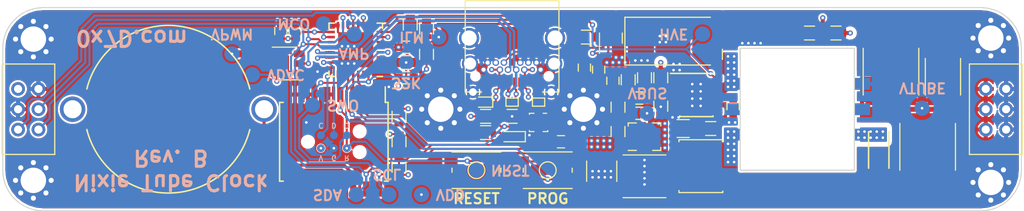
<source format=kicad_pcb>
(kicad_pcb (version 20171130) (host pcbnew "(5.0.2)-1")

  (general
    (thickness 1.6)
    (drawings 36)
    (tracks 597)
    (zones 0)
    (modules 80)
    (nets 57)
  )

  (page A4)
  (layers
    (0 F.Cu jumper)
    (1 In1.Cu jumper)
    (2 In2.Cu jumper)
    (31 B.Cu signal)
    (34 B.Paste user)
    (35 F.Paste user)
    (36 B.SilkS user)
    (37 F.SilkS user)
    (38 B.Mask user)
    (39 F.Mask user)
    (41 Cmts.User user)
    (44 Edge.Cuts user)
    (45 Margin user)
    (46 B.CrtYd user hide)
    (47 F.CrtYd user hide)
    (48 B.Fab user)
    (49 F.Fab user)
  )

  (setup
    (last_trace_width 0.127)
    (user_trace_width 0.15)
    (user_trace_width 0.2)
    (user_trace_width 0.25)
    (user_trace_width 0.3)
    (user_trace_width 0.4)
    (user_trace_width 0.6)
    (user_trace_width 0.8)
    (user_trace_width 1)
    (trace_clearance 0.127)
    (zone_clearance 0.2)
    (zone_45_only no)
    (trace_min 0.127)
    (segment_width 0.2)
    (edge_width 0.1)
    (via_size 0.508)
    (via_drill 0.254)
    (via_min_size 0.508)
    (via_min_drill 0.254)
    (uvia_size 0.3)
    (uvia_drill 0.1)
    (uvias_allowed no)
    (uvia_min_size 0.2)
    (uvia_min_drill 0.1)
    (pcb_text_width 0.3)
    (pcb_text_size 1.5 1.5)
    (mod_edge_width 0.15)
    (mod_text_size 1 1)
    (mod_text_width 0.15)
    (pad_size 14 14)
    (pad_drill 0)
    (pad_to_mask_clearance 0)
    (solder_mask_min_width 0.1016)
    (aux_axis_origin 0 0)
    (visible_elements 7FF9FFFF)
    (pcbplotparams
      (layerselection 0x010f0_ffffffff)
      (usegerberextensions false)
      (usegerberattributes false)
      (usegerberadvancedattributes false)
      (creategerberjobfile false)
      (excludeedgelayer true)
      (linewidth 0.100000)
      (plotframeref false)
      (viasonmask false)
      (mode 1)
      (useauxorigin false)
      (hpglpennumber 1)
      (hpglpenspeed 20)
      (hpglpendiameter 15.000000)
      (psnegative false)
      (psa4output false)
      (plotreference false)
      (plotvalue false)
      (plotinvisibletext false)
      (padsonsilk false)
      (subtractmaskfromsilk false)
      (outputformat 1)
      (mirror false)
      (drillshape 0)
      (scaleselection 1)
      (outputdirectory "Gerbers/"))
  )

  (net 0 "")
  (net 1 "Net-(Q1-Pad3)")
  (net 2 "Net-(Q1-Pad2)")
  (net 3 "Net-(R1-Pad2)")
  (net 4 "Net-(R6-Pad2)")
  (net 5 "Net-(Q1-Pad1)")
  (net 6 "Net-(C7-Pad1)")
  (net 7 /HV_OUT)
  (net 8 /VDD)
  (net 9 /VNIXIE)
  (net 10 /SCL)
  (net 11 /SDA)
  (net 12 /HV_EN)
  (net 13 "Net-(R8-Pad2)")
  (net 14 "Net-(R10-Pad2)")
  (net 15 /SWO)
  (net 16 /NRST)
  (net 17 /CC1)
  (net 18 /CC2)
  (net 19 /DAC)
  (net 20 /USB_N)
  (net 21 /USB_P)
  (net 22 "Net-(D4-Pad2)")
  (net 23 /SWDIO)
  (net 24 /SWCLK)
  (net 25 "Net-(L1-Pad1)")
  (net 26 "Net-(L1-Pad2)")
  (net 27 "Net-(R7-Pad1)")
  (net 28 /HV_IN)
  (net 29 /USB)
  (net 30 /ILM)
  (net 31 /FAULT)
  (net 32 /RTC)
  (net 33 /32kHz)
  (net 34 "Net-(C5-Pad1)")
  (net 35 "Net-(R16-Pad1)")
  (net 36 /AMP_EN)
  (net 37 "Net-(BT1-Pad1)")
  (net 38 "Net-(C6-Pad1)")
  (net 39 /NIXIE_EN)
  (net 40 /MCO)
  (net 41 /LED)
  (net 42 "Net-(C17-Pad1)")
  (net 43 "Net-(R2-Pad1)")
  (net 44 "Net-(D5-Pad2)")
  (net 45 "Net-(R20-Pad2)")
  (net 46 /GND)
  (net 47 /VBUS)
  (net 48 "Net-(T1-Pad2)")
  (net 49 "Net-(U1-Pad4)")
  (net 50 "Net-(U1-Pad9)")
  (net 51 "Net-(U2-Pad30)")
  (net 52 "Net-(U2-Pad25)")
  (net 53 "Net-(U2-Pad14)")
  (net 54 "Net-(U2-Pad12)")
  (net 55 "Net-(U2-Pad10)")
  (net 56 "Net-(U2-Pad3)")

  (net_class Default "This is the default net class."
    (clearance 0.127)
    (trace_width 0.127)
    (via_dia 0.508)
    (via_drill 0.254)
    (uvia_dia 0.3)
    (uvia_drill 0.1)
    (diff_pair_gap 0.127)
    (diff_pair_width 0.25)
    (add_net /32kHz)
    (add_net /AMP_EN)
    (add_net /CC1)
    (add_net /CC2)
    (add_net /DAC)
    (add_net /FAULT)
    (add_net /GND)
    (add_net /HV_EN)
    (add_net /HV_IN)
    (add_net /ILM)
    (add_net /LED)
    (add_net /MCO)
    (add_net /NIXIE_EN)
    (add_net /NRST)
    (add_net /RTC)
    (add_net /SCL)
    (add_net /SDA)
    (add_net /SWCLK)
    (add_net /SWDIO)
    (add_net /SWO)
    (add_net /USB)
    (add_net /USB_N)
    (add_net /USB_P)
    (add_net /VBUS)
    (add_net /VDD)
    (add_net /VNIXIE)
    (add_net "Net-(BT1-Pad1)")
    (add_net "Net-(C17-Pad1)")
    (add_net "Net-(C5-Pad1)")
    (add_net "Net-(C6-Pad1)")
    (add_net "Net-(C7-Pad1)")
    (add_net "Net-(D4-Pad2)")
    (add_net "Net-(D5-Pad2)")
    (add_net "Net-(L1-Pad1)")
    (add_net "Net-(L1-Pad2)")
    (add_net "Net-(Q1-Pad1)")
    (add_net "Net-(Q1-Pad2)")
    (add_net "Net-(Q1-Pad3)")
    (add_net "Net-(R1-Pad2)")
    (add_net "Net-(R10-Pad2)")
    (add_net "Net-(R16-Pad1)")
    (add_net "Net-(R2-Pad1)")
    (add_net "Net-(R20-Pad2)")
    (add_net "Net-(R6-Pad2)")
    (add_net "Net-(R7-Pad1)")
    (add_net "Net-(R8-Pad2)")
    (add_net "Net-(T1-Pad2)")
    (add_net "Net-(U1-Pad4)")
    (add_net "Net-(U1-Pad9)")
    (add_net "Net-(U2-Pad10)")
    (add_net "Net-(U2-Pad12)")
    (add_net "Net-(U2-Pad14)")
    (add_net "Net-(U2-Pad25)")
    (add_net "Net-(U2-Pad3)")
    (add_net "Net-(U2-Pad30)")
  )

  (net_class HV ""
    (clearance 0.4)
    (trace_width 0.2)
    (via_dia 0.508)
    (via_drill 0.254)
    (uvia_dia 0.3)
    (uvia_drill 0.1)
    (diff_pair_gap 0.127)
    (diff_pair_width 0.25)
    (add_net /HV_OUT)
  )

  (module Capacitors_SMD:C_1210 (layer F.Cu) (tedit 5C65E3A1) (tstamp 5C5F866E)
    (at 158.8 106.1 90)
    (descr "Capacitor SMD 1210, reflow soldering, AVX (see smccp.pdf)")
    (tags "capacitor 1210")
    (path /5BBA5067)
    (attr smd)
    (fp_text reference C11 (at 0 -2.25 90) (layer F.SilkS) hide
      (effects (font (size 1 1) (thickness 0.15)))
    )
    (fp_text value 220uF (at 0 2.5 90) (layer F.Fab)
      (effects (font (size 1 1) (thickness 0.15)))
    )
    (fp_text user %R (at 0 -2.25 90) (layer F.Fab)
      (effects (font (size 1 1) (thickness 0.15)))
    )
    (fp_line (start -1.6 1.25) (end -1.6 -1.25) (layer F.Fab) (width 0.1))
    (fp_line (start 1.6 1.25) (end -1.6 1.25) (layer F.Fab) (width 0.1))
    (fp_line (start 1.6 -1.25) (end 1.6 1.25) (layer F.Fab) (width 0.1))
    (fp_line (start -1.6 -1.25) (end 1.6 -1.25) (layer F.Fab) (width 0.1))
    (fp_line (start 1 -1.48) (end -1 -1.48) (layer F.SilkS) (width 0.12))
    (fp_line (start -1 1.48) (end 1 1.48) (layer F.SilkS) (width 0.12))
    (fp_line (start -2.25 -1.5) (end 2.25 -1.5) (layer F.CrtYd) (width 0.05))
    (fp_line (start -2.25 -1.5) (end -2.25 1.5) (layer F.CrtYd) (width 0.05))
    (fp_line (start 2.25 1.5) (end 2.25 -1.5) (layer F.CrtYd) (width 0.05))
    (fp_line (start 2.25 1.5) (end -2.25 1.5) (layer F.CrtYd) (width 0.05))
    (pad 1 smd rect (at -1.5 0 90) (size 1 2.5) (layers F.Cu F.Paste F.Mask)
      (net 46 /GND))
    (pad 2 smd rect (at 1.5 0 90) (size 1 2.5) (layers F.Cu F.Paste F.Mask)
      (net 8 /VDD))
    (model Capacitors_SMD.3dshapes/C_1210.wrl
      (at (xyz 0 0 0))
      (scale (xyz 1 1 1))
      (rotate (xyz 0 0 0))
    )
  )

  (module Resistors_SMD:R_0603 (layer F.Cu) (tedit 5BB3C810) (tstamp 5BB4849E)
    (at 181.8 92.5 180)
    (descr "Resistor SMD 0603, reflow soldering, Vishay (see dcrcw.pdf)")
    (tags "resistor 0603")
    (path /5BB58A31)
    (attr smd)
    (fp_text reference R20 (at 0 -1.45 180) (layer F.SilkS) hide
      (effects (font (size 1 1) (thickness 0.15)))
    )
    (fp_text value 1M (at 0 1.5 180) (layer F.Fab)
      (effects (font (size 1 1) (thickness 0.15)))
    )
    (fp_text user %R (at 0 0 180) (layer F.Fab)
      (effects (font (size 0.4 0.4) (thickness 0.075)))
    )
    (fp_line (start -0.8 0.4) (end -0.8 -0.4) (layer F.Fab) (width 0.1))
    (fp_line (start 0.8 0.4) (end -0.8 0.4) (layer F.Fab) (width 0.1))
    (fp_line (start 0.8 -0.4) (end 0.8 0.4) (layer F.Fab) (width 0.1))
    (fp_line (start -0.8 -0.4) (end 0.8 -0.4) (layer F.Fab) (width 0.1))
    (fp_line (start 0.5 0.68) (end -0.5 0.68) (layer F.SilkS) (width 0.12))
    (fp_line (start -0.5 -0.68) (end 0.5 -0.68) (layer F.SilkS) (width 0.12))
    (fp_line (start -1.25 -0.7) (end 1.25 -0.7) (layer F.CrtYd) (width 0.05))
    (fp_line (start -1.25 -0.7) (end -1.25 0.7) (layer F.CrtYd) (width 0.05))
    (fp_line (start 1.25 0.7) (end 1.25 -0.7) (layer F.CrtYd) (width 0.05))
    (fp_line (start 1.25 0.7) (end -1.25 0.7) (layer F.CrtYd) (width 0.05))
    (pad 1 smd rect (at -0.75 0 180) (size 0.5 0.9) (layers F.Cu F.Paste F.Mask)
      (net 7 /HV_OUT))
    (pad 2 smd rect (at 0.75 0 180) (size 0.5 0.9) (layers F.Cu F.Paste F.Mask)
      (net 45 "Net-(R20-Pad2)"))
    (model ${KISYS3DMOD}/Resistors_SMD.3dshapes/R_0603.wrl
      (at (xyz 0 0 0))
      (scale (xyz 1 1 1))
      (rotate (xyz 0 0 0))
    )
  )

  (module Resistors_SMD:R_0603 (layer F.Cu) (tedit 5BB3C814) (tstamp 5BB480F2)
    (at 179.2 92.5)
    (descr "Resistor SMD 0603, reflow soldering, Vishay (see dcrcw.pdf)")
    (tags "resistor 0603")
    (path /5BB58B15)
    (attr smd)
    (fp_text reference R21 (at 0 -1.45) (layer F.SilkS) hide
      (effects (font (size 1 1) (thickness 0.15)))
    )
    (fp_text value 15k (at 0 1.5) (layer F.Fab)
      (effects (font (size 1 1) (thickness 0.15)))
    )
    (fp_line (start 1.25 0.7) (end -1.25 0.7) (layer F.CrtYd) (width 0.05))
    (fp_line (start 1.25 0.7) (end 1.25 -0.7) (layer F.CrtYd) (width 0.05))
    (fp_line (start -1.25 -0.7) (end -1.25 0.7) (layer F.CrtYd) (width 0.05))
    (fp_line (start -1.25 -0.7) (end 1.25 -0.7) (layer F.CrtYd) (width 0.05))
    (fp_line (start -0.5 -0.68) (end 0.5 -0.68) (layer F.SilkS) (width 0.12))
    (fp_line (start 0.5 0.68) (end -0.5 0.68) (layer F.SilkS) (width 0.12))
    (fp_line (start -0.8 -0.4) (end 0.8 -0.4) (layer F.Fab) (width 0.1))
    (fp_line (start 0.8 -0.4) (end 0.8 0.4) (layer F.Fab) (width 0.1))
    (fp_line (start 0.8 0.4) (end -0.8 0.4) (layer F.Fab) (width 0.1))
    (fp_line (start -0.8 0.4) (end -0.8 -0.4) (layer F.Fab) (width 0.1))
    (fp_text user %R (at 0 0) (layer F.Fab)
      (effects (font (size 0.4 0.4) (thickness 0.075)))
    )
    (pad 2 smd rect (at 0.75 0) (size 0.5 0.9) (layers F.Cu F.Paste F.Mask)
      (net 45 "Net-(R20-Pad2)"))
    (pad 1 smd rect (at -0.75 0) (size 0.5 0.9) (layers F.Cu F.Paste F.Mask)
      (net 46 /GND))
    (model ${KISYS3DMOD}/Resistors_SMD.3dshapes/R_0603.wrl
      (at (xyz 0 0 0))
      (scale (xyz 1 1 1))
      (rotate (xyz 0 0 0))
    )
  )

  (module Housings_DFN_QFN:QFN-32-1EP_5x5mm_Pitch0.5mm (layer F.Cu) (tedit 5BA9CFDF) (tstamp 5BABF1F1)
    (at 134.65 94.15 180)
    (descr "UH Package; 32-Lead Plastic QFN (5mm x 5mm); (see Linear Technology QFN_32_05-08-1693.pdf)")
    (tags "QFN 0.5")
    (path /5B622DF7)
    (attr smd)
    (fp_text reference U2 (at 0 -3.75 180) (layer F.SilkS) hide
      (effects (font (size 1 1) (thickness 0.15)))
    )
    (fp_text value STM32L432K (at 0 3.75 180) (layer F.Fab)
      (effects (font (size 1 1) (thickness 0.15)))
    )
    (fp_line (start 2.625 -2.625) (end 2.1 -2.625) (layer F.SilkS) (width 0.15))
    (fp_line (start 2.625 2.625) (end 2.1 2.625) (layer F.SilkS) (width 0.15))
    (fp_line (start -2.625 2.625) (end -2.1 2.625) (layer F.SilkS) (width 0.15))
    (fp_line (start -2.625 -2.625) (end -2.1 -2.625) (layer F.SilkS) (width 0.15))
    (fp_line (start 2.625 2.625) (end 2.625 2.1) (layer F.SilkS) (width 0.15))
    (fp_line (start -2.625 2.625) (end -2.625 2.1) (layer F.SilkS) (width 0.15))
    (fp_line (start 2.625 -2.625) (end 2.625 -2.1) (layer F.SilkS) (width 0.15))
    (fp_line (start -3 3) (end 3 3) (layer F.CrtYd) (width 0.05))
    (fp_line (start -3 -3) (end 3 -3) (layer F.CrtYd) (width 0.05))
    (fp_line (start 3 -3) (end 3 3) (layer F.CrtYd) (width 0.05))
    (fp_line (start -3 -3) (end -3 3) (layer F.CrtYd) (width 0.05))
    (fp_line (start -2.5 -1.5) (end -1.5 -2.5) (layer F.Fab) (width 0.15))
    (fp_line (start -2.5 2.5) (end -2.5 -1.5) (layer F.Fab) (width 0.15))
    (fp_line (start 2.5 2.5) (end -2.5 2.5) (layer F.Fab) (width 0.15))
    (fp_line (start 2.5 -2.5) (end 2.5 2.5) (layer F.Fab) (width 0.15))
    (fp_line (start -1.5 -2.5) (end 2.5 -2.5) (layer F.Fab) (width 0.15))
    (pad 33 smd rect (at -0.8625 -0.8625 180) (size 1.725 1.725) (layers F.Cu F.Paste F.Mask)
      (net 46 /GND) (solder_paste_margin_ratio -0.2))
    (pad 33 smd rect (at -0.8625 0.8625 180) (size 1.725 1.725) (layers F.Cu F.Paste F.Mask)
      (net 46 /GND) (solder_paste_margin_ratio -0.2))
    (pad 33 smd rect (at 0.8625 -0.8625 180) (size 1.725 1.725) (layers F.Cu F.Paste F.Mask)
      (net 46 /GND) (solder_paste_margin_ratio -0.2))
    (pad 33 smd rect (at 0.8625 0.8625 180) (size 1.725 1.725) (layers F.Cu F.Paste F.Mask)
      (net 46 /GND) (solder_paste_margin_ratio -0.2))
    (pad 32 smd rect (at -1.75 -2.4 270) (size 0.7 0.25) (layers F.Cu F.Paste F.Mask)
      (net 46 /GND))
    (pad 31 smd rect (at -1.25 -2.4 270) (size 0.7 0.25) (layers F.Cu F.Paste F.Mask)
      (net 43 "Net-(R2-Pad1)"))
    (pad 30 smd rect (at -0.75 -2.4 270) (size 0.7 0.25) (layers F.Cu F.Paste F.Mask)
      (net 51 "Net-(U2-Pad30)"))
    (pad 29 smd rect (at -0.25 -2.4 270) (size 0.7 0.25) (layers F.Cu F.Paste F.Mask)
      (net 41 /LED))
    (pad 28 smd rect (at 0.25 -2.4 270) (size 0.7 0.25) (layers F.Cu F.Paste F.Mask)
      (net 32 /RTC))
    (pad 27 smd rect (at 0.75 -2.4 270) (size 0.7 0.25) (layers F.Cu F.Paste F.Mask)
      (net 29 /USB))
    (pad 26 smd rect (at 1.25 -2.4 270) (size 0.7 0.25) (layers F.Cu F.Paste F.Mask)
      (net 15 /SWO))
    (pad 25 smd rect (at 1.75 -2.4 270) (size 0.7 0.25) (layers F.Cu F.Paste F.Mask)
      (net 52 "Net-(U2-Pad25)"))
    (pad 24 smd rect (at 2.4 -1.75 180) (size 0.7 0.25) (layers F.Cu F.Paste F.Mask)
      (net 24 /SWCLK))
    (pad 23 smd rect (at 2.4 -1.25 180) (size 0.7 0.25) (layers F.Cu F.Paste F.Mask)
      (net 23 /SWDIO))
    (pad 22 smd rect (at 2.4 -0.75 180) (size 0.7 0.25) (layers F.Cu F.Paste F.Mask)
      (net 21 /USB_P))
    (pad 21 smd rect (at 2.4 -0.25 180) (size 0.7 0.25) (layers F.Cu F.Paste F.Mask)
      (net 20 /USB_N))
    (pad 20 smd rect (at 2.4 0.25 180) (size 0.7 0.25) (layers F.Cu F.Paste F.Mask)
      (net 11 /SDA))
    (pad 19 smd rect (at 2.4 0.75 180) (size 0.7 0.25) (layers F.Cu F.Paste F.Mask)
      (net 10 /SCL))
    (pad 18 smd rect (at 2.4 1.25 180) (size 0.7 0.25) (layers F.Cu F.Paste F.Mask)
      (net 40 /MCO))
    (pad 17 smd rect (at 2.4 1.75 180) (size 0.7 0.25) (layers F.Cu F.Paste F.Mask)
      (net 8 /VDD))
    (pad 16 smd rect (at 1.75 2.4 270) (size 0.7 0.25) (layers F.Cu F.Paste F.Mask)
      (net 46 /GND))
    (pad 15 smd rect (at 1.25 2.4 270) (size 0.7 0.25) (layers F.Cu F.Paste F.Mask)
      (net 36 /AMP_EN))
    (pad 14 smd rect (at 0.75 2.4 270) (size 0.7 0.25) (layers F.Cu F.Paste F.Mask)
      (net 53 "Net-(U2-Pad14)"))
    (pad 13 smd rect (at 0.25 2.4 270) (size 0.7 0.25) (layers F.Cu F.Paste F.Mask)
      (net 39 /NIXIE_EN))
    (pad 12 smd rect (at -0.25 2.4 270) (size 0.7 0.25) (layers F.Cu F.Paste F.Mask)
      (net 54 "Net-(U2-Pad12)"))
    (pad 11 smd rect (at -0.75 2.4 270) (size 0.7 0.25) (layers F.Cu F.Paste F.Mask)
      (net 19 /DAC))
    (pad 10 smd rect (at -1.25 2.4 270) (size 0.7 0.25) (layers F.Cu F.Paste F.Mask)
      (net 55 "Net-(U2-Pad10)"))
    (pad 9 smd rect (at -1.75 2.4 270) (size 0.7 0.25) (layers F.Cu F.Paste F.Mask)
      (net 31 /FAULT))
    (pad 8 smd rect (at -2.4 1.75 180) (size 0.7 0.25) (layers F.Cu F.Paste F.Mask)
      (net 12 /HV_EN))
    (pad 7 smd rect (at -2.4 1.25 180) (size 0.7 0.25) (layers F.Cu F.Paste F.Mask)
      (net 45 "Net-(R20-Pad2)"))
    (pad 6 smd rect (at -2.4 0.75 180) (size 0.7 0.25) (layers F.Cu F.Paste F.Mask)
      (net 30 /ILM))
    (pad 5 smd rect (at -2.4 0.25 180) (size 0.7 0.25) (layers F.Cu F.Paste F.Mask)
      (net 8 /VDD))
    (pad 4 smd rect (at -2.4 -0.25 180) (size 0.7 0.25) (layers F.Cu F.Paste F.Mask)
      (net 16 /NRST))
    (pad 3 smd rect (at -2.4 -0.75 180) (size 0.7 0.25) (layers F.Cu F.Paste F.Mask)
      (net 56 "Net-(U2-Pad3)"))
    (pad 2 smd rect (at -2.4 -1.25 180) (size 0.7 0.25) (layers F.Cu F.Paste F.Mask)
      (net 33 /32kHz))
    (pad 1 smd rect (at -2.4 -1.75 180) (size 0.7 0.25) (layers F.Cu F.Paste F.Mask)
      (net 8 /VDD))
    (model ${KISYS3DMOD}/Housings_DFN_QFN.3dshapes/QFN-32-1EP_5x5mm_Pitch0.5mm.wrl
      (at (xyz 0 0 0))
      (scale (xyz 1 1 1))
      (rotate (xyz 0 0 0))
    )
  )

  (module "Custom Parts:Inductor_4.1x4.1mm" (layer F.Cu) (tedit 5BB31255) (tstamp 5BB334A6)
    (at 163 106.6 180)
    (descr "Inductor, Taiyo Yuden, NR series, Taiyo-Yuden_NR-40xx, 4.0mmx4.0mm")
    (tags "inductor taiyo-yuden nr smd")
    (path /5B16755A)
    (attr smd)
    (fp_text reference L1 (at 0 -3 180) (layer F.SilkS) hide
      (effects (font (size 1 1) (thickness 0.15)))
    )
    (fp_text value 1uH (at 0 3.5 180) (layer F.Fab)
      (effects (font (size 1 1) (thickness 0.15)))
    )
    (fp_text user %R (at 0 0 180) (layer F.Fab)
      (effects (font (size 1 1) (thickness 0.15)))
    )
    (fp_line (start -2.1 -2.1) (end 2.1 -2.1) (layer F.SilkS) (width 0.12))
    (fp_line (start -2.1 2.1) (end 2.1 2.1) (layer F.SilkS) (width 0.12))
    (fp_line (start -2.25 -2.25) (end -2.25 2.25) (layer F.CrtYd) (width 0.05))
    (fp_line (start -2.25 2.25) (end 2.25 2.25) (layer F.CrtYd) (width 0.05))
    (fp_line (start 2.25 2.25) (end 2.25 -2.25) (layer F.CrtYd) (width 0.05))
    (fp_line (start 2.25 -2.25) (end -2.25 -2.25) (layer F.CrtYd) (width 0.05))
    (fp_line (start -2.05 -2.05) (end -2.05 2.05) (layer F.Fab) (width 0.12))
    (fp_line (start -2.05 2.05) (end 2.05 2.05) (layer F.Fab) (width 0.12))
    (fp_line (start 2.05 2.05) (end 2.05 -2.05) (layer F.Fab) (width 0.12))
    (fp_line (start 2.05 -2.05) (end -2.05 -2.05) (layer F.Fab) (width 0.12))
    (pad 1 smd rect (at -1.2 0 180) (size 1 3.8) (layers F.Cu F.Paste F.Mask)
      (net 25 "Net-(L1-Pad1)"))
    (pad 2 smd rect (at 1.2 0 180) (size 1 3.8) (layers F.Cu F.Paste F.Mask)
      (net 26 "Net-(L1-Pad2)"))
    (model ${KISYS3DMOD}/Inductors_SMD.3dshapes/L_Taiyo-Yuden_NR-40xx.wrl
      (at (xyz 0 0 0))
      (scale (xyz 1 1 1))
      (rotate (xyz 0 0 0))
    )
  )

  (module Measurement_Points:Measurement_Point_Round-SMD-Pad_Small (layer B.Cu) (tedit 5BB09430) (tstamp 5BB15CD7)
    (at 146.5 106)
    (descr "Mesurement Point, Round, SMD Pad, DM 1.5mm,")
    (tags "Mesurement Point Round SMD Pad 1.5mm")
    (path /5BB2EA59)
    (attr virtual)
    (fp_text reference J18 (at 0 2) (layer B.SilkS) hide
      (effects (font (size 1 1) (thickness 0.15)) (justify mirror))
    )
    (fp_text value NRST (at 0 -2) (layer B.Fab)
      (effects (font (size 1 1) (thickness 0.15)) (justify mirror))
    )
    (fp_circle (center 0 0) (end 1 0) (layer B.CrtYd) (width 0.05))
    (pad 1 smd circle (at 0 0) (size 1.5 1.5) (layers B.Cu B.Mask)
      (net 16 /NRST))
  )

  (module Measurement_Points:Measurement_Point_Round-SMD-Pad_Small (layer B.Cu) (tedit 5BADC8A7) (tstamp 5BAE0329)
    (at 130.4 99.6)
    (descr "Mesurement Point, Round, SMD Pad, DM 1.5mm,")
    (tags "Mesurement Point Round SMD Pad 1.5mm")
    (path /5BAE0437)
    (attr virtual)
    (fp_text reference J17 (at 0 2) (layer B.SilkS) hide
      (effects (font (size 1 1) (thickness 0.15)) (justify mirror))
    )
    (fp_text value SWO (at 0 -2) (layer B.Fab)
      (effects (font (size 1 1) (thickness 0.15)) (justify mirror))
    )
    (fp_circle (center 0 0) (end 1 0) (layer B.CrtYd) (width 0.05))
    (pad 1 smd circle (at 0 0) (size 1.5 1.5) (layers B.Cu B.Mask)
      (net 15 /SWO))
  )

  (module Capacitors_SMD:C_0603 (layer F.Cu) (tedit 5BADAEAD) (tstamp 5BB497E8)
    (at 157.1 95.9 270)
    (descr "Capacitor SMD 0603, reflow soldering, AVX (see smccp.pdf)")
    (tags "capacitor 0603")
    (path /5BAFD7B9)
    (attr smd)
    (fp_text reference C17 (at 0 -1.5 270) (layer F.SilkS) hide
      (effects (font (size 1 1) (thickness 0.15)))
    )
    (fp_text value SLEW (at 0 1.5 270) (layer F.Fab)
      (effects (font (size 1 1) (thickness 0.15)))
    )
    (fp_text user %R (at 0 0 270) (layer F.Fab)
      (effects (font (size 0.3 0.3) (thickness 0.075)))
    )
    (fp_line (start -0.8 0.4) (end -0.8 -0.4) (layer F.Fab) (width 0.1))
    (fp_line (start 0.8 0.4) (end -0.8 0.4) (layer F.Fab) (width 0.1))
    (fp_line (start 0.8 -0.4) (end 0.8 0.4) (layer F.Fab) (width 0.1))
    (fp_line (start -0.8 -0.4) (end 0.8 -0.4) (layer F.Fab) (width 0.1))
    (fp_line (start -0.35 -0.6) (end 0.35 -0.6) (layer F.SilkS) (width 0.12))
    (fp_line (start 0.35 0.6) (end -0.35 0.6) (layer F.SilkS) (width 0.12))
    (fp_line (start -1.4 -0.65) (end 1.4 -0.65) (layer F.CrtYd) (width 0.05))
    (fp_line (start -1.4 -0.65) (end -1.4 0.65) (layer F.CrtYd) (width 0.05))
    (fp_line (start 1.4 0.65) (end 1.4 -0.65) (layer F.CrtYd) (width 0.05))
    (fp_line (start 1.4 0.65) (end -1.4 0.65) (layer F.CrtYd) (width 0.05))
    (pad 1 smd rect (at -0.75 0 270) (size 0.8 0.75) (layers F.Cu F.Paste F.Mask)
      (net 42 "Net-(C17-Pad1)"))
    (pad 2 smd rect (at 0.75 0 270) (size 0.8 0.75) (layers F.Cu F.Paste F.Mask)
      (net 46 /GND))
    (model Capacitors_SMD.3dshapes/C_0603.wrl
      (at (xyz 0 0 0))
      (scale (xyz 1 1 1))
      (rotate (xyz 0 0 0))
    )
  )

  (module LEDs:LED_0603 (layer F.Cu) (tedit 5BAD15AF) (tstamp 5BB42ECB)
    (at 150 102.7 180)
    (descr "LED 0603 smd package")
    (tags "LED led 0603 SMD smd SMT smt smdled SMDLED smtled SMTLED")
    (path /5BADCAA0)
    (attr smd)
    (fp_text reference D5 (at 0 -1.25 180) (layer F.SilkS) hide
      (effects (font (size 1 1) (thickness 0.15)))
    )
    (fp_text value LED (at 0 1.35 180) (layer F.Fab)
      (effects (font (size 1 1) (thickness 0.15)))
    )
    (fp_line (start -1.45 -0.65) (end 1.45 -0.65) (layer F.CrtYd) (width 0.05))
    (fp_line (start -1.45 0.65) (end -1.45 -0.65) (layer F.CrtYd) (width 0.05))
    (fp_line (start 1.45 0.65) (end -1.45 0.65) (layer F.CrtYd) (width 0.05))
    (fp_line (start 1.45 -0.65) (end 1.45 0.65) (layer F.CrtYd) (width 0.05))
    (fp_line (start -1.3 -0.5) (end 0.8 -0.5) (layer F.SilkS) (width 0.12))
    (fp_line (start -1.3 0.5) (end 0.8 0.5) (layer F.SilkS) (width 0.12))
    (fp_line (start -0.8 0.4) (end -0.8 -0.4) (layer F.Fab) (width 0.1))
    (fp_line (start -0.8 -0.4) (end 0.8 -0.4) (layer F.Fab) (width 0.1))
    (fp_line (start 0.8 -0.4) (end 0.8 0.4) (layer F.Fab) (width 0.1))
    (fp_line (start 0.8 0.4) (end -0.8 0.4) (layer F.Fab) (width 0.1))
    (fp_line (start 0.15 -0.2) (end 0.15 0.2) (layer F.Fab) (width 0.1))
    (fp_line (start 0.15 0.2) (end -0.15 0) (layer F.Fab) (width 0.1))
    (fp_line (start -0.15 0) (end 0.15 -0.2) (layer F.Fab) (width 0.1))
    (fp_line (start -0.2 -0.2) (end -0.2 0.2) (layer F.Fab) (width 0.1))
    (fp_line (start -1.3 -0.5) (end -1.3 0.5) (layer F.SilkS) (width 0.12))
    (pad 1 smd rect (at -0.8 0) (size 0.8 0.8) (layers F.Cu F.Paste F.Mask)
      (net 46 /GND))
    (pad 2 smd rect (at 0.8 0) (size 0.8 0.8) (layers F.Cu F.Paste F.Mask)
      (net 44 "Net-(D5-Pad2)"))
    (model ${KISYS3DMOD}/LEDs.3dshapes/LED_0603.wrl
      (at (xyz 0 0 0))
      (scale (xyz 1 1 1))
      (rotate (xyz 0 0 180))
    )
  )

  (module Resistors_SMD:R_0603 (layer F.Cu) (tedit 5BAD15B2) (tstamp 5BB428B3)
    (at 147.4 102.3)
    (descr "Resistor SMD 0603, reflow soldering, Vishay (see dcrcw.pdf)")
    (tags "resistor 0603")
    (path /5BADE6EA)
    (attr smd)
    (fp_text reference R13 (at 0 -1.45) (layer F.SilkS) hide
      (effects (font (size 1 1) (thickness 0.15)))
    )
    (fp_text value 10k (at 0 1.5) (layer F.Fab)
      (effects (font (size 1 1) (thickness 0.15)))
    )
    (fp_line (start 1.25 0.7) (end -1.25 0.7) (layer F.CrtYd) (width 0.05))
    (fp_line (start 1.25 0.7) (end 1.25 -0.7) (layer F.CrtYd) (width 0.05))
    (fp_line (start -1.25 -0.7) (end -1.25 0.7) (layer F.CrtYd) (width 0.05))
    (fp_line (start -1.25 -0.7) (end 1.25 -0.7) (layer F.CrtYd) (width 0.05))
    (fp_line (start -0.5 -0.68) (end 0.5 -0.68) (layer F.SilkS) (width 0.12))
    (fp_line (start 0.5 0.68) (end -0.5 0.68) (layer F.SilkS) (width 0.12))
    (fp_line (start -0.8 -0.4) (end 0.8 -0.4) (layer F.Fab) (width 0.1))
    (fp_line (start 0.8 -0.4) (end 0.8 0.4) (layer F.Fab) (width 0.1))
    (fp_line (start 0.8 0.4) (end -0.8 0.4) (layer F.Fab) (width 0.1))
    (fp_line (start -0.8 0.4) (end -0.8 -0.4) (layer F.Fab) (width 0.1))
    (fp_text user %R (at 0 0) (layer F.Fab)
      (effects (font (size 0.4 0.4) (thickness 0.075)))
    )
    (pad 2 smd rect (at 0.75 0) (size 0.5 0.9) (layers F.Cu F.Paste F.Mask)
      (net 44 "Net-(D5-Pad2)"))
    (pad 1 smd rect (at -0.75 0) (size 0.5 0.9) (layers F.Cu F.Paste F.Mask)
      (net 41 /LED))
    (model ${KISYS3DMOD}/Resistors_SMD.3dshapes/R_0603.wrl
      (at (xyz 0 0 0))
      (scale (xyz 1 1 1))
      (rotate (xyz 0 0 0))
    )
  )

  (module "Custom Parts:USB_C_Receptacle_Circular_Holes" locked (layer F.Cu) (tedit 5BAC7BE5) (tstamp 5BADE66E)
    (at 150 92.4 180)
    (descr "USB TYPE C, RA RCPT PCB, Hybrid, https://www.amphenolcanada.com/StockAvailabilityPrice.aspx?From=&PartNum=12401548E4%7e2A")
    (tags "USB C Type-C Receptacle Hybrid")
    (path /5C65F90A)
    (attr smd)
    (fp_text reference J1 (at 0 -6.36 180) (layer F.SilkS) hide
      (effects (font (size 1 1) (thickness 0.15)))
    )
    (fp_text value USB_C_Receptacle (at 0 4 180) (layer F.Fab)
      (effects (font (size 1 1) (thickness 0.15)))
    )
    (fp_line (start -4.6 2.39) (end 4.6 2.39) (layer F.SilkS) (width 0.12))
    (fp_line (start -4.6 3.09) (end 4.6 3.09) (layer F.SilkS) (width 0.12))
    (fp_line (start -4.6 3.09) (end -4.6 -5.9) (layer F.Fab) (width 0.1))
    (fp_line (start -4.6 -5.9) (end 4.6 -5.9) (layer F.Fab) (width 0.1))
    (fp_line (start -4.6 -5.9) (end -3 -5.9) (layer F.SilkS) (width 0.12))
    (fp_line (start -4.6 -5.9) (end -4.6 3.09) (layer F.SilkS) (width 0.12))
    (fp_line (start 4.6 -5.9) (end 4.6 3.09) (layer F.SilkS) (width 0.12))
    (fp_line (start 3 -5.9) (end 4.6 -5.9) (layer F.SilkS) (width 0.12))
    (fp_line (start -4.6 3.09) (end 4.6 3.09) (layer F.Fab) (width 0.1))
    (fp_line (start 4.6 3.09) (end 4.6 -5.9) (layer F.Fab) (width 0.1))
    (fp_text user %R (at 0 0 180) (layer F.Fab)
      (effects (font (size 1 1) (thickness 0.1)))
    )
    (pad S1 thru_hole circle (at 3.845 -5.91 180) (size 1.2 1.2) (drill 0.75) (layers *.Cu *.Mask)
      (net 46 /GND))
    (pad S1 thru_hole circle (at -3.845 -5.91 180) (size 1.2 1.2) (drill 0.75) (layers *.Cu *.Mask)
      (net 46 /GND))
    (pad B11 thru_hole circle (at -2.4 -3.01 180) (size 0.65 0.65) (drill 0.4) (layers *.Cu *.Mask)
      (net 46 /GND))
    (pad B10 thru_hole circle (at -1.6 -3.01 180) (size 0.65 0.65) (drill 0.4) (layers *.Cu *.Mask)
      (net 46 /GND))
    (pad B8 thru_hole circle (at -0.8 -3.01 180) (size 0.65 0.65) (drill 0.4) (layers *.Cu *.Mask)
      (net 46 /GND))
    (pad B5 thru_hole circle (at 0.8 -3.01 180) (size 0.65 0.65) (drill 0.4) (layers *.Cu *.Mask)
      (net 18 /CC2))
    (pad B3 thru_hole circle (at 1.6 -3.01 180) (size 0.65 0.65) (drill 0.4) (layers *.Cu *.Mask)
      (net 46 /GND))
    (pad B2 thru_hole circle (at 2.4 -3.01 180) (size 0.65 0.65) (drill 0.4) (layers *.Cu *.Mask)
      (net 46 /GND))
    (pad B12 thru_hole circle (at -2.8 -3.71 180) (size 0.65 0.65) (drill 0.4) (layers *.Cu *.Mask)
      (net 46 /GND))
    (pad B9 thru_hole circle (at -1.2 -3.71 180) (size 0.65 0.65) (drill 0.4) (layers *.Cu *.Mask)
      (net 47 /VBUS))
    (pad B7 thru_hole circle (at -0.4 -3.71 180) (size 0.65 0.65) (drill 0.4) (layers *.Cu *.Mask)
      (net 20 /USB_N))
    (pad B6 thru_hole circle (at 0.4 -3.71 180) (size 0.65 0.65) (drill 0.4) (layers *.Cu *.Mask)
      (net 21 /USB_P))
    (pad B4 thru_hole circle (at 1.2 -3.71 180) (size 0.65 0.65) (drill 0.4) (layers *.Cu *.Mask)
      (net 47 /VBUS))
    (pad B1 thru_hole circle (at 2.8 -3.71 180) (size 0.65 0.65) (drill 0.4) (layers *.Cu *.Mask)
      (net 46 /GND))
    (pad "" np_thru_hole circle (at -3.6 -4.36 180) (size 0.65 0.65) (drill 0.65) (layers *.Mask F.Cu))
    (pad "" np_thru_hole circle (at 3.6 -4.36 180) (size 0.65 0.65) (drill 0.65) (layers *.Mask F.Cu))
    (pad S1 thru_hole circle (at -4.22 -0.595 180) (size 2 2) (drill 1.5) (layers *.Cu *.Mask)
      (net 46 /GND))
    (pad S1 thru_hole circle (at 4.22 -0.595 180) (size 2 2) (drill 1.5) (layers *.Cu *.Mask)
      (net 46 /GND))
    (pad S1 thru_hole circle (at 4.13 -3.11 180) (size 1.6 1.6) (drill 1.2) (layers *.Cu *.Mask)
      (net 46 /GND))
    (pad A11 smd rect (at 2.25 -4.93 180) (size 0.3 0.9) (layers F.Cu F.Paste F.Mask)
      (net 46 /GND))
    (pad A8 smd rect (at 0.75 -4.93 180) (size 0.3 0.9) (layers F.Cu F.Paste F.Mask)
      (net 46 /GND))
    (pad A9 smd rect (at 1.25 -4.93 180) (size 0.3 0.9) (layers F.Cu F.Paste F.Mask)
      (net 47 /VBUS))
    (pad A10 smd rect (at 1.75 -4.93 180) (size 0.3 0.9) (layers F.Cu F.Paste F.Mask)
      (net 46 /GND))
    (pad A12 smd rect (at 2.75 -4.93 180) (size 0.3 0.9) (layers F.Cu F.Paste F.Mask)
      (net 46 /GND))
    (pad A7 smd rect (at 0.25 -4.93 180) (size 0.3 0.9) (layers F.Cu F.Paste F.Mask)
      (net 20 /USB_N))
    (pad A6 smd rect (at -0.25 -4.93 180) (size 0.3 0.9) (layers F.Cu F.Paste F.Mask)
      (net 21 /USB_P))
    (pad A5 smd rect (at -0.75 -4.93 180) (size 0.3 0.9) (layers F.Cu F.Paste F.Mask)
      (net 17 /CC1))
    (pad A4 smd rect (at -1.25 -4.93 180) (size 0.3 0.9) (layers F.Cu F.Paste F.Mask)
      (net 47 /VBUS))
    (pad A3 smd rect (at -1.75 -4.93 180) (size 0.3 0.9) (layers F.Cu F.Paste F.Mask)
      (net 46 /GND))
    (pad A2 smd rect (at -2.25 -4.93 180) (size 0.3 0.9) (layers F.Cu F.Paste F.Mask)
      (net 46 /GND))
    (pad A1 smd rect (at -2.75 -4.93 180) (size 0.3 0.9) (layers F.Cu F.Paste F.Mask)
      (net 46 /GND))
    (pad S1 thru_hole circle (at -4.13 -3.11 180) (size 1.6 1.6) (drill 1.2) (layers *.Cu *.Mask)
      (net 46 /GND))
    (model ${KISYS3DMOD}/Connectors_USB.3dshapes/USB_C_Receptacle_Amphenol_12401548E4-2A.wrl
      (at (xyz 0 0 0))
      (scale (xyz 1 1 1))
      (rotate (xyz 0 0 0))
    )
  )

  (module Capacitors_SMD:C_0603 (layer F.Cu) (tedit 5BA9CFDB) (tstamp 5BABF29F)
    (at 139.6 96.9)
    (descr "Capacitor SMD 0603, reflow soldering, AVX (see smccp.pdf)")
    (tags "capacitor 0603")
    (path /5BBA51A2)
    (attr smd)
    (fp_text reference C12 (at 0 -1.5) (layer F.SilkS) hide
      (effects (font (size 1 1) (thickness 0.15)))
    )
    (fp_text value 0.1uF (at 0 1.5) (layer F.Fab)
      (effects (font (size 1 1) (thickness 0.15)))
    )
    (fp_text user %R (at 0 0) (layer F.Fab)
      (effects (font (size 0.3 0.3) (thickness 0.075)))
    )
    (fp_line (start -0.8 0.4) (end -0.8 -0.4) (layer F.Fab) (width 0.1))
    (fp_line (start 0.8 0.4) (end -0.8 0.4) (layer F.Fab) (width 0.1))
    (fp_line (start 0.8 -0.4) (end 0.8 0.4) (layer F.Fab) (width 0.1))
    (fp_line (start -0.8 -0.4) (end 0.8 -0.4) (layer F.Fab) (width 0.1))
    (fp_line (start -0.35 -0.6) (end 0.35 -0.6) (layer F.SilkS) (width 0.12))
    (fp_line (start 0.35 0.6) (end -0.35 0.6) (layer F.SilkS) (width 0.12))
    (fp_line (start -1.4 -0.65) (end 1.4 -0.65) (layer F.CrtYd) (width 0.05))
    (fp_line (start -1.4 -0.65) (end -1.4 0.65) (layer F.CrtYd) (width 0.05))
    (fp_line (start 1.4 0.65) (end 1.4 -0.65) (layer F.CrtYd) (width 0.05))
    (fp_line (start 1.4 0.65) (end -1.4 0.65) (layer F.CrtYd) (width 0.05))
    (pad 1 smd rect (at -0.75 0) (size 0.8 0.75) (layers F.Cu F.Paste F.Mask)
      (net 8 /VDD))
    (pad 2 smd rect (at 0.75 0) (size 0.8 0.75) (layers F.Cu F.Paste F.Mask)
      (net 46 /GND))
    (model Capacitors_SMD.3dshapes/C_0603.wrl
      (at (xyz 0 0 0))
      (scale (xyz 1 1 1))
      (rotate (xyz 0 0 0))
    )
  )

  (module Capacitors_SMD:C_0603 (layer F.Cu) (tedit 5BAB323C) (tstamp 5BB4EC97)
    (at 139.6 93.9)
    (descr "Capacitor SMD 0603, reflow soldering, AVX (see smccp.pdf)")
    (tags "capacitor 0603")
    (path /5BBA50C7)
    (attr smd)
    (fp_text reference C13 (at 0 -1.5) (layer F.SilkS) hide
      (effects (font (size 1 1) (thickness 0.15)))
    )
    (fp_text value 4.7uF (at 0 1.5) (layer F.Fab)
      (effects (font (size 1 1) (thickness 0.15)))
    )
    (fp_line (start 1.4 0.65) (end -1.4 0.65) (layer F.CrtYd) (width 0.05))
    (fp_line (start 1.4 0.65) (end 1.4 -0.65) (layer F.CrtYd) (width 0.05))
    (fp_line (start -1.4 -0.65) (end -1.4 0.65) (layer F.CrtYd) (width 0.05))
    (fp_line (start -1.4 -0.65) (end 1.4 -0.65) (layer F.CrtYd) (width 0.05))
    (fp_line (start 0.35 0.6) (end -0.35 0.6) (layer F.SilkS) (width 0.12))
    (fp_line (start -0.35 -0.6) (end 0.35 -0.6) (layer F.SilkS) (width 0.12))
    (fp_line (start -0.8 -0.4) (end 0.8 -0.4) (layer F.Fab) (width 0.1))
    (fp_line (start 0.8 -0.4) (end 0.8 0.4) (layer F.Fab) (width 0.1))
    (fp_line (start 0.8 0.4) (end -0.8 0.4) (layer F.Fab) (width 0.1))
    (fp_line (start -0.8 0.4) (end -0.8 -0.4) (layer F.Fab) (width 0.1))
    (fp_text user %R (at 0 0) (layer F.Fab)
      (effects (font (size 0.3 0.3) (thickness 0.075)))
    )
    (pad 2 smd rect (at 0.75 0) (size 0.8 0.75) (layers F.Cu F.Paste F.Mask)
      (net 46 /GND))
    (pad 1 smd rect (at -0.75 0) (size 0.8 0.75) (layers F.Cu F.Paste F.Mask)
      (net 8 /VDD))
    (model Capacitors_SMD.3dshapes/C_0603.wrl
      (at (xyz 0 0 0))
      (scale (xyz 1 1 1))
      (rotate (xyz 0 0 0))
    )
  )

  (module "Tag Connect:TC2030-MCP-NL" (layer B.Cu) (tedit 5BAE6009) (tstamp 5BADD7EE)
    (at 132.5 103.2)
    (descr http://www.tag-connect.com/Materials/TC2030-MCP-NL%20PCB%20Footprint.pdf)
    (path /5B693D84)
    (fp_text reference J2 (at 0 4.064) (layer B.SilkS) hide
      (effects (font (size 1.524 1.524) (thickness 0.3048)) (justify mirror))
    )
    (fp_text value SWD (at 0 -3.048) (layer B.SilkS) hide
      (effects (font (size 1.524 1.524) (thickness 0.3048)) (justify mirror))
    )
    (pad "" np_thru_hole circle (at 2.54 -1.016) (size 0.9906 0.9906) (drill 0.9906) (layers *.Cu *.Mask))
    (pad "" np_thru_hole circle (at 2.54 1.016) (size 0.9906 0.9906) (drill 0.9906) (layers *.Cu *.Mask))
    (pad "" np_thru_hole circle (at -2.54 0) (size 0.9906 0.9906) (drill 0.9906) (layers *.Cu *.Mask))
    (pad 6 smd circle (at 1.27 0.635) (size 0.7874 0.7874) (layers B.Cu B.Mask)
      (net 16 /NRST))
    (pad 5 smd circle (at 1.27 -0.635) (size 0.7874 0.7874) (layers B.Cu B.Mask)
      (net 15 /SWO))
    (pad 4 smd circle (at 0 0.635) (size 0.7874 0.7874) (layers B.Cu B.Mask)
      (net 46 /GND))
    (pad 3 smd circle (at 0 -0.635) (size 0.7874 0.7874) (layers B.Cu B.Mask)
      (net 23 /SWDIO))
    (pad 2 smd circle (at -1.27 0.635) (size 0.7874 0.7874) (layers B.Cu B.Mask)
      (net 8 /VDD))
    (pad 1 smd circle (at -1.27 -0.635) (size 0.7874 0.7874) (layers B.Cu B.Mask)
      (net 24 /SWCLK))
  )

  (module Measurement_Points:Measurement_Point_Round-SMD-Pad_Small (layer B.Cu) (tedit 5BAD05B1) (tstamp 5BB4BAA3)
    (at 163.25 100.4)
    (descr "Mesurement Point, Round, SMD Pad, DM 1.5mm,")
    (tags "Mesurement Point Round SMD Pad 1.5mm")
    (path /5BAD1FCF)
    (attr virtual)
    (fp_text reference J16 (at 0 2) (layer B.SilkS) hide
      (effects (font (size 1 1) (thickness 0.15)) (justify mirror))
    )
    (fp_text value VBUS (at 0 -2) (layer B.Fab)
      (effects (font (size 1 1) (thickness 0.15)) (justify mirror))
    )
    (fp_circle (center 0 0) (end 1 0) (layer B.CrtYd) (width 0.05))
    (pad 1 smd circle (at 0 0) (size 1.5 1.5) (layers B.Cu B.Mask)
      (net 47 /VBUS))
  )

  (module Housings_SOIC:SOIC-16W_7.5x10.3mm_Pitch1.27mm (layer F.Cu) (tedit 5BAB2AB6) (tstamp 5BADD5F4)
    (at 132.5 103.2 270)
    (descr "16-Lead Plastic Small Outline (SO) - Wide, 7.50 mm Body [SOIC] (see Microchip Packaging Specification 00000049BS.pdf)")
    (tags "SOIC 1.27")
    (path /5BAADC28)
    (attr smd)
    (fp_text reference U4 (at 0 -6.25 270) (layer F.SilkS) hide
      (effects (font (size 1 1) (thickness 0.15)))
    )
    (fp_text value DS3231 (at 0 6.25 270) (layer F.Fab)
      (effects (font (size 1 1) (thickness 0.15)))
    )
    (fp_text user %R (at 0 0 270) (layer F.Fab)
      (effects (font (size 1 1) (thickness 0.15)))
    )
    (fp_line (start -2.75 -5.15) (end 3.75 -5.15) (layer F.Fab) (width 0.15))
    (fp_line (start 3.75 -5.15) (end 3.75 5.15) (layer F.Fab) (width 0.15))
    (fp_line (start 3.75 5.15) (end -3.75 5.15) (layer F.Fab) (width 0.15))
    (fp_line (start -3.75 5.15) (end -3.75 -4.15) (layer F.Fab) (width 0.15))
    (fp_line (start -3.75 -4.15) (end -2.75 -5.15) (layer F.Fab) (width 0.15))
    (fp_line (start -5.65 -5.5) (end -5.65 5.5) (layer F.CrtYd) (width 0.05))
    (fp_line (start 5.65 -5.5) (end 5.65 5.5) (layer F.CrtYd) (width 0.05))
    (fp_line (start -5.65 -5.5) (end 5.65 -5.5) (layer F.CrtYd) (width 0.05))
    (fp_line (start -5.65 5.5) (end 5.65 5.5) (layer F.CrtYd) (width 0.05))
    (fp_line (start -3.875 -5.325) (end -3.875 -5.05) (layer F.SilkS) (width 0.15))
    (fp_line (start 3.875 -5.325) (end 3.875 -4.97) (layer F.SilkS) (width 0.15))
    (fp_line (start 3.875 5.325) (end 3.875 4.97) (layer F.SilkS) (width 0.15))
    (fp_line (start -3.875 5.325) (end -3.875 4.97) (layer F.SilkS) (width 0.15))
    (fp_line (start -3.875 -5.325) (end 3.875 -5.325) (layer F.SilkS) (width 0.15))
    (fp_line (start -3.875 5.325) (end 3.875 5.325) (layer F.SilkS) (width 0.15))
    (fp_line (start -3.875 -5.05) (end -5.4 -5.05) (layer F.SilkS) (width 0.15))
    (pad 1 smd rect (at -4.65 -4.445 270) (size 1.5 0.6) (layers F.Cu F.Paste F.Mask)
      (net 33 /32kHz))
    (pad 2 smd rect (at -4.65 -3.175 270) (size 1.5 0.6) (layers F.Cu F.Paste F.Mask)
      (net 8 /VDD))
    (pad 3 smd rect (at -4.65 -1.905 270) (size 1.5 0.6) (layers F.Cu F.Paste F.Mask)
      (net 32 /RTC))
    (pad 4 smd rect (at -4.65 -0.635 270) (size 1.5 0.6) (layers F.Cu F.Paste F.Mask)
      (net 16 /NRST))
    (pad 5 smd rect (at -4.65 0.635 270) (size 1.5 0.6) (layers F.Cu F.Paste F.Mask)
      (net 46 /GND))
    (pad 6 smd rect (at -4.65 1.905 270) (size 1.5 0.6) (layers F.Cu F.Paste F.Mask)
      (net 46 /GND))
    (pad 7 smd rect (at -4.65 3.175 270) (size 1.5 0.6) (layers F.Cu F.Paste F.Mask)
      (net 46 /GND))
    (pad 8 smd rect (at -4.65 4.445 270) (size 1.5 0.6) (layers F.Cu F.Paste F.Mask)
      (net 46 /GND))
    (pad 9 smd rect (at 4.65 4.445 270) (size 1.5 0.6) (layers F.Cu F.Paste F.Mask)
      (net 46 /GND))
    (pad 10 smd rect (at 4.65 3.175 270) (size 1.5 0.6) (layers F.Cu F.Paste F.Mask)
      (net 46 /GND))
    (pad 11 smd rect (at 4.65 1.905 270) (size 1.5 0.6) (layers F.Cu F.Paste F.Mask)
      (net 46 /GND))
    (pad 12 smd rect (at 4.65 0.635 270) (size 1.5 0.6) (layers F.Cu F.Paste F.Mask)
      (net 46 /GND))
    (pad 13 smd rect (at 4.65 -0.635 270) (size 1.5 0.6) (layers F.Cu F.Paste F.Mask)
      (net 46 /GND))
    (pad 14 smd rect (at 4.65 -1.905 270) (size 1.5 0.6) (layers F.Cu F.Paste F.Mask)
      (net 37 "Net-(BT1-Pad1)"))
    (pad 15 smd rect (at 4.65 -3.175 270) (size 1.5 0.6) (layers F.Cu F.Paste F.Mask)
      (net 11 /SDA))
    (pad 16 smd rect (at 4.65 -4.445 270) (size 1.5 0.6) (layers F.Cu F.Paste F.Mask)
      (net 10 /SCL))
    (model ${KISYS3DMOD}/Housings_SOIC.3dshapes/SOIC-16W_7.5x10.3mm_Pitch1.27mm.wrl
      (at (xyz 0 0 0))
      (scale (xyz 1 1 1))
      (rotate (xyz 0 0 0))
    )
  )

  (module Resistors_SMD:R_0603 (layer F.Cu) (tedit 5BA9CFAF) (tstamp 5BACB566)
    (at 150 100.7)
    (descr "Resistor SMD 0603, reflow soldering, Vishay (see dcrcw.pdf)")
    (tags "resistor 0603")
    (path /5B096154)
    (attr smd)
    (fp_text reference R1 (at 0 -1.45) (layer F.SilkS) hide
      (effects (font (size 1 1) (thickness 0.15)))
    )
    (fp_text value 900k (at 0 1.5) (layer F.Fab)
      (effects (font (size 1 1) (thickness 0.15)))
    )
    (fp_text user %R (at 0 0) (layer F.Fab)
      (effects (font (size 0.4 0.4) (thickness 0.075)))
    )
    (fp_line (start -0.8 0.4) (end -0.8 -0.4) (layer F.Fab) (width 0.1))
    (fp_line (start 0.8 0.4) (end -0.8 0.4) (layer F.Fab) (width 0.1))
    (fp_line (start 0.8 -0.4) (end 0.8 0.4) (layer F.Fab) (width 0.1))
    (fp_line (start -0.8 -0.4) (end 0.8 -0.4) (layer F.Fab) (width 0.1))
    (fp_line (start 0.5 0.68) (end -0.5 0.68) (layer F.SilkS) (width 0.12))
    (fp_line (start -0.5 -0.68) (end 0.5 -0.68) (layer F.SilkS) (width 0.12))
    (fp_line (start -1.25 -0.7) (end 1.25 -0.7) (layer F.CrtYd) (width 0.05))
    (fp_line (start -1.25 -0.7) (end -1.25 0.7) (layer F.CrtYd) (width 0.05))
    (fp_line (start 1.25 0.7) (end 1.25 -0.7) (layer F.CrtYd) (width 0.05))
    (fp_line (start 1.25 0.7) (end -1.25 0.7) (layer F.CrtYd) (width 0.05))
    (pad 1 smd rect (at -0.75 0) (size 0.5 0.9) (layers F.Cu F.Paste F.Mask)
      (net 47 /VBUS))
    (pad 2 smd rect (at 0.75 0) (size 0.5 0.9) (layers F.Cu F.Paste F.Mask)
      (net 3 "Net-(R1-Pad2)"))
    (model ${KISYS3DMOD}/Resistors_SMD.3dshapes/R_0603.wrl
      (at (xyz 0 0 0))
      (scale (xyz 1 1 1))
      (rotate (xyz 0 0 0))
    )
  )

  (module Measurement_Points:Measurement_Point_Round-SMD-Pad_Small (layer B.Cu) (tedit 5BAB1C23) (tstamp 5BAC0042)
    (at 122.5 94.55)
    (descr "Mesurement Point, Round, SMD Pad, DM 1.5mm,")
    (tags "Mesurement Point Round SMD Pad 1.5mm")
    (path /5BAF3226)
    (attr virtual)
    (fp_text reference J15 (at 0 2) (layer B.SilkS) hide
      (effects (font (size 1 1) (thickness 0.15)) (justify mirror))
    )
    (fp_text value VNIXIE (at 0 -2) (layer B.Fab)
      (effects (font (size 1 1) (thickness 0.15)) (justify mirror))
    )
    (fp_circle (center 0 0) (end 1 0) (layer B.CrtYd) (width 0.05))
    (pad 1 smd circle (at 0 0) (size 1.5 1.5) (layers B.Cu B.Mask)
      (net 9 /VNIXIE))
  )

  (module Measurement_Points:Measurement_Point_Round-SMD-Pad_Small (layer B.Cu) (tedit 5BAB0F2B) (tstamp 5BB1405F)
    (at 134.7 108.4)
    (descr "Mesurement Point, Round, SMD Pad, DM 1.5mm,")
    (tags "Mesurement Point Round SMD Pad 1.5mm")
    (path /5BAC80D4)
    (attr virtual)
    (fp_text reference J12 (at 0 2) (layer B.SilkS) hide
      (effects (font (size 1 1) (thickness 0.15)) (justify mirror))
    )
    (fp_text value SDA (at 0 -2) (layer B.Fab)
      (effects (font (size 1 1) (thickness 0.15)) (justify mirror))
    )
    (fp_circle (center 0 0) (end 1 0) (layer B.CrtYd) (width 0.05))
    (pad 1 smd circle (at 0 0) (size 1.5 1.5) (layers B.Cu B.Mask)
      (net 11 /SDA))
  )

  (module Measurement_Points:Measurement_Point_Round-SMD-Pad_Small (layer B.Cu) (tedit 5BAB0F2D) (tstamp 5BAC7B0E)
    (at 137.9 108.4)
    (descr "Mesurement Point, Round, SMD Pad, DM 1.5mm,")
    (tags "Mesurement Point Round SMD Pad 1.5mm")
    (path /5BAC8048)
    (attr virtual)
    (fp_text reference J11 (at 0 2) (layer B.SilkS) hide
      (effects (font (size 1 1) (thickness 0.15)) (justify mirror))
    )
    (fp_text value SCL (at 0 -2) (layer B.Fab)
      (effects (font (size 1 1) (thickness 0.15)) (justify mirror))
    )
    (fp_circle (center 0 0) (end 1 0) (layer B.CrtYd) (width 0.05))
    (pad 1 smd circle (at 0 0) (size 1.5 1.5) (layers B.Cu B.Mask)
      (net 10 /SCL))
  )

  (module Measurement_Points:Measurement_Point_Round-SMD-Pad_Small (layer B.Cu) (tedit 5BAB0F33) (tstamp 5BACF3A0)
    (at 124.5 96.6)
    (descr "Mesurement Point, Round, SMD Pad, DM 1.5mm,")
    (tags "Mesurement Point Round SMD Pad 1.5mm")
    (path /5BAB0421)
    (attr virtual)
    (fp_text reference J13 (at 0 2) (layer B.SilkS) hide
      (effects (font (size 1 1) (thickness 0.15)) (justify mirror))
    )
    (fp_text value DAC (at 0 -2) (layer B.Fab)
      (effects (font (size 1 1) (thickness 0.15)) (justify mirror))
    )
    (fp_circle (center 0 0) (end 1 0) (layer B.CrtYd) (width 0.05))
    (pad 1 smd circle (at 0 0) (size 1.5 1.5) (layers B.Cu B.Mask)
      (net 19 /DAC))
  )

  (module Measurement_Points:Measurement_Point_Round-SMD-Pad_Small (layer B.Cu) (tedit 5BAB0F30) (tstamp 5BAB1E73)
    (at 141.1 108.4)
    (descr "Mesurement Point, Round, SMD Pad, DM 1.5mm,")
    (tags "Mesurement Point Round SMD Pad 1.5mm")
    (path /5BAB2A61)
    (attr virtual)
    (fp_text reference J14 (at 0 2) (layer B.SilkS) hide
      (effects (font (size 1 1) (thickness 0.15)) (justify mirror))
    )
    (fp_text value VDD (at 0 -2) (layer B.Fab)
      (effects (font (size 1 1) (thickness 0.15)) (justify mirror))
    )
    (fp_circle (center 0 0) (end 1 0) (layer B.CrtYd) (width 0.05))
    (pad 1 smd circle (at 0 0) (size 1.5 1.5) (layers B.Cu B.Mask)
      (net 8 /VDD))
  )

  (module Measurement_Points:Measurement_Point_Round-SMD-Pad_Small (layer B.Cu) (tedit 5BA9D071) (tstamp 5BAE6F02)
    (at 139.6 95.4)
    (descr "Mesurement Point, Round, SMD Pad, DM 1.5mm,")
    (tags "Mesurement Point Round SMD Pad 1.5mm")
    (path /5BAC8BC2)
    (attr virtual)
    (fp_text reference J10 (at 0 2) (layer B.SilkS) hide
      (effects (font (size 1 1) (thickness 0.15)) (justify mirror))
    )
    (fp_text value 32kHz (at 0 -2) (layer B.Fab)
      (effects (font (size 1 1) (thickness 0.15)) (justify mirror))
    )
    (fp_circle (center 0 0) (end 1 0) (layer B.CrtYd) (width 0.05))
    (pad 1 smd circle (at 0 0) (size 1.5 1.5) (layers B.Cu B.Mask)
      (net 33 /32kHz))
  )

  (module Measurement_Points:Measurement_Point_Round-SMD-Pad_Small (layer B.Cu) (tedit 5BA9D06E) (tstamp 5BAC7C63)
    (at 134.5 92.6)
    (descr "Mesurement Point, Round, SMD Pad, DM 1.5mm,")
    (tags "Mesurement Point Round SMD Pad 1.5mm")
    (path /5BAC83B4)
    (attr virtual)
    (fp_text reference J9 (at 0 2) (layer B.SilkS) hide
      (effects (font (size 1 1) (thickness 0.15)) (justify mirror))
    )
    (fp_text value AMP_EN (at 0 -2) (layer B.Fab)
      (effects (font (size 1 1) (thickness 0.15)) (justify mirror))
    )
    (fp_circle (center 0 0) (end 1 0) (layer B.CrtYd) (width 0.05))
    (pad 1 smd circle (at 0 0) (size 1.5 1.5) (layers B.Cu B.Mask)
      (net 36 /AMP_EN))
  )

  (module Measurement_Points:Measurement_Point_Round-SMD-Pad_Small (layer B.Cu) (tedit 5BA9CFF6) (tstamp 5BAE6B14)
    (at 190.25 99.9)
    (descr "Mesurement Point, Round, SMD Pad, DM 1.5mm,")
    (tags "Mesurement Point Round SMD Pad 1.5mm")
    (path /5BAB35ED)
    (attr virtual)
    (fp_text reference J8 (at 0 2) (layer B.SilkS) hide
      (effects (font (size 1 1) (thickness 0.15)) (justify mirror))
    )
    (fp_text value HV_OUT (at 0 -2) (layer B.Fab)
      (effects (font (size 1 1) (thickness 0.15)) (justify mirror))
    )
    (fp_circle (center 0 0) (end 1 0) (layer B.CrtYd) (width 0.05))
    (pad 1 smd circle (at 0 0) (size 1.5 1.5) (layers B.Cu B.Mask)
      (net 7 /HV_OUT))
  )

  (module Measurement_Points:Measurement_Point_Round-SMD-Pad_Small (layer B.Cu) (tedit 5BA9D078) (tstamp 5BAAA8E0)
    (at 168.7 92.6)
    (descr "Mesurement Point, Round, SMD Pad, DM 1.5mm,")
    (tags "Mesurement Point Round SMD Pad 1.5mm")
    (path /5BA9F87B)
    (attr virtual)
    (fp_text reference J7 (at 0 2) (layer B.SilkS) hide
      (effects (font (size 1 1) (thickness 0.15)) (justify mirror))
    )
    (fp_text value HV_EN (at 0 -2) (layer B.Fab)
      (effects (font (size 1 1) (thickness 0.15)) (justify mirror))
    )
    (fp_circle (center 0 0) (end 1 0) (layer B.CrtYd) (width 0.05))
    (pad 1 smd circle (at 0 0) (size 1.5 1.5) (layers B.Cu B.Mask)
      (net 12 /HV_EN))
  )

  (module Measurement_Points:Measurement_Point_Round-SMD-Pad_Small (layer B.Cu) (tedit 5BA9D074) (tstamp 5BB46048)
    (at 142.8 92.9)
    (descr "Mesurement Point, Round, SMD Pad, DM 1.5mm,")
    (tags "Mesurement Point Round SMD Pad 1.5mm")
    (path /5BAA5791)
    (attr virtual)
    (fp_text reference J6 (at 0 2) (layer B.SilkS) hide
      (effects (font (size 1 1) (thickness 0.15)) (justify mirror))
    )
    (fp_text value ILM (at 0 -2) (layer B.Fab)
      (effects (font (size 1 1) (thickness 0.15)) (justify mirror))
    )
    (fp_circle (center 0 0) (end 1 0) (layer B.CrtYd) (width 0.05))
    (pad 1 smd circle (at 0 0) (size 1.5 1.5) (layers B.Cu B.Mask)
      (net 30 /ILM))
  )

  (module "Custom Parts:Wurth_WE-FB_10.18x13.36mm_Reverse" (layer F.Cu) (tedit 5BAD0427) (tstamp 5BA42837)
    (at 178 100 180)
    (path /5B07197A/5A6B88EA)
    (fp_text reference T1 (at 0 0 180) (layer F.SilkS) hide
      (effects (font (size 1 1) (thickness 0.15)))
    )
    (fp_text value Wurth_Transformer_10.16x13.36mm (at 0 -7 180) (layer F.Fab)
      (effects (font (size 1 1) (thickness 0.15)))
    )
    (fp_line (start -5.65 -6) (end 5.65 -6) (layer F.Fab) (width 0.1))
    (fp_line (start 5.65 -6) (end 5.65 6) (layer F.Fab) (width 0.1))
    (fp_line (start -5.65 6) (end 5.65 6) (layer F.Fab) (width 0.1))
    (fp_line (start -5.65 6) (end -5.65 -6) (layer F.Fab) (width 0.1))
    (pad 1 smd rect (at -6.4 2.5 180) (size 1.5 1.17) (layers B.Cu B.Mask)
      (net 46 /GND) (zone_connect 1) (thermal_width 0.4))
    (pad 2 smd rect (at -6.4 0 180) (size 1.5 1.17) (layers B.Cu B.Mask)
      (net 48 "Net-(T1-Pad2)"))
    (pad 3 smd rect (at -6.4 -2.5 180) (size 1.5 1.17) (layers B.Cu B.Mask)
      (net 22 "Net-(D4-Pad2)"))
    (pad 4 smd rect (at 6.4 -2.5 180) (size 1.5 1.17) (layers B.Cu B.Mask)
      (net 5 "Net-(Q1-Pad1)"))
    (pad 6 smd rect (at 6.4 2.5 180) (size 1.5 1.17) (layers B.Cu B.Mask)
      (net 28 /HV_IN))
    (pad 5 smd rect (at 6.4 0 180) (size 1.5 1.17) (layers B.Cu B.Mask))
  )

  (module "Custom Parts:Pin_Header_Harwin_2x03_Pitch2.00mm" locked (layer F.Cu) (tedit 5BA9CFEF) (tstamp 5BAAD831)
    (at 102.5 100)
    (descr "Through hole straight pin header, 2x03, 2.00mm pitch, double rows")
    (tags "Through hole pin header THT 2x03 2.00mm double row")
    (path /5B694500)
    (fp_text reference J4 (at 0 -6) (layer F.SilkS) hide
      (effects (font (size 1 1) (thickness 0.15)))
    )
    (fp_text value Nixie_CTRL (at 0 6) (layer F.Fab)
      (effects (font (size 1 1) (thickness 0.15)))
    )
    (fp_line (start -2.6 4.45) (end -2.6 -4.45) (layer F.SilkS) (width 0.12))
    (fp_line (start 2.6 4.45) (end -2.6 4.45) (layer F.SilkS) (width 0.12))
    (fp_line (start 2.6 -4.45) (end 2.6 4.45) (layer F.SilkS) (width 0.12))
    (fp_line (start -2.6 -4.45) (end 2.6 -4.45) (layer F.SilkS) (width 0.12))
    (fp_line (start -2.725 4.575) (end 2.725 4.575) (layer F.Fab) (width 0.1))
    (fp_line (start -2.725 -4.575) (end -2.725 4.575) (layer F.Fab) (width 0.1))
    (fp_line (start 2.725 -4.575) (end 2.725 4.575) (layer F.Fab) (width 0.1))
    (fp_line (start -2.725 -4.575) (end 2.725 -4.575) (layer F.Fab) (width 0.1))
    (fp_text user %R (at 0 0 90) (layer F.Fab)
      (effects (font (size 1 1) (thickness 0.15)))
    )
    (pad 1 thru_hole circle (at -1 -2 45) (size 1.35 1.35) (drill 0.8) (layers *.Cu *.Mask)
      (net 9 /VNIXIE) (zone_connect 1) (thermal_width 0.4))
    (pad 2 thru_hole oval (at 1 -2) (size 1.35 1.35) (drill 0.8) (layers *.Cu *.Mask)
      (net 46 /GND))
    (pad 3 thru_hole oval (at -1 0) (size 1.35 1.35) (drill 0.8) (layers *.Cu *.Mask)
      (net 46 /GND) (zone_connect 1) (thermal_width 0.4))
    (pad 4 thru_hole oval (at 1 0) (size 1.35 1.35) (drill 0.8) (layers *.Cu *.Mask)
      (net 10 /SCL))
    (pad 5 thru_hole oval (at -1 2) (size 1.35 1.35) (drill 0.8) (layers *.Cu *.Mask)
      (net 39 /NIXIE_EN) (zone_connect 1) (thermal_width 0.4))
    (pad 6 thru_hole oval (at 1 2) (size 1.35 1.35) (drill 0.8) (layers *.Cu *.Mask)
      (net 11 /SDA))
    (model ${KISYS3DMOD}/Pin_Headers.3dshapes/Pin_Header_Straight_2x03_Pitch2.00mm.wrl
      (at (xyz 0 0 0))
      (scale (xyz 1 1 1))
      (rotate (xyz 0 0 0))
    )
  )

  (module "Custom Parts:Pin_Header_Harwin_2x03_Pitch2.00mm" locked (layer F.Cu) (tedit 5BA9CF9E) (tstamp 5BA4005E)
    (at 197.5 100)
    (descr "Through hole straight pin header, 2x03, 2.00mm pitch, double rows")
    (tags "Through hole pin header THT 2x03 2.00mm double row")
    (path /5B6941D3)
    (fp_text reference J3 (at 0 -6) (layer F.SilkS) hide
      (effects (font (size 1 1) (thickness 0.15)))
    )
    (fp_text value Nixie_HV (at 0 6) (layer F.Fab)
      (effects (font (size 1 1) (thickness 0.15)))
    )
    (fp_line (start -2.6 4.45) (end -2.6 -4.45) (layer F.SilkS) (width 0.12))
    (fp_line (start 2.6 4.45) (end -2.6 4.45) (layer F.SilkS) (width 0.12))
    (fp_line (start 2.6 -4.45) (end 2.6 4.45) (layer F.SilkS) (width 0.12))
    (fp_line (start -2.6 -4.45) (end 2.6 -4.45) (layer F.SilkS) (width 0.12))
    (fp_line (start -2.725 4.575) (end 2.725 4.575) (layer F.Fab) (width 0.1))
    (fp_line (start -2.725 -4.575) (end -2.725 4.575) (layer F.Fab) (width 0.1))
    (fp_line (start 2.725 -4.575) (end 2.725 4.575) (layer F.Fab) (width 0.1))
    (fp_line (start -2.725 -4.575) (end 2.725 -4.575) (layer F.Fab) (width 0.1))
    (fp_text user %R (at 0 0 90) (layer F.Fab)
      (effects (font (size 1 1) (thickness 0.15)))
    )
    (pad 1 thru_hole circle (at -1 -2 45) (size 1.35 1.35) (drill 0.8) (layers *.Cu *.Mask)
      (net 7 /HV_OUT) (zone_connect 1) (thermal_width 0.4))
    (pad 2 thru_hole oval (at 1 -2) (size 1.35 1.35) (drill 0.8) (layers *.Cu *.Mask)
      (net 46 /GND))
    (pad 3 thru_hole oval (at -1 0) (size 1.35 1.35) (drill 0.8) (layers *.Cu *.Mask)
      (net 7 /HV_OUT) (zone_connect 1) (thermal_width 0.4))
    (pad 4 thru_hole oval (at 1 0) (size 1.35 1.35) (drill 0.8) (layers *.Cu *.Mask)
      (net 46 /GND))
    (pad 5 thru_hole oval (at -1 2) (size 1.35 1.35) (drill 0.8) (layers *.Cu *.Mask)
      (net 7 /HV_OUT) (zone_connect 1) (thermal_width 0.4))
    (pad 6 thru_hole oval (at 1 2) (size 1.35 1.35) (drill 0.8) (layers *.Cu *.Mask)
      (net 46 /GND))
    (model ${KISYS3DMOD}/Pin_Headers.3dshapes/Pin_Header_Straight_2x03_Pitch2.00mm.wrl
      (at (xyz 0 0 0))
      (scale (xyz 1 1 1))
      (rotate (xyz 0 0 0))
    )
  )

  (module "Custom Parts:X2QFN-12_1.6x1.6mm_Pitch0.4mm" (layer F.Cu) (tedit 5BA9CFB2) (tstamp 5BA0C970)
    (at 152.6 101.3 270)
    (path /5BAF8A3A)
    (fp_text reference U1 (at 0 -1.7 270) (layer F.SilkS) hide
      (effects (font (size 1 1) (thickness 0.15)))
    )
    (fp_text value TUSB322 (at 0 1.9 270) (layer F.Fab)
      (effects (font (size 1 1) (thickness 0.15)))
    )
    (fp_line (start -0.9 -0.45) (end -0.9 -0.8) (layer F.SilkS) (width 0.12))
    (fp_line (start -0.9 0.9) (end -0.9 0.45) (layer F.SilkS) (width 0.12))
    (fp_line (start -0.8 0.9) (end -0.9 0.9) (layer F.SilkS) (width 0.12))
    (fp_line (start 0.9 0.9) (end 0.8 0.9) (layer F.SilkS) (width 0.12))
    (fp_line (start 0.9 0.45) (end 0.9 0.9) (layer F.SilkS) (width 0.12))
    (fp_line (start 0.9 -0.9) (end 0.9 -0.45) (layer F.SilkS) (width 0.12))
    (fp_line (start 0.8 -0.9) (end 0.9 -0.9) (layer F.SilkS) (width 0.12))
    (fp_line (start -0.8 -0.8) (end -0.8 0.8) (layer F.Fab) (width 0.1))
    (fp_line (start -0.8 0.8) (end 0.8 0.8) (layer F.Fab) (width 0.1))
    (fp_line (start 0.8 0.8) (end 0.8 -0.8) (layer F.Fab) (width 0.1))
    (fp_line (start 0.8 -0.8) (end -0.8 -0.8) (layer F.Fab) (width 0.1))
    (pad 1 smd rect (at -0.65 -0.2 270) (size 0.7 0.2) (layers F.Cu F.Paste F.Mask)
      (net 18 /CC2))
    (pad 2 smd rect (at -0.65 0.2 270) (size 0.7 0.2) (layers F.Cu F.Paste F.Mask)
      (net 17 /CC1))
    (pad 3 smd rect (at -0.6 0.75 270) (size 0.2 0.5) (layers F.Cu F.Paste F.Mask)
      (net 3 "Net-(R1-Pad2)"))
    (pad 4 smd rect (at -0.2 0.75 270) (size 0.2 0.5) (layers F.Cu F.Paste F.Mask)
      (net 49 "Net-(U1-Pad4)"))
    (pad 5 smd rect (at 0.2 0.75 270) (size 0.2 0.5) (layers F.Cu F.Paste F.Mask)
      (net 46 /GND))
    (pad 6 smd rect (at 0.6 0.75 270) (size 0.2 0.5) (layers F.Cu F.Paste F.Mask)
      (net 29 /USB))
    (pad 7 smd rect (at 0.65 0.2 270) (size 0.7 0.2) (layers F.Cu F.Paste F.Mask)
      (net 11 /SDA))
    (pad 8 smd rect (at 0.65 -0.2 270) (size 0.7 0.2) (layers F.Cu F.Paste F.Mask)
      (net 10 /SCL))
    (pad 9 smd rect (at 0.6 -0.75 270) (size 0.2 0.5) (layers F.Cu F.Paste F.Mask)
      (net 50 "Net-(U1-Pad9)"))
    (pad 10 smd rect (at 0.2 -0.75 270) (size 0.2 0.5) (layers F.Cu F.Paste F.Mask)
      (net 46 /GND))
    (pad 11 smd rect (at -0.2 -0.75 270) (size 0.2 0.5) (layers F.Cu F.Paste F.Mask)
      (net 46 /GND))
    (pad 12 smd rect (at -0.6 -0.75 270) (size 0.2 0.5) (layers F.Cu F.Paste F.Mask)
      (net 8 /VDD))
  )

  (module "Custom Parts:VQFN-14_2.5x3mm_Pitch0.5mm" (layer F.Cu) (tedit 5BA9CF87) (tstamp 5BA0C9CF)
    (at 163 102.7 90)
    (path /5B1672A1)
    (fp_text reference U3 (at 0 -2.5 90) (layer F.SilkS) hide
      (effects (font (size 1 1) (thickness 0.15)))
    )
    (fp_text value TPS63025X (at 0 2.6 90) (layer F.Fab)
      (effects (font (size 1 1) (thickness 0.15)))
    )
    (fp_line (start -1.35 -0.8) (end -1.35 -1.6) (layer F.SilkS) (width 0.12))
    (fp_line (start 1.35 -1.6) (end 1.05 -1.6) (layer F.SilkS) (width 0.12))
    (fp_line (start 1.35 -0.8) (end 1.35 -1.6) (layer F.SilkS) (width 0.12))
    (fp_line (start -1.35 1.6) (end -1.35 0.8) (layer F.SilkS) (width 0.12))
    (fp_line (start -1.05 1.6) (end -1.35 1.6) (layer F.SilkS) (width 0.12))
    (fp_line (start 1.35 1.6) (end 1.35 0.8) (layer F.SilkS) (width 0.12))
    (fp_line (start 1.05 1.6) (end 1.35 1.6) (layer F.SilkS) (width 0.12))
    (fp_line (start -1.25 -1.5) (end -1.25 1.5) (layer F.Fab) (width 0.1))
    (fp_line (start -1.25 1.5) (end 1.25 1.5) (layer F.Fab) (width 0.1))
    (fp_line (start 1.25 1.5) (end 1.25 -1.5) (layer F.Fab) (width 0.1))
    (fp_line (start 1.25 -1.5) (end -1.25 -1.5) (layer F.Fab) (width 0.1))
    (pad 1 smd rect (at -0.55 -0.5 90) (size 1.8 0.25) (layers F.Cu F.Paste F.Mask)
      (net 26 "Net-(L1-Pad2)"))
    (pad 2 smd rect (at -0.55 0 90) (size 1.8 0.25) (layers F.Cu F.Paste F.Mask)
      (net 46 /GND))
    (pad 3 smd rect (at -0.55 0.5 90) (size 1.8 0.25) (layers F.Cu F.Paste F.Mask)
      (net 25 "Net-(L1-Pad1)"))
    (pad 4 smd rect (at -0.75 1.4 90) (size 0.25 0.6) (layers F.Cu F.Paste F.Mask)
      (net 47 /VBUS))
    (pad 5 smd rect (at -0.25 1.4 90) (size 0.25 0.6) (layers F.Cu F.Paste F.Mask)
      (net 47 /VBUS))
    (pad 6 smd rect (at 0.25 1.4 90) (size 0.25 0.6) (layers F.Cu F.Paste F.Mask)
      (net 47 /VBUS))
    (pad 7 smd rect (at 0.75 1.4 90) (size 0.25 0.6) (layers F.Cu F.Paste F.Mask)
      (net 47 /VBUS))
    (pad 8 smd rect (at 1.15 0.5 90) (size 0.6 0.25) (layers F.Cu F.Paste F.Mask)
      (net 47 /VBUS))
    (pad 9 smd rect (at 1.15 0 90) (size 0.6 0.25) (layers F.Cu F.Paste F.Mask)
      (net 46 /GND))
    (pad 10 smd rect (at 1.15 -0.5 90) (size 0.6 0.25) (layers F.Cu F.Paste F.Mask)
      (net 46 /GND))
    (pad 11 smd rect (at 0.75 -1.4 90) (size 0.25 0.6) (layers F.Cu F.Paste F.Mask)
      (net 35 "Net-(R16-Pad1)"))
    (pad 12 smd rect (at 0.25 -1.4 90) (size 0.25 0.6) (layers F.Cu F.Paste F.Mask)
      (net 8 /VDD))
    (pad 13 smd rect (at -0.25 -1.4 90) (size 0.25 0.6) (layers F.Cu F.Paste F.Mask)
      (net 8 /VDD))
    (pad 14 smd rect (at -0.75 -1.4 90) (size 0.25 0.6) (layers F.Cu F.Paste F.Mask)
      (net 8 /VDD))
  )

  (module "Custom Parts:EVQP2" (layer F.Cu) (tedit 5BA9CFCC) (tstamp 5BA845C4)
    (at 146.5 106)
    (path /5B64A44F)
    (fp_text reference SW1 (at 0 2.7) (layer F.SilkS) hide
      (effects (font (size 1 1) (thickness 0.15)))
    )
    (fp_text value NRST (at 0 -2.6) (layer F.Fab)
      (effects (font (size 1 1) (thickness 0.15)))
    )
    (fp_line (start 2.4 -0.2) (end 2.4 0.2) (layer F.SilkS) (width 0.12))
    (fp_line (start -2.4 -0.2) (end -2.4 0.2) (layer F.SilkS) (width 0.12))
    (fp_line (start 2.4 1.8) (end -2.4 1.8) (layer F.SilkS) (width 0.12))
    (fp_line (start -2.4 -1.8) (end 2.4 -1.8) (layer F.SilkS) (width 0.12))
    (fp_circle (center 0 0) (end 0.824621 0) (layer F.SilkS) (width 0.12))
    (fp_line (start -2.35 1.75) (end 2.35 1.75) (layer F.Fab) (width 0.1))
    (fp_line (start -2.35 -1.75) (end 2.35 -1.75) (layer F.Fab) (width 0.1))
    (fp_line (start 2.35 -1.75) (end 2.35 1.75) (layer F.Fab) (width 0.1))
    (fp_line (start -2.35 -1.75) (end -2.35 1.75) (layer F.Fab) (width 0.1))
    (pad 1 smd rect (at 2.5 0.85) (size 1.3 1) (layers F.Cu F.Paste F.Mask)
      (net 46 /GND))
    (pad 2 smd rect (at 2.5 -0.85) (size 1.3 1) (layers F.Cu F.Paste F.Mask)
      (net 16 /NRST))
    (pad 2 smd rect (at -2.5 -0.86) (size 1.3 1) (layers F.Cu F.Paste F.Mask)
      (net 16 /NRST))
    (pad 1 smd rect (at -2.5 0.85) (size 1.3 1) (layers F.Cu F.Paste F.Mask)
      (net 46 /GND))
  )

  (module "Custom Parts:EVQP2" (layer F.Cu) (tedit 5BA9CFB4) (tstamp 5BA80CE4)
    (at 153.5 106)
    (path /5BA5FF24)
    (fp_text reference SW2 (at 0 2.7) (layer F.SilkS) hide
      (effects (font (size 1 1) (thickness 0.15)))
    )
    (fp_text value DFU (at 0 -2.6) (layer F.Fab)
      (effects (font (size 1 1) (thickness 0.15)))
    )
    (fp_line (start 2.4 -0.2) (end 2.4 0.2) (layer F.SilkS) (width 0.12))
    (fp_line (start -2.4 -0.2) (end -2.4 0.2) (layer F.SilkS) (width 0.12))
    (fp_line (start 2.4 1.8) (end -2.4 1.8) (layer F.SilkS) (width 0.12))
    (fp_line (start -2.4 -1.8) (end 2.4 -1.8) (layer F.SilkS) (width 0.12))
    (fp_circle (center 0 0) (end 0.824621 0) (layer F.SilkS) (width 0.12))
    (fp_line (start -2.35 1.75) (end 2.35 1.75) (layer F.Fab) (width 0.1))
    (fp_line (start -2.35 -1.75) (end 2.35 -1.75) (layer F.Fab) (width 0.1))
    (fp_line (start 2.35 -1.75) (end 2.35 1.75) (layer F.Fab) (width 0.1))
    (fp_line (start -2.35 -1.75) (end -2.35 1.75) (layer F.Fab) (width 0.1))
    (pad 1 smd rect (at 2.5 0.85) (size 1.3 1) (layers F.Cu F.Paste F.Mask)
      (net 43 "Net-(R2-Pad1)"))
    (pad 2 smd rect (at 2.5 -0.85) (size 1.3 1) (layers F.Cu F.Paste F.Mask)
      (net 8 /VDD))
    (pad 2 smd rect (at -2.5 -0.86) (size 1.3 1) (layers F.Cu F.Paste F.Mask)
      (net 8 /VDD))
    (pad 1 smd rect (at -2.5 0.85) (size 1.3 1) (layers F.Cu F.Paste F.Mask)
      (net 43 "Net-(R2-Pad1)"))
  )

  (module "Custom Parts:DMX0003A" (layer F.Cu) (tedit 5BA9CFA3) (tstamp 5BA0C917)
    (at 152.6 99.3 180)
    (path /5B916041)
    (fp_text reference D2 (at 0 1.5 180) (layer F.SilkS) hide
      (effects (font (size 1 1) (thickness 0.15)))
    )
    (fp_text value ESD122 (at 0 -1.5 180) (layer F.Fab)
      (effects (font (size 1 1) (thickness 0.15)))
    )
    (fp_line (start -0.6 0.4) (end -0.6 -0.4) (layer F.SilkS) (width 0.12))
    (fp_line (start 0.6 0.4) (end -0.6 0.4) (layer F.SilkS) (width 0.12))
    (fp_line (start 0.6 -0.4) (end 0.6 0.4) (layer F.SilkS) (width 0.12))
    (fp_line (start -0.6 -0.4) (end 0.6 -0.4) (layer F.SilkS) (width 0.12))
    (fp_line (start -0.55 0.35) (end -0.55 -0.35) (layer F.Fab) (width 0.1))
    (fp_line (start 0.55 0.35) (end -0.55 0.35) (layer F.Fab) (width 0.1))
    (fp_line (start 0.55 -0.35) (end 0.55 0.35) (layer F.Fab) (width 0.1))
    (fp_line (start -0.55 -0.35) (end 0.55 -0.35) (layer F.Fab) (width 0.1))
    (pad 3 smd rect (at -0.34 -0.15 180) (size 0.2 0.2) (layers F.Cu F.Paste F.Mask)
      (net 18 /CC2))
    (pad 2 smd rect (at 0.34 -0.15 180) (size 0.2 0.2) (layers F.Cu F.Paste F.Mask)
      (net 17 /CC1))
    (pad 1 smd rect (at 0 0.15 180) (size 0.2 0.2) (layers F.Cu F.Paste F.Mask)
      (net 46 /GND))
  )

  (module "Custom Parts:DMX0003A" (layer F.Cu) (tedit 5BA9CFA8) (tstamp 5BA0C918)
    (at 150 99.3)
    (path /5BA1CDBE)
    (fp_text reference D3 (at 0 1.5) (layer F.SilkS) hide
      (effects (font (size 1 1) (thickness 0.15)))
    )
    (fp_text value ESD122 (at 0 -1.5) (layer F.Fab)
      (effects (font (size 1 1) (thickness 0.15)))
    )
    (fp_line (start -0.6 0.4) (end -0.6 -0.4) (layer F.SilkS) (width 0.12))
    (fp_line (start 0.6 0.4) (end -0.6 0.4) (layer F.SilkS) (width 0.12))
    (fp_line (start 0.6 -0.4) (end 0.6 0.4) (layer F.SilkS) (width 0.12))
    (fp_line (start -0.6 -0.4) (end 0.6 -0.4) (layer F.SilkS) (width 0.12))
    (fp_line (start -0.55 0.35) (end -0.55 -0.35) (layer F.Fab) (width 0.1))
    (fp_line (start 0.55 0.35) (end -0.55 0.35) (layer F.Fab) (width 0.1))
    (fp_line (start 0.55 -0.35) (end 0.55 0.35) (layer F.Fab) (width 0.1))
    (fp_line (start -0.55 -0.35) (end 0.55 -0.35) (layer F.Fab) (width 0.1))
    (pad 3 smd rect (at -0.34 -0.15) (size 0.2 0.2) (layers F.Cu F.Paste F.Mask)
      (net 20 /USB_N))
    (pad 2 smd rect (at 0.34 -0.15) (size 0.2 0.2) (layers F.Cu F.Paste F.Mask)
      (net 21 /USB_P))
    (pad 1 smd rect (at 0 0.15) (size 0.2 0.2) (layers F.Cu F.Paste F.Mask)
      (net 46 /GND))
  )

  (module "Custom Parts:X1SON" (layer F.Cu) (tedit 5BA9CFA5) (tstamp 5BA0C903)
    (at 147.4 99.3 180)
    (path /5B902F50)
    (fp_text reference D1 (at 0 1.3 180) (layer F.SilkS) hide
      (effects (font (size 1 1) (thickness 0.15)))
    )
    (fp_text value D_VBUS (at 0 -1.2 180) (layer F.Fab)
      (effects (font (size 1 1) (thickness 0.15)))
    )
    (fp_line (start -0.7 0.5) (end 0.7 0.5) (layer F.SilkS) (width 0.12))
    (fp_line (start -0.7 -0.5) (end -0.7 0.5) (layer F.SilkS) (width 0.12))
    (fp_line (start 0.7 -0.5) (end -0.7 -0.5) (layer F.SilkS) (width 0.12))
    (fp_line (start 0.6 -0.4) (end -0.6 -0.4) (layer F.Fab) (width 0.1))
    (fp_line (start 0.6 0.4) (end 0.6 -0.4) (layer F.Fab) (width 0.1))
    (fp_line (start -0.6 0.4) (end 0.6 0.4) (layer F.Fab) (width 0.1))
    (fp_line (start -0.6 -0.4) (end -0.6 0.4) (layer F.Fab) (width 0.1))
    (pad 2 smd rect (at 0.35 0 180) (size 0.3 0.55) (layers F.Cu F.Paste F.Mask)
      (net 46 /GND))
    (pad 1 smd rect (at -0.35 0 180) (size 0.3 0.55) (layers F.Cu F.Paste F.Mask)
      (net 47 /VBUS))
  )

  (module Capacitors_SMD:C_0603 (layer F.Cu) (tedit 5BA9CFE6) (tstamp 5BACC249)
    (at 127.3 92.3 90)
    (descr "Capacitor SMD 0603, reflow soldering, AVX (see smccp.pdf)")
    (tags "capacitor 0603")
    (path /5BA9CB71)
    (attr smd)
    (fp_text reference C16 (at 0 -1.5 90) (layer F.SilkS) hide
      (effects (font (size 1 1) (thickness 0.15)))
    )
    (fp_text value 1uF (at 0 1.5 90) (layer F.Fab)
      (effects (font (size 1 1) (thickness 0.15)))
    )
    (fp_line (start 1.4 0.65) (end -1.4 0.65) (layer F.CrtYd) (width 0.05))
    (fp_line (start 1.4 0.65) (end 1.4 -0.65) (layer F.CrtYd) (width 0.05))
    (fp_line (start -1.4 -0.65) (end -1.4 0.65) (layer F.CrtYd) (width 0.05))
    (fp_line (start -1.4 -0.65) (end 1.4 -0.65) (layer F.CrtYd) (width 0.05))
    (fp_line (start 0.35 0.6) (end -0.35 0.6) (layer F.SilkS) (width 0.12))
    (fp_line (start -0.35 -0.6) (end 0.35 -0.6) (layer F.SilkS) (width 0.12))
    (fp_line (start -0.8 -0.4) (end 0.8 -0.4) (layer F.Fab) (width 0.1))
    (fp_line (start 0.8 -0.4) (end 0.8 0.4) (layer F.Fab) (width 0.1))
    (fp_line (start 0.8 0.4) (end -0.8 0.4) (layer F.Fab) (width 0.1))
    (fp_line (start -0.8 0.4) (end -0.8 -0.4) (layer F.Fab) (width 0.1))
    (fp_text user %R (at 0 0 90) (layer F.Fab)
      (effects (font (size 0.3 0.3) (thickness 0.075)))
    )
    (pad 2 smd rect (at 0.75 0 90) (size 0.8 0.75) (layers F.Cu F.Paste F.Mask)
      (net 46 /GND))
    (pad 1 smd rect (at -0.75 0 90) (size 0.8 0.75) (layers F.Cu F.Paste F.Mask)
      (net 8 /VDD))
    (model Capacitors_SMD.3dshapes/C_0603.wrl
      (at (xyz 0 0 0))
      (scale (xyz 1 1 1))
      (rotate (xyz 0 0 0))
    )
  )

  (module Resistors_SMD:R_0603 (layer F.Cu) (tedit 5BA9CFD7) (tstamp 5BADC8D2)
    (at 147.4 100.7)
    (descr "Resistor SMD 0603, reflow soldering, Vishay (see dcrcw.pdf)")
    (tags "resistor 0603")
    (path /5BB9C8D3)
    (attr smd)
    (fp_text reference R3 (at 0 -1.45) (layer F.SilkS) hide
      (effects (font (size 1 1) (thickness 0.15)))
    )
    (fp_text value 20k (at 0 1.5) (layer F.Fab)
      (effects (font (size 1 1) (thickness 0.15)))
    )
    (fp_text user %R (at 0 0) (layer F.Fab)
      (effects (font (size 0.4 0.4) (thickness 0.075)))
    )
    (fp_line (start -0.8 0.4) (end -0.8 -0.4) (layer F.Fab) (width 0.1))
    (fp_line (start 0.8 0.4) (end -0.8 0.4) (layer F.Fab) (width 0.1))
    (fp_line (start 0.8 -0.4) (end 0.8 0.4) (layer F.Fab) (width 0.1))
    (fp_line (start -0.8 -0.4) (end 0.8 -0.4) (layer F.Fab) (width 0.1))
    (fp_line (start 0.5 0.68) (end -0.5 0.68) (layer F.SilkS) (width 0.12))
    (fp_line (start -0.5 -0.68) (end 0.5 -0.68) (layer F.SilkS) (width 0.12))
    (fp_line (start -1.25 -0.7) (end 1.25 -0.7) (layer F.CrtYd) (width 0.05))
    (fp_line (start -1.25 -0.7) (end -1.25 0.7) (layer F.CrtYd) (width 0.05))
    (fp_line (start 1.25 0.7) (end 1.25 -0.7) (layer F.CrtYd) (width 0.05))
    (fp_line (start 1.25 0.7) (end -1.25 0.7) (layer F.CrtYd) (width 0.05))
    (pad 1 smd rect (at -0.75 0) (size 0.5 0.9) (layers F.Cu F.Paste F.Mask)
      (net 8 /VDD))
    (pad 2 smd rect (at 0.75 0) (size 0.5 0.9) (layers F.Cu F.Paste F.Mask)
      (net 29 /USB))
    (model ${KISYS3DMOD}/Resistors_SMD.3dshapes/R_0603.wrl
      (at (xyz 0 0 0))
      (scale (xyz 1 1 1))
      (rotate (xyz 0 0 0))
    )
  )

  (module Capacitors_SMD:C_0603 (layer F.Cu) (tedit 5BA9CF7C) (tstamp 5BA956B5)
    (at 162.5 100.4 180)
    (descr "Capacitor SMD 0603, reflow soldering, AVX (see smccp.pdf)")
    (tags "capacitor 0603")
    (path /5BBA0E2E)
    (attr smd)
    (fp_text reference C3 (at 0 -1.5 180) (layer F.SilkS) hide
      (effects (font (size 1 1) (thickness 0.15)))
    )
    (fp_text value 10uF (at 0 1.5 180) (layer F.Fab)
      (effects (font (size 1 1) (thickness 0.15)))
    )
    (fp_text user %R (at 0 0 180) (layer F.Fab)
      (effects (font (size 0.3 0.3) (thickness 0.075)))
    )
    (fp_line (start -0.8 0.4) (end -0.8 -0.4) (layer F.Fab) (width 0.1))
    (fp_line (start 0.8 0.4) (end -0.8 0.4) (layer F.Fab) (width 0.1))
    (fp_line (start 0.8 -0.4) (end 0.8 0.4) (layer F.Fab) (width 0.1))
    (fp_line (start -0.8 -0.4) (end 0.8 -0.4) (layer F.Fab) (width 0.1))
    (fp_line (start -0.35 -0.6) (end 0.35 -0.6) (layer F.SilkS) (width 0.12))
    (fp_line (start 0.35 0.6) (end -0.35 0.6) (layer F.SilkS) (width 0.12))
    (fp_line (start -1.4 -0.65) (end 1.4 -0.65) (layer F.CrtYd) (width 0.05))
    (fp_line (start -1.4 -0.65) (end -1.4 0.65) (layer F.CrtYd) (width 0.05))
    (fp_line (start 1.4 0.65) (end 1.4 -0.65) (layer F.CrtYd) (width 0.05))
    (fp_line (start 1.4 0.65) (end -1.4 0.65) (layer F.CrtYd) (width 0.05))
    (pad 1 smd rect (at -0.75 0 180) (size 0.8 0.75) (layers F.Cu F.Paste F.Mask)
      (net 47 /VBUS))
    (pad 2 smd rect (at 0.75 0 180) (size 0.8 0.75) (layers F.Cu F.Paste F.Mask)
      (net 46 /GND))
    (model Capacitors_SMD.3dshapes/C_0603.wrl
      (at (xyz 0 0 0))
      (scale (xyz 1 1 1))
      (rotate (xyz 0 0 0))
    )
  )

  (module Capacitors_Tantalum_SMD:CP_Tantalum_Case-X_EIA-7343-43_Reflow (layer F.Cu) (tedit 5BA9CEFA) (tstamp 5BA9C351)
    (at 165.825 93.3)
    (descr "Tantalum capacitor, Case X, EIA 7343-43, 7.3x4.2x4.0mm, Reflow soldering footprint")
    (tags "capacitor tantalum smd")
    (path /5BA4D5A1)
    (attr smd)
    (fp_text reference C1 (at 0 -3.85) (layer F.SilkS) hide
      (effects (font (size 1 1) (thickness 0.15)))
    )
    (fp_text value 330uF (at 0 3.85) (layer F.Fab)
      (effects (font (size 1 1) (thickness 0.15)))
    )
    (fp_text user %R (at 0 0) (layer F.Fab)
      (effects (font (size 1 1) (thickness 0.15)))
    )
    (fp_line (start -4.85 -2.5) (end -4.85 2.5) (layer F.CrtYd) (width 0.05))
    (fp_line (start -4.85 2.5) (end 4.85 2.5) (layer F.CrtYd) (width 0.05))
    (fp_line (start 4.85 2.5) (end 4.85 -2.5) (layer F.CrtYd) (width 0.05))
    (fp_line (start 4.85 -2.5) (end -4.85 -2.5) (layer F.CrtYd) (width 0.05))
    (fp_line (start -3.65 -2.1) (end -3.65 2.1) (layer F.Fab) (width 0.1))
    (fp_line (start -3.65 2.1) (end 3.65 2.1) (layer F.Fab) (width 0.1))
    (fp_line (start 3.65 2.1) (end 3.65 -2.1) (layer F.Fab) (width 0.1))
    (fp_line (start 3.65 -2.1) (end -3.65 -2.1) (layer F.Fab) (width 0.1))
    (fp_line (start -2.92 -2.1) (end -2.92 2.1) (layer F.Fab) (width 0.1))
    (fp_line (start -2.555 -2.1) (end -2.555 2.1) (layer F.Fab) (width 0.1))
    (fp_line (start -4.75 -2.35) (end 3.65 -2.35) (layer F.SilkS) (width 0.12))
    (fp_line (start -4.75 2.35) (end 3.65 2.35) (layer F.SilkS) (width 0.12))
    (fp_line (start -4.75 -2.35) (end -4.75 2.35) (layer F.SilkS) (width 0.12))
    (pad 1 smd rect (at -3.175 0) (size 2.55 2.7) (layers F.Cu F.Paste F.Mask)
      (net 46 /GND))
    (pad 2 smd rect (at 3.175 0) (size 2.55 2.7) (layers F.Cu F.Paste F.Mask)
      (net 28 /HV_IN))
    (model Capacitors_Tantalum_SMD.3dshapes/CP_Tantalum_Case-X_EIA-7343-43.wrl
      (at (xyz 0 0 0))
      (scale (xyz 1 1 1))
      (rotate (xyz 0 0 0))
    )
  )

  (module "Custom Parts:SOT-669_LFPAK" (layer F.Cu) (tedit 5BA9CF5E) (tstamp 5BA41C38)
    (at 168.7 105.6)
    (descr "LFPAK www.nxp.com/documents/leaflet/939775016838_LR.pdf")
    (tags "LFPAK SOT-669 Power-SO8")
    (path /5B07197A/5A6B8B05)
    (attr smd)
    (fp_text reference Q1 (at -0.245 -3.48) (layer F.SilkS) hide
      (effects (font (size 1 1) (thickness 0.15)))
    )
    (fp_text value Q_SWITCH (at -0.245 3.52) (layer F.Fab)
      (effects (font (size 1 1) (thickness 0.15)))
    )
    (fp_line (start -3.4 2.75) (end -3.4 -2.75) (layer F.CrtYd) (width 0.05))
    (fp_line (start -3.4 2.75) (end 3.4 2.75) (layer F.CrtYd) (width 0.05))
    (fp_line (start 3.4 -2.75) (end -3.4 -2.75) (layer F.CrtYd) (width 0.05))
    (fp_line (start 3.4 -2.75) (end 3.4 2.75) (layer F.CrtYd) (width 0.05))
    (fp_line (start 1.885 2.5) (end 1.885 -2.5) (layer F.Fab) (width 0.1))
    (fp_line (start -2.215 2.5) (end 1.885 2.5) (layer F.Fab) (width 0.1))
    (fp_line (start -2.215 -2.5) (end -2.215 2.5) (layer F.Fab) (width 0.1))
    (fp_line (start 1.885 -2.5) (end -2.215 -2.5) (layer F.Fab) (width 0.1))
    (fp_line (start 3.185 -2.2) (end 1.885 -2.2) (layer F.Fab) (width 0.1))
    (fp_line (start 3.185 2.2) (end 1.885 2.2) (layer F.Fab) (width 0.1))
    (fp_line (start 3.185 -2.2) (end 3.185 2.2) (layer F.Fab) (width 0.1))
    (fp_line (start -3.215 -1.65) (end -2.215 -1.65) (layer F.Fab) (width 0.1))
    (fp_line (start -3.215 -2.15) (end -2.215 -2.15) (layer F.Fab) (width 0.1))
    (fp_line (start -3.215 -2.15) (end -3.215 -1.65) (layer F.Fab) (width 0.1))
    (fp_line (start -3.215 -0.4) (end -2.215 -0.4) (layer F.Fab) (width 0.1))
    (fp_line (start -3.215 -0.85) (end -3.215 -0.4) (layer F.Fab) (width 0.1))
    (fp_line (start -2.215 -0.85) (end -3.215 -0.85) (layer F.Fab) (width 0.1))
    (fp_line (start -3.215 0.85) (end -2.215 0.85) (layer F.Fab) (width 0.1))
    (fp_line (start -3.215 0.4) (end -3.215 0.85) (layer F.Fab) (width 0.1))
    (fp_line (start -2.215 0.4) (end -3.215 0.4) (layer F.Fab) (width 0.1))
    (fp_line (start -3.215 2.15) (end -2.215 2.15) (layer F.Fab) (width 0.1))
    (fp_line (start -3.215 1.7) (end -3.215 2.15) (layer F.Fab) (width 0.1))
    (fp_line (start -2.215 1.7) (end -3.215 1.7) (layer F.Fab) (width 0.1))
    (fp_line (start -2.315 -2.6) (end -2.315 -2.4) (layer F.SilkS) (width 0.12))
    (fp_line (start 1.985 -2.6) (end -2.315 -2.6) (layer F.SilkS) (width 0.12))
    (fp_line (start 1.985 -2.45) (end 1.985 -2.6) (layer F.SilkS) (width 0.12))
    (fp_line (start 1.985 2.6) (end 1.985 2.45) (layer F.SilkS) (width 0.12))
    (fp_line (start -2.315 2.6) (end 1.985 2.6) (layer F.SilkS) (width 0.12))
    (fp_line (start -2.315 2.4) (end -2.315 2.6) (layer F.SilkS) (width 0.12))
    (fp_text user %R (at 0 0 90) (layer F.Fab)
      (effects (font (size 1 1) (thickness 0.15)))
    )
    (pad 2 smd rect (at -2.6 1.91 270) (size 0.7 1.15) (layers F.Cu F.Paste F.Mask)
      (net 2 "Net-(Q1-Pad2)"))
    (pad 1 smd rect (at 0.435 0 270) (size 4.2 3.3) (layers F.Cu F.Paste F.Mask)
      (net 5 "Net-(Q1-Pad1)"))
    (pad 1 smd rect (at 2.5 0 270) (size 4.7 1.3) (layers F.Cu F.Paste F.Mask)
      (net 5 "Net-(Q1-Pad1)"))
    (pad 3 smd rect (at -2.6 0.64 270) (size 0.7 1.15) (layers F.Cu F.Paste F.Mask)
      (net 1 "Net-(Q1-Pad3)"))
    (pad 3 smd rect (at -2.6 -1.91 270) (size 0.7 1.15) (layers F.Cu F.Paste F.Mask)
      (net 1 "Net-(Q1-Pad3)"))
    (pad 3 smd rect (at -2.6 -0.64 270) (size 0.7 1.15) (layers F.Cu F.Paste F.Mask)
      (net 1 "Net-(Q1-Pad3)"))
    (model ${KISYS3DMOD}/TO_SOT_Packages_SMD.3dshapes/SOT-669_LFPAK.wrl
      (at (xyz 0 0 0))
      (scale (xyz 1 1 1))
      (rotate (xyz 0 0 0))
    )
  )

  (module Capacitors_SMD:C_0603 (layer F.Cu) (tedit 5BA9CFE1) (tstamp 5BA82234)
    (at 128.7 92.3 270)
    (descr "Capacitor SMD 0603, reflow soldering, AVX (see smccp.pdf)")
    (tags "capacitor 0603")
    (path /5BB2A736)
    (attr smd)
    (fp_text reference C15 (at 0 -1.5 270) (layer F.SilkS) hide
      (effects (font (size 1 1) (thickness 0.15)))
    )
    (fp_text value 0.1uF (at 0 1.5 270) (layer F.Fab)
      (effects (font (size 1 1) (thickness 0.15)))
    )
    (fp_text user %R (at 0 0 270) (layer F.Fab)
      (effects (font (size 0.3 0.3) (thickness 0.075)))
    )
    (fp_line (start -0.8 0.4) (end -0.8 -0.4) (layer F.Fab) (width 0.1))
    (fp_line (start 0.8 0.4) (end -0.8 0.4) (layer F.Fab) (width 0.1))
    (fp_line (start 0.8 -0.4) (end 0.8 0.4) (layer F.Fab) (width 0.1))
    (fp_line (start -0.8 -0.4) (end 0.8 -0.4) (layer F.Fab) (width 0.1))
    (fp_line (start -0.35 -0.6) (end 0.35 -0.6) (layer F.SilkS) (width 0.12))
    (fp_line (start 0.35 0.6) (end -0.35 0.6) (layer F.SilkS) (width 0.12))
    (fp_line (start -1.4 -0.65) (end 1.4 -0.65) (layer F.CrtYd) (width 0.05))
    (fp_line (start -1.4 -0.65) (end -1.4 0.65) (layer F.CrtYd) (width 0.05))
    (fp_line (start 1.4 0.65) (end 1.4 -0.65) (layer F.CrtYd) (width 0.05))
    (fp_line (start 1.4 0.65) (end -1.4 0.65) (layer F.CrtYd) (width 0.05))
    (pad 1 smd rect (at -0.75 0 270) (size 0.8 0.75) (layers F.Cu F.Paste F.Mask)
      (net 46 /GND))
    (pad 2 smd rect (at 0.75 0 270) (size 0.8 0.75) (layers F.Cu F.Paste F.Mask)
      (net 8 /VDD))
    (model Capacitors_SMD.3dshapes/C_0603.wrl
      (at (xyz 0 0 0))
      (scale (xyz 1 1 1))
      (rotate (xyz 0 0 0))
    )
  )

  (module Capacitors_SMD:C_0603 (layer F.Cu) (tedit 5BA9CFB9) (tstamp 5BA9DA24)
    (at 154.8 103.2 180)
    (descr "Capacitor SMD 0603, reflow soldering, AVX (see smccp.pdf)")
    (tags "capacitor 0603")
    (path /5BAF2024)
    (attr smd)
    (fp_text reference C14 (at 0 -1.5 180) (layer F.SilkS) hide
      (effects (font (size 1 1) (thickness 0.15)))
    )
    (fp_text value 0.1uF (at 0 1.5 180) (layer F.Fab)
      (effects (font (size 1 1) (thickness 0.15)))
    )
    (fp_text user %R (at 0 0 270) (layer F.Fab)
      (effects (font (size 0.3 0.3) (thickness 0.075)))
    )
    (fp_line (start -0.8 0.4) (end -0.8 -0.4) (layer F.Fab) (width 0.1))
    (fp_line (start 0.8 0.4) (end -0.8 0.4) (layer F.Fab) (width 0.1))
    (fp_line (start 0.8 -0.4) (end 0.8 0.4) (layer F.Fab) (width 0.1))
    (fp_line (start -0.8 -0.4) (end 0.8 -0.4) (layer F.Fab) (width 0.1))
    (fp_line (start -0.35 -0.6) (end 0.35 -0.6) (layer F.SilkS) (width 0.12))
    (fp_line (start 0.35 0.6) (end -0.35 0.6) (layer F.SilkS) (width 0.12))
    (fp_line (start -1.4 -0.65) (end 1.4 -0.65) (layer F.CrtYd) (width 0.05))
    (fp_line (start -1.4 -0.65) (end -1.4 0.65) (layer F.CrtYd) (width 0.05))
    (fp_line (start 1.4 0.65) (end 1.4 -0.65) (layer F.CrtYd) (width 0.05))
    (fp_line (start 1.4 0.65) (end -1.4 0.65) (layer F.CrtYd) (width 0.05))
    (pad 1 smd rect (at -0.75 0 180) (size 0.8 0.75) (layers F.Cu F.Paste F.Mask)
      (net 46 /GND))
    (pad 2 smd rect (at 0.75 0 180) (size 0.8 0.75) (layers F.Cu F.Paste F.Mask)
      (net 8 /VDD))
    (model Capacitors_SMD.3dshapes/C_0603.wrl
      (at (xyz 0 0 0))
      (scale (xyz 1 1 1))
      (rotate (xyz 0 0 0))
    )
  )

  (module Capacitors_SMD:C_0603 (layer F.Cu) (tedit 5BA9CF25) (tstamp 5BA89DD3)
    (at 158.5 96.1 270)
    (descr "Capacitor SMD 0603, reflow soldering, AVX (see smccp.pdf)")
    (tags "capacitor 0603")
    (path /5BB9F4F9)
    (attr smd)
    (fp_text reference C2 (at 0 -1.5 270) (layer F.SilkS) hide
      (effects (font (size 1 1) (thickness 0.15)))
    )
    (fp_text value 0.1uF (at 0 1.5 270) (layer F.Fab)
      (effects (font (size 1 1) (thickness 0.15)))
    )
    (fp_text user %R (at 0 0 270) (layer F.Fab)
      (effects (font (size 0.3 0.3) (thickness 0.075)))
    )
    (fp_line (start -0.8 0.4) (end -0.8 -0.4) (layer F.Fab) (width 0.1))
    (fp_line (start 0.8 0.4) (end -0.8 0.4) (layer F.Fab) (width 0.1))
    (fp_line (start 0.8 -0.4) (end 0.8 0.4) (layer F.Fab) (width 0.1))
    (fp_line (start -0.8 -0.4) (end 0.8 -0.4) (layer F.Fab) (width 0.1))
    (fp_line (start -0.35 -0.6) (end 0.35 -0.6) (layer F.SilkS) (width 0.12))
    (fp_line (start 0.35 0.6) (end -0.35 0.6) (layer F.SilkS) (width 0.12))
    (fp_line (start -1.4 -0.65) (end 1.4 -0.65) (layer F.CrtYd) (width 0.05))
    (fp_line (start -1.4 -0.65) (end -1.4 0.65) (layer F.CrtYd) (width 0.05))
    (fp_line (start 1.4 0.65) (end 1.4 -0.65) (layer F.CrtYd) (width 0.05))
    (fp_line (start 1.4 0.65) (end -1.4 0.65) (layer F.CrtYd) (width 0.05))
    (pad 1 smd rect (at -0.75 0 270) (size 0.8 0.75) (layers F.Cu F.Paste F.Mask)
      (net 47 /VBUS))
    (pad 2 smd rect (at 0.75 0 270) (size 0.8 0.75) (layers F.Cu F.Paste F.Mask)
      (net 46 /GND))
    (model Capacitors_SMD.3dshapes/C_0603.wrl
      (at (xyz 0 0 0))
      (scale (xyz 1 1 1))
      (rotate (xyz 0 0 0))
    )
  )

  (module Capacitors_SMD:C_0603 (layer F.Cu) (tedit 5BA9CF7F) (tstamp 5BA6EBBC)
    (at 162.5 98.9 180)
    (descr "Capacitor SMD 0603, reflow soldering, AVX (see smccp.pdf)")
    (tags "capacitor 0603")
    (path /5B07197A/5A6C6769)
    (attr smd)
    (fp_text reference C6 (at 0 -1.5 180) (layer F.SilkS) hide
      (effects (font (size 1 1) (thickness 0.15)))
    )
    (fp_text value C_SS (at 0 1.5 180) (layer F.Fab)
      (effects (font (size 1 1) (thickness 0.15)))
    )
    (fp_text user %R (at 0 0 180) (layer F.Fab)
      (effects (font (size 0.3 0.3) (thickness 0.075)))
    )
    (fp_line (start -0.8 0.4) (end -0.8 -0.4) (layer F.Fab) (width 0.1))
    (fp_line (start 0.8 0.4) (end -0.8 0.4) (layer F.Fab) (width 0.1))
    (fp_line (start 0.8 -0.4) (end 0.8 0.4) (layer F.Fab) (width 0.1))
    (fp_line (start -0.8 -0.4) (end 0.8 -0.4) (layer F.Fab) (width 0.1))
    (fp_line (start -0.35 -0.6) (end 0.35 -0.6) (layer F.SilkS) (width 0.12))
    (fp_line (start 0.35 0.6) (end -0.35 0.6) (layer F.SilkS) (width 0.12))
    (fp_line (start -1.4 -0.65) (end 1.4 -0.65) (layer F.CrtYd) (width 0.05))
    (fp_line (start -1.4 -0.65) (end -1.4 0.65) (layer F.CrtYd) (width 0.05))
    (fp_line (start 1.4 0.65) (end 1.4 -0.65) (layer F.CrtYd) (width 0.05))
    (fp_line (start 1.4 0.65) (end -1.4 0.65) (layer F.CrtYd) (width 0.05))
    (pad 1 smd rect (at -0.75 0 180) (size 0.8 0.75) (layers F.Cu F.Paste F.Mask)
      (net 38 "Net-(C6-Pad1)"))
    (pad 2 smd rect (at 0.75 0 180) (size 0.8 0.75) (layers F.Cu F.Paste F.Mask)
      (net 46 /GND))
    (model Capacitors_SMD.3dshapes/C_0603.wrl
      (at (xyz 0 0 0))
      (scale (xyz 1 1 1))
      (rotate (xyz 0 0 0))
    )
  )

  (module Capacitors_SMD:C_0805 (layer F.Cu) (tedit 5BA9CF0A) (tstamp 5BA6EB7C)
    (at 171.5 94.6 270)
    (descr "Capacitor SMD 0805, reflow soldering, AVX (see smccp.pdf)")
    (tags "capacitor 0805")
    (path /5B07197A/5A6C0FBE)
    (attr smd)
    (fp_text reference C4 (at 0 -1.5 270) (layer F.SilkS) hide
      (effects (font (size 1 1) (thickness 0.15)))
    )
    (fp_text value C_IN (at 0 1.75 270) (layer F.Fab)
      (effects (font (size 1 1) (thickness 0.15)))
    )
    (fp_line (start 1.75 0.87) (end -1.75 0.87) (layer F.CrtYd) (width 0.05))
    (fp_line (start 1.75 0.87) (end 1.75 -0.88) (layer F.CrtYd) (width 0.05))
    (fp_line (start -1.75 -0.88) (end -1.75 0.87) (layer F.CrtYd) (width 0.05))
    (fp_line (start -1.75 -0.88) (end 1.75 -0.88) (layer F.CrtYd) (width 0.05))
    (fp_line (start -0.5 0.85) (end 0.5 0.85) (layer F.SilkS) (width 0.12))
    (fp_line (start 0.5 -0.85) (end -0.5 -0.85) (layer F.SilkS) (width 0.12))
    (fp_line (start -1 -0.62) (end 1 -0.62) (layer F.Fab) (width 0.1))
    (fp_line (start 1 -0.62) (end 1 0.62) (layer F.Fab) (width 0.1))
    (fp_line (start 1 0.62) (end -1 0.62) (layer F.Fab) (width 0.1))
    (fp_line (start -1 0.62) (end -1 -0.62) (layer F.Fab) (width 0.1))
    (fp_text user %R (at 0 -1.5 270) (layer F.Fab)
      (effects (font (size 1 1) (thickness 0.15)))
    )
    (pad 2 smd rect (at 1 0 270) (size 1 1.25) (layers F.Cu F.Paste F.Mask)
      (net 28 /HV_IN))
    (pad 1 smd rect (at -1 0 270) (size 1 1.25) (layers F.Cu F.Paste F.Mask)
      (net 46 /GND) (zone_connect 2))
    (model Capacitors_SMD.3dshapes/C_0805.wrl
      (at (xyz 0 0 0))
      (scale (xyz 1 1 1))
      (rotate (xyz 0 0 0))
    )
  )

  (module Capacitors_SMD:C_1812 (layer F.Cu) (tedit 5BA9CF9B) (tstamp 5BA6EB6C)
    (at 192.3 96.8 270)
    (descr "Capacitor SMD 1812, reflow soldering, AVX (see smccp.pdf)")
    (tags "capacitor 1812")
    (path /5B07197A/5A6B93C6)
    (attr smd)
    (fp_text reference C9 (at 0 -2.75 270) (layer F.SilkS) hide
      (effects (font (size 1 1) (thickness 0.15)))
    )
    (fp_text value C_OUT (at 0 2.75 270) (layer F.Fab)
      (effects (font (size 1 1) (thickness 0.15)))
    )
    (fp_line (start 3.05 1.85) (end -3.05 1.85) (layer F.CrtYd) (width 0.05))
    (fp_line (start 3.05 1.85) (end 3.05 -1.85) (layer F.CrtYd) (width 0.05))
    (fp_line (start -3.05 -1.85) (end -3.05 1.85) (layer F.CrtYd) (width 0.05))
    (fp_line (start -3.05 -1.85) (end 3.05 -1.85) (layer F.CrtYd) (width 0.05))
    (fp_line (start -1.8 1.73) (end 1.8 1.73) (layer F.SilkS) (width 0.12))
    (fp_line (start 1.8 -1.73) (end -1.8 -1.73) (layer F.SilkS) (width 0.12))
    (fp_line (start -2.25 -1.6) (end 2.25 -1.6) (layer F.Fab) (width 0.1))
    (fp_line (start 2.25 -1.6) (end 2.25 1.6) (layer F.Fab) (width 0.1))
    (fp_line (start 2.25 1.6) (end -2.25 1.6) (layer F.Fab) (width 0.1))
    (fp_line (start -2.25 1.6) (end -2.25 -1.6) (layer F.Fab) (width 0.1))
    (fp_text user %R (at 0 -2.75 270) (layer F.Fab)
      (effects (font (size 1 1) (thickness 0.15)))
    )
    (pad 2 smd rect (at 2.3 0 270) (size 1 3) (layers F.Cu F.Paste F.Mask)
      (net 7 /HV_OUT))
    (pad 1 smd rect (at -2.3 0 270) (size 1 3) (layers F.Cu F.Paste F.Mask)
      (net 46 /GND))
    (model Capacitors_SMD.3dshapes/C_1812.wrl
      (at (xyz 0 0 0))
      (scale (xyz 1 1 1))
      (rotate (xyz 0 0 0))
    )
  )

  (module Capacitors_SMD:C_2220 (layer F.Cu) (tedit 5BA9CF97) (tstamp 5BA6EB4C)
    (at 190.8 103.7 90)
    (descr "Capacitor SMD 2220, reflow soldering, AVX (see smccp.pdf)")
    (tags "capacitor 2220")
    (path /5B07197A/5A6B92D0)
    (attr smd)
    (fp_text reference C8 (at 0 -3.5 90) (layer F.SilkS) hide
      (effects (font (size 1 1) (thickness 0.15)))
    )
    (fp_text value C_OUT (at 0 3.75 90) (layer F.Fab)
      (effects (font (size 1 1) (thickness 0.15)))
    )
    (fp_line (start 3.55 2.75) (end -3.55 2.75) (layer F.CrtYd) (width 0.05))
    (fp_line (start 3.55 2.75) (end 3.55 -2.75) (layer F.CrtYd) (width 0.05))
    (fp_line (start -3.55 -2.75) (end -3.55 2.75) (layer F.CrtYd) (width 0.05))
    (fp_line (start -3.55 -2.75) (end 3.55 -2.75) (layer F.CrtYd) (width 0.05))
    (fp_line (start -2.3 2.73) (end 2.3 2.73) (layer F.SilkS) (width 0.12))
    (fp_line (start 2.3 -2.73) (end -2.3 -2.73) (layer F.SilkS) (width 0.12))
    (fp_line (start -2.75 -2.5) (end 2.75 -2.5) (layer F.Fab) (width 0.1))
    (fp_line (start 2.75 -2.5) (end 2.75 2.5) (layer F.Fab) (width 0.1))
    (fp_line (start 2.75 2.5) (end -2.75 2.5) (layer F.Fab) (width 0.1))
    (fp_line (start -2.75 2.5) (end -2.75 -2.5) (layer F.Fab) (width 0.1))
    (fp_text user %R (at 0 -3.5 90) (layer F.Fab)
      (effects (font (size 1 1) (thickness 0.15)))
    )
    (pad 2 smd rect (at 2.8 0 90) (size 1 5) (layers F.Cu F.Paste F.Mask)
      (net 7 /HV_OUT))
    (pad 1 smd rect (at -2.8 0 90) (size 1 5) (layers F.Cu F.Paste F.Mask)
      (net 46 /GND))
    (model Capacitors_SMD.3dshapes/C_2220.wrl
      (at (xyz 0 0 0))
      (scale (xyz 1 1 1))
      (rotate (xyz 0 0 0))
    )
  )

  (module Measurement_Points:Measurement_Point_Round-SMD-Pad_Small (layer B.Cu) (tedit 5BA9CFF4) (tstamp 5BACF474)
    (at 131.5 91.6)
    (descr "Mesurement Point, Round, SMD Pad, DM 1.5mm,")
    (tags "Mesurement Point Round SMD Pad 1.5mm")
    (path /5B649686)
    (attr virtual)
    (fp_text reference J5 (at 0 2) (layer B.SilkS) hide
      (effects (font (size 1 1) (thickness 0.15)) (justify mirror))
    )
    (fp_text value MCO (at 0 -2) (layer B.Fab)
      (effects (font (size 1 1) (thickness 0.15)) (justify mirror))
    )
    (fp_circle (center 0 0) (end 1 0) (layer B.CrtYd) (width 0.05))
    (pad 1 smd circle (at 0 0) (size 1.5 1.5) (layers B.Cu B.Mask)
      (net 40 /MCO))
  )

  (module Resistors_SMD:R_0603 (layer F.Cu) (tedit 5BA9CFC6) (tstamp 5BAD2EF4)
    (at 138.9 100.7 90)
    (descr "Resistor SMD 0603, reflow soldering, Vishay (see dcrcw.pdf)")
    (tags "resistor 0603")
    (path /5BAE5355)
    (attr smd)
    (fp_text reference R19 (at 0 -1.45 90) (layer F.SilkS) hide
      (effects (font (size 1 1) (thickness 0.15)))
    )
    (fp_text value 20k (at 0 1.5 90) (layer F.Fab)
      (effects (font (size 1 1) (thickness 0.15)))
    )
    (fp_text user %R (at 0 0 90) (layer F.Fab)
      (effects (font (size 0.4 0.4) (thickness 0.075)))
    )
    (fp_line (start -0.8 0.4) (end -0.8 -0.4) (layer F.Fab) (width 0.1))
    (fp_line (start 0.8 0.4) (end -0.8 0.4) (layer F.Fab) (width 0.1))
    (fp_line (start 0.8 -0.4) (end 0.8 0.4) (layer F.Fab) (width 0.1))
    (fp_line (start -0.8 -0.4) (end 0.8 -0.4) (layer F.Fab) (width 0.1))
    (fp_line (start 0.5 0.68) (end -0.5 0.68) (layer F.SilkS) (width 0.12))
    (fp_line (start -0.5 -0.68) (end 0.5 -0.68) (layer F.SilkS) (width 0.12))
    (fp_line (start -1.25 -0.7) (end 1.25 -0.7) (layer F.CrtYd) (width 0.05))
    (fp_line (start -1.25 -0.7) (end -1.25 0.7) (layer F.CrtYd) (width 0.05))
    (fp_line (start 1.25 0.7) (end 1.25 -0.7) (layer F.CrtYd) (width 0.05))
    (fp_line (start 1.25 0.7) (end -1.25 0.7) (layer F.CrtYd) (width 0.05))
    (pad 1 smd rect (at -0.75 0 90) (size 0.5 0.9) (layers F.Cu F.Paste F.Mask)
      (net 32 /RTC))
    (pad 2 smd rect (at 0.75 0 90) (size 0.5 0.9) (layers F.Cu F.Paste F.Mask)
      (net 8 /VDD))
    (model ${KISYS3DMOD}/Resistors_SMD.3dshapes/R_0603.wrl
      (at (xyz 0 0 0))
      (scale (xyz 1 1 1))
      (rotate (xyz 0 0 0))
    )
  )

  (module Resistors_SMD:R_0603 (layer F.Cu) (tedit 5BA9CFC4) (tstamp 5BABF26F)
    (at 139.6 95.4 180)
    (descr "Resistor SMD 0603, reflow soldering, Vishay (see dcrcw.pdf)")
    (tags "resistor 0603")
    (path /5BAE3A6C)
    (attr smd)
    (fp_text reference R18 (at 0 -1.45 180) (layer F.SilkS) hide
      (effects (font (size 1 1) (thickness 0.15)))
    )
    (fp_text value 10k (at 0 1.5 180) (layer F.Fab)
      (effects (font (size 1 1) (thickness 0.15)))
    )
    (fp_text user %R (at 0 0 180) (layer F.Fab)
      (effects (font (size 0.4 0.4) (thickness 0.075)))
    )
    (fp_line (start -0.8 0.4) (end -0.8 -0.4) (layer F.Fab) (width 0.1))
    (fp_line (start 0.8 0.4) (end -0.8 0.4) (layer F.Fab) (width 0.1))
    (fp_line (start 0.8 -0.4) (end 0.8 0.4) (layer F.Fab) (width 0.1))
    (fp_line (start -0.8 -0.4) (end 0.8 -0.4) (layer F.Fab) (width 0.1))
    (fp_line (start 0.5 0.68) (end -0.5 0.68) (layer F.SilkS) (width 0.12))
    (fp_line (start -0.5 -0.68) (end 0.5 -0.68) (layer F.SilkS) (width 0.12))
    (fp_line (start -1.25 -0.7) (end 1.25 -0.7) (layer F.CrtYd) (width 0.05))
    (fp_line (start -1.25 -0.7) (end -1.25 0.7) (layer F.CrtYd) (width 0.05))
    (fp_line (start 1.25 0.7) (end 1.25 -0.7) (layer F.CrtYd) (width 0.05))
    (fp_line (start 1.25 0.7) (end -1.25 0.7) (layer F.CrtYd) (width 0.05))
    (pad 1 smd rect (at -0.75 0 180) (size 0.5 0.9) (layers F.Cu F.Paste F.Mask)
      (net 8 /VDD))
    (pad 2 smd rect (at 0.75 0 180) (size 0.5 0.9) (layers F.Cu F.Paste F.Mask)
      (net 33 /32kHz))
    (model ${KISYS3DMOD}/Resistors_SMD.3dshapes/R_0603.wrl
      (at (xyz 0 0 0))
      (scale (xyz 1 1 1))
      (rotate (xyz 0 0 0))
    )
  )

  (module Resistors_SMD:R_0603 (layer F.Cu) (tedit 5BA9CF8A) (tstamp 5BA5EC11)
    (at 160.4 99.8 270)
    (descr "Resistor SMD 0603, reflow soldering, Vishay (see dcrcw.pdf)")
    (tags "resistor 0603")
    (path /5BA5D560)
    (attr smd)
    (fp_text reference R17 (at 0 -1.45 270) (layer F.SilkS) hide
      (effects (font (size 1 1) (thickness 0.15)))
    )
    (fp_text value 180k (at 0 1.5 270) (layer F.Fab)
      (effects (font (size 1 1) (thickness 0.15)))
    )
    (fp_text user %R (at 0 0 270) (layer F.Fab)
      (effects (font (size 0.4 0.4) (thickness 0.075)))
    )
    (fp_line (start -0.8 0.4) (end -0.8 -0.4) (layer F.Fab) (width 0.1))
    (fp_line (start 0.8 0.4) (end -0.8 0.4) (layer F.Fab) (width 0.1))
    (fp_line (start 0.8 -0.4) (end 0.8 0.4) (layer F.Fab) (width 0.1))
    (fp_line (start -0.8 -0.4) (end 0.8 -0.4) (layer F.Fab) (width 0.1))
    (fp_line (start 0.5 0.68) (end -0.5 0.68) (layer F.SilkS) (width 0.12))
    (fp_line (start -0.5 -0.68) (end 0.5 -0.68) (layer F.SilkS) (width 0.12))
    (fp_line (start -1.25 -0.7) (end 1.25 -0.7) (layer F.CrtYd) (width 0.05))
    (fp_line (start -1.25 -0.7) (end -1.25 0.7) (layer F.CrtYd) (width 0.05))
    (fp_line (start 1.25 0.7) (end 1.25 -0.7) (layer F.CrtYd) (width 0.05))
    (fp_line (start 1.25 0.7) (end -1.25 0.7) (layer F.CrtYd) (width 0.05))
    (pad 1 smd rect (at -0.75 0 270) (size 0.5 0.9) (layers F.Cu F.Paste F.Mask)
      (net 46 /GND))
    (pad 2 smd rect (at 0.75 0 270) (size 0.5 0.9) (layers F.Cu F.Paste F.Mask)
      (net 35 "Net-(R16-Pad1)"))
    (model ${KISYS3DMOD}/Resistors_SMD.3dshapes/R_0603.wrl
      (at (xyz 0 0 0))
      (scale (xyz 1 1 1))
      (rotate (xyz 0 0 0))
    )
  )

  (module Resistors_SMD:R_0603 (layer F.Cu) (tedit 5BA9CF84) (tstamp 5BA9BFE9)
    (at 160.4 102.2 270)
    (descr "Resistor SMD 0603, reflow soldering, Vishay (see dcrcw.pdf)")
    (tags "resistor 0603")
    (path /5BA5D464)
    (attr smd)
    (fp_text reference R16 (at 0 -1.45 270) (layer F.SilkS) hide
      (effects (font (size 1 1) (thickness 0.15)))
    )
    (fp_text value 560k (at 0 1.5 270) (layer F.Fab)
      (effects (font (size 1 1) (thickness 0.15)))
    )
    (fp_text user %R (at 0 0) (layer F.Fab)
      (effects (font (size 0.4 0.4) (thickness 0.075)))
    )
    (fp_line (start -0.8 0.4) (end -0.8 -0.4) (layer F.Fab) (width 0.1))
    (fp_line (start 0.8 0.4) (end -0.8 0.4) (layer F.Fab) (width 0.1))
    (fp_line (start 0.8 -0.4) (end 0.8 0.4) (layer F.Fab) (width 0.1))
    (fp_line (start -0.8 -0.4) (end 0.8 -0.4) (layer F.Fab) (width 0.1))
    (fp_line (start 0.5 0.68) (end -0.5 0.68) (layer F.SilkS) (width 0.12))
    (fp_line (start -0.5 -0.68) (end 0.5 -0.68) (layer F.SilkS) (width 0.12))
    (fp_line (start -1.25 -0.7) (end 1.25 -0.7) (layer F.CrtYd) (width 0.05))
    (fp_line (start -1.25 -0.7) (end -1.25 0.7) (layer F.CrtYd) (width 0.05))
    (fp_line (start 1.25 0.7) (end 1.25 -0.7) (layer F.CrtYd) (width 0.05))
    (fp_line (start 1.25 0.7) (end -1.25 0.7) (layer F.CrtYd) (width 0.05))
    (pad 1 smd rect (at -0.75 0 270) (size 0.5 0.9) (layers F.Cu F.Paste F.Mask)
      (net 35 "Net-(R16-Pad1)"))
    (pad 2 smd rect (at 0.75 0 270) (size 0.5 0.9) (layers F.Cu F.Paste F.Mask)
      (net 8 /VDD))
    (model ${KISYS3DMOD}/Resistors_SMD.3dshapes/R_0603.wrl
      (at (xyz 0 0 0))
      (scale (xyz 1 1 1))
      (rotate (xyz 0 0 0))
    )
  )

  (module "Custom Parts:MountingHole_2.5mm_Pad_Via" locked (layer F.Cu) (tedit 5BA9CFEB) (tstamp 5BA46C25)
    (at 103 93.1)
    (descr "Mounting Hole 2.5mm")
    (tags "mounting hole 2.5mm")
    (path /5BA440F1)
    (zone_connect 2)
    (attr virtual)
    (fp_text reference MH1 (at 0 -3.5) (layer F.SilkS) hide
      (effects (font (size 1 1) (thickness 0.15)))
    )
    (fp_text value MountingHole_Pad (at 0 3.5) (layer F.Fab)
      (effects (font (size 1 1) (thickness 0.15)))
    )
    (fp_circle (center 0 0) (end 2.75 0) (layer F.CrtYd) (width 0.05))
    (fp_circle (center 0 0) (end 2.5 0) (layer Cmts.User) (width 0.15))
    (fp_text user %R (at 0.3 0) (layer F.Fab)
      (effects (font (size 1 1) (thickness 0.15)))
    )
    (pad 1 thru_hole circle (at 1.237437 -1.237437 315) (size 0.8 0.8) (drill 0.5) (layers *.Cu *.Mask)
      (net 46 /GND) (zone_connect 2))
    (pad 1 thru_hole circle (at 1.75 0 270) (size 0.8 0.8) (drill 0.5) (layers *.Cu *.Mask)
      (net 46 /GND) (zone_connect 2))
    (pad 1 thru_hole circle (at 1.237437 1.237437 225) (size 0.8 0.8) (drill 0.5) (layers *.Cu *.Mask)
      (net 46 /GND) (zone_connect 2))
    (pad 1 thru_hole circle (at 0 1.75 180) (size 0.8 0.8) (drill 0.5) (layers *.Cu *.Mask)
      (net 46 /GND) (zone_connect 2))
    (pad 1 thru_hole circle (at -1.237437 1.237437 135) (size 0.8 0.8) (drill 0.5) (layers *.Cu *.Mask)
      (net 46 /GND) (zone_connect 2))
    (pad 1 thru_hole circle (at -1.75 0 90) (size 0.8 0.8) (drill 0.5) (layers *.Cu *.Mask)
      (net 46 /GND) (zone_connect 2))
    (pad 1 thru_hole circle (at -1.237437 -1.237437 45) (size 0.8 0.8) (drill 0.5) (layers *.Cu *.Mask)
      (net 46 /GND) (zone_connect 2))
    (pad 1 thru_hole circle (at 0 -1.75) (size 0.8 0.8) (drill 0.5) (layers *.Cu *.Mask)
      (net 46 /GND) (zone_connect 2))
    (pad 1 thru_hole circle (at 0 0) (size 4.5 4.5) (drill 2.5) (layers *.Cu *.Mask)
      (net 46 /GND) (zone_connect 2))
  )

  (module "Custom Parts:MountingHole_2.5mm_Pad_Via" locked (layer F.Cu) (tedit 5BA9CFED) (tstamp 5BA46C15)
    (at 103 107)
    (descr "Mounting Hole 2.5mm")
    (tags "mounting hole 2.5mm")
    (path /5BA441AA)
    (zone_connect 2)
    (attr virtual)
    (fp_text reference MH2 (at 0 -3.5) (layer F.SilkS) hide
      (effects (font (size 1 1) (thickness 0.15)))
    )
    (fp_text value MountingHole_Pad (at 0 3.5) (layer F.Fab)
      (effects (font (size 1 1) (thickness 0.15)))
    )
    (fp_text user %R (at 0.3 0) (layer F.Fab)
      (effects (font (size 1 1) (thickness 0.15)))
    )
    (fp_circle (center 0 0) (end 2.5 0) (layer Cmts.User) (width 0.15))
    (fp_circle (center 0 0) (end 2.75 0) (layer F.CrtYd) (width 0.05))
    (pad 1 thru_hole circle (at 0 0) (size 4.5 4.5) (drill 2.5) (layers *.Cu *.Mask)
      (net 46 /GND) (zone_connect 2))
    (pad 1 thru_hole circle (at 0 -1.75) (size 0.8 0.8) (drill 0.5) (layers *.Cu *.Mask)
      (net 46 /GND) (zone_connect 2))
    (pad 1 thru_hole circle (at -1.237437 -1.237437 45) (size 0.8 0.8) (drill 0.5) (layers *.Cu *.Mask)
      (net 46 /GND) (zone_connect 2))
    (pad 1 thru_hole circle (at -1.75 0 90) (size 0.8 0.8) (drill 0.5) (layers *.Cu *.Mask)
      (net 46 /GND) (zone_connect 2))
    (pad 1 thru_hole circle (at -1.237437 1.237437 135) (size 0.8 0.8) (drill 0.5) (layers *.Cu *.Mask)
      (net 46 /GND) (zone_connect 2))
    (pad 1 thru_hole circle (at 0 1.75 180) (size 0.8 0.8) (drill 0.5) (layers *.Cu *.Mask)
      (net 46 /GND) (zone_connect 2))
    (pad 1 thru_hole circle (at 1.237437 1.237437 225) (size 0.8 0.8) (drill 0.5) (layers *.Cu *.Mask)
      (net 46 /GND) (zone_connect 2))
    (pad 1 thru_hole circle (at 1.75 0 270) (size 0.8 0.8) (drill 0.5) (layers *.Cu *.Mask)
      (net 46 /GND) (zone_connect 2))
    (pad 1 thru_hole circle (at 1.237437 -1.237437 315) (size 0.8 0.8) (drill 0.5) (layers *.Cu *.Mask)
      (net 46 /GND) (zone_connect 2))
  )

  (module "Custom Parts:MountingHole_2.5mm_Pad_Via" locked (layer F.Cu) (tedit 5BA9CF91) (tstamp 5BA46C05)
    (at 197 93)
    (descr "Mounting Hole 2.5mm")
    (tags "mounting hole 2.5mm")
    (path /5BA44208)
    (zone_connect 2)
    (attr virtual)
    (fp_text reference MH3 (at 0 -3.5) (layer F.SilkS) hide
      (effects (font (size 1 1) (thickness 0.15)))
    )
    (fp_text value MountingHole_Pad (at 0 3.5) (layer F.Fab)
      (effects (font (size 1 1) (thickness 0.15)))
    )
    (fp_circle (center 0 0) (end 2.75 0) (layer F.CrtYd) (width 0.05))
    (fp_circle (center 0 0) (end 2.5 0) (layer Cmts.User) (width 0.15))
    (fp_text user %R (at 0.3 0) (layer F.Fab)
      (effects (font (size 1 1) (thickness 0.15)))
    )
    (pad 1 thru_hole circle (at 1.237437 -1.237437 315) (size 0.8 0.8) (drill 0.5) (layers *.Cu *.Mask)
      (net 46 /GND) (zone_connect 2))
    (pad 1 thru_hole circle (at 1.75 0 270) (size 0.8 0.8) (drill 0.5) (layers *.Cu *.Mask)
      (net 46 /GND) (zone_connect 2))
    (pad 1 thru_hole circle (at 1.237437 1.237437 225) (size 0.8 0.8) (drill 0.5) (layers *.Cu *.Mask)
      (net 46 /GND) (zone_connect 2))
    (pad 1 thru_hole circle (at 0 1.75 180) (size 0.8 0.8) (drill 0.5) (layers *.Cu *.Mask)
      (net 46 /GND) (zone_connect 2))
    (pad 1 thru_hole circle (at -1.237437 1.237437 135) (size 0.8 0.8) (drill 0.5) (layers *.Cu *.Mask)
      (net 46 /GND) (zone_connect 2))
    (pad 1 thru_hole circle (at -1.75 0 90) (size 0.8 0.8) (drill 0.5) (layers *.Cu *.Mask)
      (net 46 /GND) (zone_connect 2))
    (pad 1 thru_hole circle (at -1.237437 -1.237437 45) (size 0.8 0.8) (drill 0.5) (layers *.Cu *.Mask)
      (net 46 /GND) (zone_connect 2))
    (pad 1 thru_hole circle (at 0 -1.75) (size 0.8 0.8) (drill 0.5) (layers *.Cu *.Mask)
      (net 46 /GND) (zone_connect 2))
    (pad 1 thru_hole circle (at 0 0) (size 4.5 4.5) (drill 2.5) (layers *.Cu *.Mask)
      (net 46 /GND) (zone_connect 2))
  )

  (module "Custom Parts:MountingHole_2.5mm_Pad_Via" locked (layer F.Cu) (tedit 5BA9CF9D) (tstamp 5BA46BF5)
    (at 197 107.2)
    (descr "Mounting Hole 2.5mm")
    (tags "mounting hole 2.5mm")
    (path /5BA44262)
    (zone_connect 2)
    (attr virtual)
    (fp_text reference MH4 (at 0 -3.5) (layer F.SilkS) hide
      (effects (font (size 1 1) (thickness 0.15)))
    )
    (fp_text value MountingHole_Pad (at 0 3.5) (layer F.Fab)
      (effects (font (size 1 1) (thickness 0.15)))
    )
    (fp_text user %R (at 0.3 0) (layer F.Fab)
      (effects (font (size 1 1) (thickness 0.15)))
    )
    (fp_circle (center 0 0) (end 2.5 0) (layer Cmts.User) (width 0.15))
    (fp_circle (center 0 0) (end 2.75 0) (layer F.CrtYd) (width 0.05))
    (pad 1 thru_hole circle (at 0 0) (size 4.5 4.5) (drill 2.5) (layers *.Cu *.Mask)
      (net 46 /GND) (zone_connect 2))
    (pad 1 thru_hole circle (at 0 -1.75) (size 0.8 0.8) (drill 0.5) (layers *.Cu *.Mask)
      (net 46 /GND) (zone_connect 2))
    (pad 1 thru_hole circle (at -1.237437 -1.237437 45) (size 0.8 0.8) (drill 0.5) (layers *.Cu *.Mask)
      (net 46 /GND) (zone_connect 2))
    (pad 1 thru_hole circle (at -1.75 0 90) (size 0.8 0.8) (drill 0.5) (layers *.Cu *.Mask)
      (net 46 /GND) (zone_connect 2))
    (pad 1 thru_hole circle (at -1.237437 1.237437 135) (size 0.8 0.8) (drill 0.5) (layers *.Cu *.Mask)
      (net 46 /GND) (zone_connect 2))
    (pad 1 thru_hole circle (at 0 1.75 180) (size 0.8 0.8) (drill 0.5) (layers *.Cu *.Mask)
      (net 46 /GND) (zone_connect 2))
    (pad 1 thru_hole circle (at 1.237437 1.237437 225) (size 0.8 0.8) (drill 0.5) (layers *.Cu *.Mask)
      (net 46 /GND) (zone_connect 2))
    (pad 1 thru_hole circle (at 1.75 0 270) (size 0.8 0.8) (drill 0.5) (layers *.Cu *.Mask)
      (net 46 /GND) (zone_connect 2))
    (pad 1 thru_hole circle (at 1.237437 -1.237437 315) (size 0.8 0.8) (drill 0.5) (layers *.Cu *.Mask)
      (net 46 /GND) (zone_connect 2))
  )

  (module Mounting_Holes:MountingHole_2.5mm_Pad_Via locked (layer F.Cu) (tedit 5BA9CF18) (tstamp 5BA894F0)
    (at 157 100)
    (descr "Mounting Hole 2.5mm")
    (tags "mounting hole 2.5mm")
    (path /5BA44348)
    (zone_connect 2)
    (attr virtual)
    (fp_text reference MH6 (at 0 -3.5) (layer F.SilkS) hide
      (effects (font (size 1 1) (thickness 0.15)))
    )
    (fp_text value MountingHole_Pad (at 0 3.5) (layer F.Fab)
      (effects (font (size 1 1) (thickness 0.15)))
    )
    (fp_text user %R (at 0.3 0) (layer F.Fab)
      (effects (font (size 1 1) (thickness 0.15)))
    )
    (fp_circle (center 0 0) (end 2.5 0) (layer Cmts.User) (width 0.15))
    (fp_circle (center 0 0) (end 2.75 0) (layer F.CrtYd) (width 0.05))
    (pad 1 thru_hole circle (at 0 0) (size 5 5) (drill 2.5) (layers *.Cu *.Mask)
      (net 46 /GND) (zone_connect 2))
    (pad 1 thru_hole circle (at 1.875 0) (size 0.8 0.8) (drill 0.5) (layers *.Cu *.Mask)
      (net 46 /GND) (zone_connect 2))
    (pad 1 thru_hole circle (at 1.325825 1.325825) (size 0.8 0.8) (drill 0.5) (layers *.Cu *.Mask)
      (net 46 /GND) (zone_connect 2))
    (pad 1 thru_hole circle (at 0 1.875) (size 0.8 0.8) (drill 0.5) (layers *.Cu *.Mask)
      (net 46 /GND) (zone_connect 2))
    (pad 1 thru_hole circle (at -1.325825 1.325825) (size 0.8 0.8) (drill 0.5) (layers *.Cu *.Mask)
      (net 46 /GND) (zone_connect 2))
    (pad 1 thru_hole circle (at -1.875 0) (size 0.8 0.8) (drill 0.5) (layers *.Cu *.Mask)
      (net 46 /GND) (zone_connect 2))
    (pad 1 thru_hole circle (at -1.325825 -1.325825) (size 0.8 0.8) (drill 0.5) (layers *.Cu *.Mask)
      (net 46 /GND) (zone_connect 2))
    (pad 1 thru_hole circle (at 0 -1.875) (size 0.8 0.8) (drill 0.5) (layers *.Cu *.Mask)
      (net 46 /GND) (zone_connect 2))
    (pad 1 thru_hole circle (at 1.325825 -1.325825) (size 0.8 0.8) (drill 0.5) (layers *.Cu *.Mask)
      (net 46 /GND) (zone_connect 2))
  )

  (module Mounting_Holes:MountingHole_2.5mm_Pad_Via (layer F.Cu) (tedit 5BA9CFC1) (tstamp 5BA78E4B)
    (at 143 100)
    (descr "Mounting Hole 2.5mm")
    (tags "mounting hole 2.5mm")
    (path /5BA442D8)
    (zone_connect 2)
    (attr virtual)
    (fp_text reference MH5 (at 0 -3.5) (layer F.SilkS) hide
      (effects (font (size 1 1) (thickness 0.15)))
    )
    (fp_text value MountingHole_Pad (at 0 3.5) (layer F.Fab)
      (effects (font (size 1 1) (thickness 0.15)))
    )
    (fp_circle (center 0 0) (end 2.75 0) (layer F.CrtYd) (width 0.05))
    (fp_circle (center 0 0) (end 2.5 0) (layer Cmts.User) (width 0.15))
    (fp_text user %R (at 0.3 0) (layer F.Fab)
      (effects (font (size 1 1) (thickness 0.15)))
    )
    (pad 1 thru_hole circle (at 1.325825 -1.325825) (size 0.8 0.8) (drill 0.5) (layers *.Cu *.Mask)
      (net 46 /GND) (zone_connect 2))
    (pad 1 thru_hole circle (at 0 -1.875) (size 0.8 0.8) (drill 0.5) (layers *.Cu *.Mask)
      (net 46 /GND) (zone_connect 2))
    (pad 1 thru_hole circle (at -1.325825 -1.325825) (size 0.8 0.8) (drill 0.5) (layers *.Cu *.Mask)
      (net 46 /GND) (zone_connect 2))
    (pad 1 thru_hole circle (at -1.875 0) (size 0.8 0.8) (drill 0.5) (layers *.Cu *.Mask)
      (net 46 /GND) (zone_connect 2))
    (pad 1 thru_hole circle (at -1.325825 1.325825) (size 0.8 0.8) (drill 0.5) (layers *.Cu *.Mask)
      (net 46 /GND) (zone_connect 2))
    (pad 1 thru_hole circle (at 0 1.875) (size 0.8 0.8) (drill 0.5) (layers *.Cu *.Mask)
      (net 46 /GND) (zone_connect 2))
    (pad 1 thru_hole circle (at 1.325825 1.325825) (size 0.8 0.8) (drill 0.5) (layers *.Cu *.Mask)
      (net 46 /GND) (zone_connect 2))
    (pad 1 thru_hole circle (at 1.875 0) (size 0.8 0.8) (drill 0.5) (layers *.Cu *.Mask)
      (net 46 /GND) (zone_connect 2))
    (pad 1 thru_hole circle (at 0 0) (size 5 5) (drill 2.5) (layers *.Cu *.Mask)
      (net 46 /GND) (zone_connect 2))
  )

  (module Capacitors_SMD:C_0603 (layer F.Cu) (tedit 5BA9CF1F) (tstamp 5BA95A14)
    (at 159.9 97.2 90)
    (descr "Capacitor SMD 0603, reflow soldering, AVX (see smccp.pdf)")
    (tags "capacitor 0603")
    (path /5B07197A/5A6B89DB)
    (attr smd)
    (fp_text reference C5 (at 0 -1.5 90) (layer F.SilkS) hide
      (effects (font (size 1 1) (thickness 0.15)))
    )
    (fp_text value C_VC (at 0 1.5 90) (layer F.Fab)
      (effects (font (size 1 1) (thickness 0.15)))
    )
    (fp_line (start 1.4 0.65) (end -1.4 0.65) (layer F.CrtYd) (width 0.05))
    (fp_line (start 1.4 0.65) (end 1.4 -0.65) (layer F.CrtYd) (width 0.05))
    (fp_line (start -1.4 -0.65) (end -1.4 0.65) (layer F.CrtYd) (width 0.05))
    (fp_line (start -1.4 -0.65) (end 1.4 -0.65) (layer F.CrtYd) (width 0.05))
    (fp_line (start 0.35 0.6) (end -0.35 0.6) (layer F.SilkS) (width 0.12))
    (fp_line (start -0.35 -0.6) (end 0.35 -0.6) (layer F.SilkS) (width 0.12))
    (fp_line (start -0.8 -0.4) (end 0.8 -0.4) (layer F.Fab) (width 0.1))
    (fp_line (start 0.8 -0.4) (end 0.8 0.4) (layer F.Fab) (width 0.1))
    (fp_line (start 0.8 0.4) (end -0.8 0.4) (layer F.Fab) (width 0.1))
    (fp_line (start -0.8 0.4) (end -0.8 -0.4) (layer F.Fab) (width 0.1))
    (fp_text user %R (at 0 0 90) (layer F.Fab)
      (effects (font (size 0.3 0.3) (thickness 0.075)))
    )
    (pad 2 smd rect (at 0.75 0 90) (size 0.8 0.75) (layers F.Cu F.Paste F.Mask)
      (net 46 /GND))
    (pad 1 smd rect (at -0.75 0 90) (size 0.8 0.75) (layers F.Cu F.Paste F.Mask)
      (net 34 "Net-(C5-Pad1)"))
    (model Capacitors_SMD.3dshapes/C_0603.wrl
      (at (xyz 0 0 0))
      (scale (xyz 1 1 1))
      (rotate (xyz 0 0 0))
    )
  )

  (module Capacitors_SMD:C_0603 (layer F.Cu) (tedit 5BA9CF3B) (tstamp 5BA86DDD)
    (at 171.7 99.7 270)
    (descr "Capacitor SMD 0603, reflow soldering, AVX (see smccp.pdf)")
    (tags "capacitor 0603")
    (path /5B07197A/5A6BA4CA)
    (attr smd)
    (fp_text reference C7 (at 0 -1.5 270) (layer F.SilkS) hide
      (effects (font (size 1 1) (thickness 0.15)))
    )
    (fp_text value C_BP (at 0 1.5 270) (layer F.Fab)
      (effects (font (size 1 1) (thickness 0.15)))
    )
    (fp_line (start 1.4 0.65) (end -1.4 0.65) (layer F.CrtYd) (width 0.05))
    (fp_line (start 1.4 0.65) (end 1.4 -0.65) (layer F.CrtYd) (width 0.05))
    (fp_line (start -1.4 -0.65) (end -1.4 0.65) (layer F.CrtYd) (width 0.05))
    (fp_line (start -1.4 -0.65) (end 1.4 -0.65) (layer F.CrtYd) (width 0.05))
    (fp_line (start 0.35 0.6) (end -0.35 0.6) (layer F.SilkS) (width 0.12))
    (fp_line (start -0.35 -0.6) (end 0.35 -0.6) (layer F.SilkS) (width 0.12))
    (fp_line (start -0.8 -0.4) (end 0.8 -0.4) (layer F.Fab) (width 0.1))
    (fp_line (start 0.8 -0.4) (end 0.8 0.4) (layer F.Fab) (width 0.1))
    (fp_line (start 0.8 0.4) (end -0.8 0.4) (layer F.Fab) (width 0.1))
    (fp_line (start -0.8 0.4) (end -0.8 -0.4) (layer F.Fab) (width 0.1))
    (fp_text user %R (at 0 0 270) (layer F.Fab)
      (effects (font (size 0.3 0.3) (thickness 0.075)))
    )
    (pad 2 smd rect (at 0.75 0 270) (size 0.8 0.75) (layers F.Cu F.Paste F.Mask)
      (net 46 /GND))
    (pad 1 smd rect (at -0.75 0 270) (size 0.8 0.75) (layers F.Cu F.Paste F.Mask)
      (net 6 "Net-(C7-Pad1)"))
    (model Capacitors_SMD.3dshapes/C_0603.wrl
      (at (xyz 0 0 0))
      (scale (xyz 1 1 1))
      (rotate (xyz 0 0 0))
    )
  )

  (module Resistors_SMD:R_0603 (layer F.Cu) (tedit 5BA9CF2B) (tstamp 5BA92EFC)
    (at 163 96.9 270)
    (descr "Resistor SMD 0603, reflow soldering, Vishay (see dcrcw.pdf)")
    (tags "resistor 0603")
    (path /5B07197A/5A6B9FBA)
    (attr smd)
    (fp_text reference R9 (at 0 -1.45 270) (layer F.SilkS) hide
      (effects (font (size 1 1) (thickness 0.15)))
    )
    (fp_text value R_BIAS (at 0 1.5 270) (layer F.Fab)
      (effects (font (size 1 1) (thickness 0.15)))
    )
    (fp_text user %R (at 0 0 270) (layer F.Fab)
      (effects (font (size 0.4 0.4) (thickness 0.075)))
    )
    (fp_line (start -0.8 0.4) (end -0.8 -0.4) (layer F.Fab) (width 0.1))
    (fp_line (start 0.8 0.4) (end -0.8 0.4) (layer F.Fab) (width 0.1))
    (fp_line (start 0.8 -0.4) (end 0.8 0.4) (layer F.Fab) (width 0.1))
    (fp_line (start -0.8 -0.4) (end 0.8 -0.4) (layer F.Fab) (width 0.1))
    (fp_line (start 0.5 0.68) (end -0.5 0.68) (layer F.SilkS) (width 0.12))
    (fp_line (start -0.5 -0.68) (end 0.5 -0.68) (layer F.SilkS) (width 0.12))
    (fp_line (start -1.25 -0.7) (end 1.25 -0.7) (layer F.CrtYd) (width 0.05))
    (fp_line (start -1.25 -0.7) (end -1.25 0.7) (layer F.CrtYd) (width 0.05))
    (fp_line (start 1.25 0.7) (end 1.25 -0.7) (layer F.CrtYd) (width 0.05))
    (fp_line (start 1.25 0.7) (end -1.25 0.7) (layer F.CrtYd) (width 0.05))
    (pad 1 smd rect (at -0.75 0 270) (size 0.5 0.9) (layers F.Cu F.Paste F.Mask)
      (net 46 /GND))
    (pad 2 smd rect (at 0.75 0 270) (size 0.5 0.9) (layers F.Cu F.Paste F.Mask)
      (net 14 "Net-(R10-Pad2)"))
    (model ${KISYS3DMOD}/Resistors_SMD.3dshapes/R_0603.wrl
      (at (xyz 0 0 0))
      (scale (xyz 1 1 1))
      (rotate (xyz 0 0 0))
    )
  )

  (module Resistors_SMD:R_0603 (layer F.Cu) (tedit 5BA9CF78) (tstamp 5BA95DE8)
    (at 164.6 99.7 90)
    (descr "Resistor SMD 0603, reflow soldering, Vishay (see dcrcw.pdf)")
    (tags "resistor 0603")
    (path /5B07197A/5A6BAAF4)
    (attr smd)
    (fp_text reference R6 (at 0 -1.45 90) (layer F.SilkS) hide
      (effects (font (size 1 1) (thickness 0.15)))
    )
    (fp_text value R_FREQ (at 0 1.5 90) (layer F.Fab)
      (effects (font (size 1 1) (thickness 0.15)))
    )
    (fp_text user %R (at 0 0 90) (layer F.Fab)
      (effects (font (size 0.4 0.4) (thickness 0.075)))
    )
    (fp_line (start -0.8 0.4) (end -0.8 -0.4) (layer F.Fab) (width 0.1))
    (fp_line (start 0.8 0.4) (end -0.8 0.4) (layer F.Fab) (width 0.1))
    (fp_line (start 0.8 -0.4) (end 0.8 0.4) (layer F.Fab) (width 0.1))
    (fp_line (start -0.8 -0.4) (end 0.8 -0.4) (layer F.Fab) (width 0.1))
    (fp_line (start 0.5 0.68) (end -0.5 0.68) (layer F.SilkS) (width 0.12))
    (fp_line (start -0.5 -0.68) (end 0.5 -0.68) (layer F.SilkS) (width 0.12))
    (fp_line (start -1.25 -0.7) (end 1.25 -0.7) (layer F.CrtYd) (width 0.05))
    (fp_line (start -1.25 -0.7) (end -1.25 0.7) (layer F.CrtYd) (width 0.05))
    (fp_line (start 1.25 0.7) (end 1.25 -0.7) (layer F.CrtYd) (width 0.05))
    (fp_line (start 1.25 0.7) (end -1.25 0.7) (layer F.CrtYd) (width 0.05))
    (pad 1 smd rect (at -0.75 0 90) (size 0.5 0.9) (layers F.Cu F.Paste F.Mask)
      (net 46 /GND))
    (pad 2 smd rect (at 0.75 0 90) (size 0.5 0.9) (layers F.Cu F.Paste F.Mask)
      (net 4 "Net-(R6-Pad2)"))
    (model ${KISYS3DMOD}/Resistors_SMD.3dshapes/R_0603.wrl
      (at (xyz 0 0 0))
      (scale (xyz 1 1 1))
      (rotate (xyz 0 0 0))
    )
  )

  (module Resistors_SMD:R_0603 (layer F.Cu) (tedit 5BA9CF28) (tstamp 5BA9BB31)
    (at 161.4 97.1 270)
    (descr "Resistor SMD 0603, reflow soldering, Vishay (see dcrcw.pdf)")
    (tags "resistor 0603")
    (path /5B07197A/5A6B8978)
    (attr smd)
    (fp_text reference R7 (at 0 -1.45 270) (layer F.SilkS) hide
      (effects (font (size 1 1) (thickness 0.15)))
    )
    (fp_text value R_VC (at 0 1.5 270) (layer F.Fab)
      (effects (font (size 1 1) (thickness 0.15)))
    )
    (fp_text user %R (at 0 0 270) (layer F.Fab)
      (effects (font (size 0.4 0.4) (thickness 0.075)))
    )
    (fp_line (start -0.8 0.4) (end -0.8 -0.4) (layer F.Fab) (width 0.1))
    (fp_line (start 0.8 0.4) (end -0.8 0.4) (layer F.Fab) (width 0.1))
    (fp_line (start 0.8 -0.4) (end 0.8 0.4) (layer F.Fab) (width 0.1))
    (fp_line (start -0.8 -0.4) (end 0.8 -0.4) (layer F.Fab) (width 0.1))
    (fp_line (start 0.5 0.68) (end -0.5 0.68) (layer F.SilkS) (width 0.12))
    (fp_line (start -0.5 -0.68) (end 0.5 -0.68) (layer F.SilkS) (width 0.12))
    (fp_line (start -1.25 -0.7) (end 1.25 -0.7) (layer F.CrtYd) (width 0.05))
    (fp_line (start -1.25 -0.7) (end -1.25 0.7) (layer F.CrtYd) (width 0.05))
    (fp_line (start 1.25 0.7) (end 1.25 -0.7) (layer F.CrtYd) (width 0.05))
    (fp_line (start 1.25 0.7) (end -1.25 0.7) (layer F.CrtYd) (width 0.05))
    (pad 1 smd rect (at -0.75 0 270) (size 0.5 0.9) (layers F.Cu F.Paste F.Mask)
      (net 27 "Net-(R7-Pad1)"))
    (pad 2 smd rect (at 0.75 0 270) (size 0.5 0.9) (layers F.Cu F.Paste F.Mask)
      (net 34 "Net-(C5-Pad1)"))
    (model ${KISYS3DMOD}/Resistors_SMD.3dshapes/R_0603.wrl
      (at (xyz 0 0 0))
      (scale (xyz 1 1 1))
      (rotate (xyz 0 0 0))
    )
  )

  (module Resistors_SMD:R_0603 (layer F.Cu) (tedit 5BA9CFBC) (tstamp 5BAA22D6)
    (at 138.9 105.7 270)
    (descr "Resistor SMD 0603, reflow soldering, Vishay (see dcrcw.pdf)")
    (tags "resistor 0603")
    (path /5B0B79AE)
    (attr smd)
    (fp_text reference R5 (at 0 -1.45 270) (layer F.SilkS) hide
      (effects (font (size 1 1) (thickness 0.15)))
    )
    (fp_text value 10k (at 0 1.5 270) (layer F.Fab)
      (effects (font (size 1 1) (thickness 0.15)))
    )
    (fp_text user %R (at 0 0 270) (layer F.Fab)
      (effects (font (size 0.4 0.4) (thickness 0.075)))
    )
    (fp_line (start -0.8 0.4) (end -0.8 -0.4) (layer F.Fab) (width 0.1))
    (fp_line (start 0.8 0.4) (end -0.8 0.4) (layer F.Fab) (width 0.1))
    (fp_line (start 0.8 -0.4) (end 0.8 0.4) (layer F.Fab) (width 0.1))
    (fp_line (start -0.8 -0.4) (end 0.8 -0.4) (layer F.Fab) (width 0.1))
    (fp_line (start 0.5 0.68) (end -0.5 0.68) (layer F.SilkS) (width 0.12))
    (fp_line (start -0.5 -0.68) (end 0.5 -0.68) (layer F.SilkS) (width 0.12))
    (fp_line (start -1.25 -0.7) (end 1.25 -0.7) (layer F.CrtYd) (width 0.05))
    (fp_line (start -1.25 -0.7) (end -1.25 0.7) (layer F.CrtYd) (width 0.05))
    (fp_line (start 1.25 0.7) (end 1.25 -0.7) (layer F.CrtYd) (width 0.05))
    (fp_line (start 1.25 0.7) (end -1.25 0.7) (layer F.CrtYd) (width 0.05))
    (pad 1 smd rect (at -0.75 0 270) (size 0.5 0.9) (layers F.Cu F.Paste F.Mask)
      (net 10 /SCL))
    (pad 2 smd rect (at 0.75 0 270) (size 0.5 0.9) (layers F.Cu F.Paste F.Mask)
      (net 8 /VDD))
    (model ${KISYS3DMOD}/Resistors_SMD.3dshapes/R_0603.wrl
      (at (xyz 0 0 0))
      (scale (xyz 1 1 1))
      (rotate (xyz 0 0 0))
    )
  )

  (module Resistors_SMD:R_0603 (layer F.Cu) (tedit 5BA9CFD0) (tstamp 5BADAF2D)
    (at 141.6 94.6 90)
    (descr "Resistor SMD 0603, reflow soldering, Vishay (see dcrcw.pdf)")
    (tags "resistor 0603")
    (path /5B08854F)
    (attr smd)
    (fp_text reference R2 (at 0 -1.45 90) (layer F.SilkS) hide
      (effects (font (size 1 1) (thickness 0.15)))
    )
    (fp_text value 1M (at 0 1.5 90) (layer F.Fab)
      (effects (font (size 1 1) (thickness 0.15)))
    )
    (fp_text user %R (at 0 0 90) (layer F.Fab)
      (effects (font (size 0.4 0.4) (thickness 0.075)))
    )
    (fp_line (start -0.8 0.4) (end -0.8 -0.4) (layer F.Fab) (width 0.1))
    (fp_line (start 0.8 0.4) (end -0.8 0.4) (layer F.Fab) (width 0.1))
    (fp_line (start 0.8 -0.4) (end 0.8 0.4) (layer F.Fab) (width 0.1))
    (fp_line (start -0.8 -0.4) (end 0.8 -0.4) (layer F.Fab) (width 0.1))
    (fp_line (start 0.5 0.68) (end -0.5 0.68) (layer F.SilkS) (width 0.12))
    (fp_line (start -0.5 -0.68) (end 0.5 -0.68) (layer F.SilkS) (width 0.12))
    (fp_line (start -1.25 -0.7) (end 1.25 -0.7) (layer F.CrtYd) (width 0.05))
    (fp_line (start -1.25 -0.7) (end -1.25 0.7) (layer F.CrtYd) (width 0.05))
    (fp_line (start 1.25 0.7) (end 1.25 -0.7) (layer F.CrtYd) (width 0.05))
    (fp_line (start 1.25 0.7) (end -1.25 0.7) (layer F.CrtYd) (width 0.05))
    (pad 1 smd rect (at -0.75 0 90) (size 0.5 0.9) (layers F.Cu F.Paste F.Mask)
      (net 43 "Net-(R2-Pad1)"))
    (pad 2 smd rect (at 0.75 0 90) (size 0.5 0.9) (layers F.Cu F.Paste F.Mask)
      (net 46 /GND))
    (model ${KISYS3DMOD}/Resistors_SMD.3dshapes/R_0603.wrl
      (at (xyz 0 0 0))
      (scale (xyz 1 1 1))
      (rotate (xyz 0 0 0))
    )
  )

  (module Resistors_SMD:R_0603 (layer F.Cu) (tedit 5BA9CF36) (tstamp 5BA890DA)
    (at 169.5 101.9)
    (descr "Resistor SMD 0603, reflow soldering, Vishay (see dcrcw.pdf)")
    (tags "resistor 0603")
    (path /5B07197A/5A8E442D)
    (attr smd)
    (fp_text reference R8 (at 0 -1.45) (layer F.SilkS) hide
      (effects (font (size 1 1) (thickness 0.15)))
    )
    (fp_text value R_GATE (at 0 1.5) (layer F.Fab)
      (effects (font (size 1 1) (thickness 0.15)))
    )
    (fp_text user %R (at 0 0) (layer F.Fab)
      (effects (font (size 0.4 0.4) (thickness 0.075)))
    )
    (fp_line (start -0.8 0.4) (end -0.8 -0.4) (layer F.Fab) (width 0.1))
    (fp_line (start 0.8 0.4) (end -0.8 0.4) (layer F.Fab) (width 0.1))
    (fp_line (start 0.8 -0.4) (end 0.8 0.4) (layer F.Fab) (width 0.1))
    (fp_line (start -0.8 -0.4) (end 0.8 -0.4) (layer F.Fab) (width 0.1))
    (fp_line (start 0.5 0.68) (end -0.5 0.68) (layer F.SilkS) (width 0.12))
    (fp_line (start -0.5 -0.68) (end 0.5 -0.68) (layer F.SilkS) (width 0.12))
    (fp_line (start -1.25 -0.7) (end 1.25 -0.7) (layer F.CrtYd) (width 0.05))
    (fp_line (start -1.25 -0.7) (end -1.25 0.7) (layer F.CrtYd) (width 0.05))
    (fp_line (start 1.25 0.7) (end 1.25 -0.7) (layer F.CrtYd) (width 0.05))
    (fp_line (start 1.25 0.7) (end -1.25 0.7) (layer F.CrtYd) (width 0.05))
    (pad 1 smd rect (at -0.75 0) (size 0.5 0.9) (layers F.Cu F.Paste F.Mask)
      (net 2 "Net-(Q1-Pad2)"))
    (pad 2 smd rect (at 0.75 0) (size 0.5 0.9) (layers F.Cu F.Paste F.Mask)
      (net 13 "Net-(R8-Pad2)"))
    (model ${KISYS3DMOD}/Resistors_SMD.3dshapes/R_0603.wrl
      (at (xyz 0 0 0))
      (scale (xyz 1 1 1))
      (rotate (xyz 0 0 0))
    )
  )

  (module Resistors_SMD:R_0603 (layer F.Cu) (tedit 5BA9CF2E) (tstamp 5BA9585E)
    (at 164.6 96.9 270)
    (descr "Resistor SMD 0603, reflow soldering, Vishay (see dcrcw.pdf)")
    (tags "resistor 0603")
    (path /5B07197A/5A6B9F37)
    (attr smd)
    (fp_text reference R10 (at 0 -1.45 270) (layer F.SilkS) hide
      (effects (font (size 1 1) (thickness 0.15)))
    )
    (fp_text value R_FB (at 0 1.5 270) (layer F.Fab)
      (effects (font (size 1 1) (thickness 0.15)))
    )
    (fp_line (start 1.25 0.7) (end -1.25 0.7) (layer F.CrtYd) (width 0.05))
    (fp_line (start 1.25 0.7) (end 1.25 -0.7) (layer F.CrtYd) (width 0.05))
    (fp_line (start -1.25 -0.7) (end -1.25 0.7) (layer F.CrtYd) (width 0.05))
    (fp_line (start -1.25 -0.7) (end 1.25 -0.7) (layer F.CrtYd) (width 0.05))
    (fp_line (start -0.5 -0.68) (end 0.5 -0.68) (layer F.SilkS) (width 0.12))
    (fp_line (start 0.5 0.68) (end -0.5 0.68) (layer F.SilkS) (width 0.12))
    (fp_line (start -0.8 -0.4) (end 0.8 -0.4) (layer F.Fab) (width 0.1))
    (fp_line (start 0.8 -0.4) (end 0.8 0.4) (layer F.Fab) (width 0.1))
    (fp_line (start 0.8 0.4) (end -0.8 0.4) (layer F.Fab) (width 0.1))
    (fp_line (start -0.8 0.4) (end -0.8 -0.4) (layer F.Fab) (width 0.1))
    (fp_text user %R (at 0 0 270) (layer F.Fab)
      (effects (font (size 0.4 0.4) (thickness 0.075)))
    )
    (pad 2 smd rect (at 0.75 0 270) (size 0.5 0.9) (layers F.Cu F.Paste F.Mask)
      (net 14 "Net-(R10-Pad2)"))
    (pad 1 smd rect (at -0.75 0 270) (size 0.5 0.9) (layers F.Cu F.Paste F.Mask)
      (net 7 /HV_OUT))
    (model ${KISYS3DMOD}/Resistors_SMD.3dshapes/R_0603.wrl
      (at (xyz 0 0 0))
      (scale (xyz 1 1 1))
      (rotate (xyz 0 0 0))
    )
  )

  (module Capacitors_SMD:C_2220 (layer F.Cu) (tedit 5BA9CF93) (tstamp 5BA0C8D3)
    (at 187.2 96.3 270)
    (descr "Capacitor SMD 2220, reflow soldering, AVX (see smccp.pdf)")
    (tags "capacitor 2220")
    (path /5B07197A/5B6DF384)
    (attr smd)
    (fp_text reference C10 (at 0 -3.5 270) (layer F.SilkS) hide
      (effects (font (size 1 1) (thickness 0.15)))
    )
    (fp_text value C_OUT (at 0 3.75 270) (layer F.Fab)
      (effects (font (size 1 1) (thickness 0.15)))
    )
    (fp_text user %R (at 0 -3.5 270) (layer F.Fab)
      (effects (font (size 1 1) (thickness 0.15)))
    )
    (fp_line (start -2.75 2.5) (end -2.75 -2.5) (layer F.Fab) (width 0.1))
    (fp_line (start 2.75 2.5) (end -2.75 2.5) (layer F.Fab) (width 0.1))
    (fp_line (start 2.75 -2.5) (end 2.75 2.5) (layer F.Fab) (width 0.1))
    (fp_line (start -2.75 -2.5) (end 2.75 -2.5) (layer F.Fab) (width 0.1))
    (fp_line (start 2.3 -2.73) (end -2.3 -2.73) (layer F.SilkS) (width 0.12))
    (fp_line (start -2.3 2.73) (end 2.3 2.73) (layer F.SilkS) (width 0.12))
    (fp_line (start -3.55 -2.75) (end 3.55 -2.75) (layer F.CrtYd) (width 0.05))
    (fp_line (start -3.55 -2.75) (end -3.55 2.75) (layer F.CrtYd) (width 0.05))
    (fp_line (start 3.55 2.75) (end 3.55 -2.75) (layer F.CrtYd) (width 0.05))
    (fp_line (start 3.55 2.75) (end -3.55 2.75) (layer F.CrtYd) (width 0.05))
    (pad 1 smd rect (at -2.8 0 270) (size 1 5) (layers F.Cu F.Paste F.Mask)
      (net 46 /GND))
    (pad 2 smd rect (at 2.8 0 270) (size 1 5) (layers F.Cu F.Paste F.Mask)
      (net 7 /HV_OUT))
    (model Capacitors_SMD.3dshapes/C_2220.wrl
      (at (xyz 0 0 0))
      (scale (xyz 1 1 1))
      (rotate (xyz 0 0 0))
    )
  )

  (module Resistors_SMD:R_0603 (layer F.Cu) (tedit 5BA9CFBF) (tstamp 5BAE001E)
    (at 138.9 103.2 90)
    (descr "Resistor SMD 0603, reflow soldering, Vishay (see dcrcw.pdf)")
    (tags "resistor 0603")
    (path /5B0B7874)
    (attr smd)
    (fp_text reference R4 (at 0 -1.45 90) (layer F.SilkS) hide
      (effects (font (size 1 1) (thickness 0.15)))
    )
    (fp_text value 10k (at 0 1.5 90) (layer F.Fab)
      (effects (font (size 1 1) (thickness 0.15)))
    )
    (fp_text user %R (at 0 0 90) (layer F.Fab)
      (effects (font (size 0.4 0.4) (thickness 0.075)))
    )
    (fp_line (start -0.8 0.4) (end -0.8 -0.4) (layer F.Fab) (width 0.1))
    (fp_line (start 0.8 0.4) (end -0.8 0.4) (layer F.Fab) (width 0.1))
    (fp_line (start 0.8 -0.4) (end 0.8 0.4) (layer F.Fab) (width 0.1))
    (fp_line (start -0.8 -0.4) (end 0.8 -0.4) (layer F.Fab) (width 0.1))
    (fp_line (start 0.5 0.68) (end -0.5 0.68) (layer F.SilkS) (width 0.12))
    (fp_line (start -0.5 -0.68) (end 0.5 -0.68) (layer F.SilkS) (width 0.12))
    (fp_line (start -1.25 -0.7) (end 1.25 -0.7) (layer F.CrtYd) (width 0.05))
    (fp_line (start -1.25 -0.7) (end -1.25 0.7) (layer F.CrtYd) (width 0.05))
    (fp_line (start 1.25 0.7) (end 1.25 -0.7) (layer F.CrtYd) (width 0.05))
    (fp_line (start 1.25 0.7) (end -1.25 0.7) (layer F.CrtYd) (width 0.05))
    (pad 1 smd rect (at -0.75 0 90) (size 0.5 0.9) (layers F.Cu F.Paste F.Mask)
      (net 11 /SDA))
    (pad 2 smd rect (at 0.75 0 90) (size 0.5 0.9) (layers F.Cu F.Paste F.Mask)
      (net 8 /VDD))
    (model ${KISYS3DMOD}/Resistors_SMD.3dshapes/R_0603.wrl
      (at (xyz 0 0 0))
      (scale (xyz 1 1 1))
      (rotate (xyz 0 0 0))
    )
  )

  (module Resistors_SMD:R_0805 (layer F.Cu) (tedit 5BA9CF31) (tstamp 5BA41BF1)
    (at 166.8 101.9)
    (descr "Resistor SMD 0805, reflow soldering, Vishay (see dcrcw.pdf)")
    (tags "resistor 0805")
    (path /5B07197A/5A6B8B69)
    (attr smd)
    (fp_text reference R11 (at 0 -1.65) (layer F.SilkS) hide
      (effects (font (size 1 1) (thickness 0.15)))
    )
    (fp_text value R_SENSE (at 0 1.75) (layer F.Fab)
      (effects (font (size 1 1) (thickness 0.15)))
    )
    (fp_line (start 1.55 0.9) (end -1.55 0.9) (layer F.CrtYd) (width 0.05))
    (fp_line (start 1.55 0.9) (end 1.55 -0.9) (layer F.CrtYd) (width 0.05))
    (fp_line (start -1.55 -0.9) (end -1.55 0.9) (layer F.CrtYd) (width 0.05))
    (fp_line (start -1.55 -0.9) (end 1.55 -0.9) (layer F.CrtYd) (width 0.05))
    (fp_line (start -0.6 -0.88) (end 0.6 -0.88) (layer F.SilkS) (width 0.12))
    (fp_line (start 0.6 0.88) (end -0.6 0.88) (layer F.SilkS) (width 0.12))
    (fp_line (start -1 -0.62) (end 1 -0.62) (layer F.Fab) (width 0.1))
    (fp_line (start 1 -0.62) (end 1 0.62) (layer F.Fab) (width 0.1))
    (fp_line (start 1 0.62) (end -1 0.62) (layer F.Fab) (width 0.1))
    (fp_line (start -1 0.62) (end -1 -0.62) (layer F.Fab) (width 0.1))
    (fp_text user %R (at 0 0) (layer F.Fab)
      (effects (font (size 0.5 0.5) (thickness 0.075)))
    )
    (pad 2 smd rect (at 0.95 0) (size 0.7 1.3) (layers F.Cu F.Paste F.Mask)
      (net 1 "Net-(Q1-Pad3)"))
    (pad 1 smd rect (at -0.95 0) (size 0.7 1.3) (layers F.Cu F.Paste F.Mask)
      (net 46 /GND) (zone_connect 2))
    (model ${KISYS3DMOD}/Resistors_SMD.3dshapes/R_0805.wrl
      (at (xyz 0 0 0))
      (scale (xyz 1 1 1))
      (rotate (xyz 0 0 0))
    )
  )

  (module TO_SOT_Packages_SMD:SOT-23-6 (layer F.Cu) (tedit 5BA9CFE5) (tstamp 5BACC2CA)
    (at 128 95.5)
    (descr "6-pin SOT-23 package")
    (tags SOT-23-6)
    (path /5BBE6227)
    (attr smd)
    (fp_text reference U5 (at 0 -2.9) (layer F.SilkS) hide
      (effects (font (size 1 1) (thickness 0.15)))
    )
    (fp_text value AD8591 (at 0 2.9) (layer F.Fab)
      (effects (font (size 1 1) (thickness 0.15)))
    )
    (fp_text user %R (at 0 0 90) (layer F.Fab)
      (effects (font (size 0.5 0.5) (thickness 0.075)))
    )
    (fp_line (start -0.9 1.61) (end 0.9 1.61) (layer F.SilkS) (width 0.12))
    (fp_line (start 0.9 -1.61) (end -1.55 -1.61) (layer F.SilkS) (width 0.12))
    (fp_line (start 1.9 -1.8) (end -1.9 -1.8) (layer F.CrtYd) (width 0.05))
    (fp_line (start 1.9 1.8) (end 1.9 -1.8) (layer F.CrtYd) (width 0.05))
    (fp_line (start -1.9 1.8) (end 1.9 1.8) (layer F.CrtYd) (width 0.05))
    (fp_line (start -1.9 -1.8) (end -1.9 1.8) (layer F.CrtYd) (width 0.05))
    (fp_line (start -0.9 -0.9) (end -0.25 -1.55) (layer F.Fab) (width 0.1))
    (fp_line (start 0.9 -1.55) (end -0.25 -1.55) (layer F.Fab) (width 0.1))
    (fp_line (start -0.9 -0.9) (end -0.9 1.55) (layer F.Fab) (width 0.1))
    (fp_line (start 0.9 1.55) (end -0.9 1.55) (layer F.Fab) (width 0.1))
    (fp_line (start 0.9 -1.55) (end 0.9 1.55) (layer F.Fab) (width 0.1))
    (pad 1 smd rect (at -1.1 -0.95) (size 1.06 0.65) (layers F.Cu F.Paste F.Mask)
      (net 9 /VNIXIE))
    (pad 2 smd rect (at -1.1 0) (size 1.06 0.65) (layers F.Cu F.Paste F.Mask)
      (net 46 /GND))
    (pad 3 smd rect (at -1.1 0.95) (size 1.06 0.65) (layers F.Cu F.Paste F.Mask)
      (net 19 /DAC))
    (pad 4 smd rect (at 1.1 0.95) (size 1.06 0.65) (layers F.Cu F.Paste F.Mask)
      (net 9 /VNIXIE))
    (pad 6 smd rect (at 1.1 -0.95) (size 1.06 0.65) (layers F.Cu F.Paste F.Mask)
      (net 8 /VDD))
    (pad 5 smd rect (at 1.1 0) (size 1.06 0.65) (layers F.Cu F.Paste F.Mask)
      (net 36 /AMP_EN))
    (model ${KISYS3DMOD}/TO_SOT_Packages_SMD.3dshapes/SOT-23-6.wrl
      (at (xyz 0 0 0))
      (scale (xyz 1 1 1))
      (rotate (xyz 0 0 0))
    )
  )

  (module Housings_SSOP:MSOP-12-1EP_3x4mm_Pitch0.65mm (layer F.Cu) (tedit 5BA9CF07) (tstamp 5BA41B63)
    (at 168.1 98.6)
    (descr "MSE Package; 12-Lead Plastic MSOP, Exposed Die Pad; (see Linear Technology 05081666_G_MSE12.pdf)")
    (tags "SSOP 0.65")
    (path /5B07197A/5A6BF1D9)
    (attr smd)
    (fp_text reference U6 (at 0 -3.05) (layer F.SilkS) hide
      (effects (font (size 1 1) (thickness 0.15)))
    )
    (fp_text value LTC3759 (at 0 3.05) (layer F.Fab)
      (effects (font (size 1 1) (thickness 0.15)))
    )
    (fp_text user %R (at 0 0) (layer F.Fab)
      (effects (font (size 0.6 0.6) (thickness 0.15)))
    )
    (fp_line (start -1.625 -2.125) (end -2.55 -2.125) (layer F.SilkS) (width 0.15))
    (fp_line (start -1.625 2.125) (end 1.625 2.125) (layer F.SilkS) (width 0.15))
    (fp_line (start -1.625 -2.125) (end 1.625 -2.125) (layer F.SilkS) (width 0.15))
    (fp_line (start -1.625 2.125) (end -1.625 2.06) (layer F.SilkS) (width 0.15))
    (fp_line (start 1.625 2.125) (end 1.625 2.06) (layer F.SilkS) (width 0.15))
    (fp_line (start 1.625 -2.125) (end 1.625 -2.06) (layer F.SilkS) (width 0.15))
    (fp_line (start -2.8 2.3) (end 2.8 2.3) (layer F.CrtYd) (width 0.05))
    (fp_line (start -2.8 -2.3) (end 2.8 -2.3) (layer F.CrtYd) (width 0.05))
    (fp_line (start 2.8 -2.3) (end 2.8 2.3) (layer F.CrtYd) (width 0.05))
    (fp_line (start -2.8 -2.3) (end -2.8 2.3) (layer F.CrtYd) (width 0.05))
    (fp_line (start -1.5 -1) (end -0.5 -2) (layer F.Fab) (width 0.15))
    (fp_line (start -1.5 2) (end -1.5 -1) (layer F.Fab) (width 0.15))
    (fp_line (start 1.5 2) (end -1.5 2) (layer F.Fab) (width 0.15))
    (fp_line (start 1.5 -2) (end 1.5 2) (layer F.Fab) (width 0.15))
    (fp_line (start -0.5 -2) (end 1.5 -2) (layer F.Fab) (width 0.15))
    (pad 13 smd rect (at -0.4125 -1.06875) (size 0.825 0.7125) (layers F.Cu F.Paste F.Mask)
      (net 46 /GND) (solder_paste_margin_ratio -0.2) (zone_connect 2))
    (pad 13 smd rect (at -0.4125 -0.35625) (size 0.825 0.7125) (layers F.Cu F.Paste F.Mask)
      (net 46 /GND) (solder_paste_margin_ratio -0.2) (zone_connect 2))
    (pad 13 smd rect (at -0.4125 0.35625) (size 0.825 0.7125) (layers F.Cu F.Paste F.Mask)
      (net 46 /GND) (solder_paste_margin_ratio -0.2) (zone_connect 2))
    (pad 13 smd rect (at -0.4125 1.06875) (size 0.825 0.7125) (layers F.Cu F.Paste F.Mask)
      (net 46 /GND) (solder_paste_margin_ratio -0.2) (zone_connect 2))
    (pad 13 smd rect (at 0.4125 -1.06875) (size 0.825 0.7125) (layers F.Cu F.Paste F.Mask)
      (net 46 /GND) (solder_paste_margin_ratio -0.2) (zone_connect 2))
    (pad 13 smd rect (at 0.4125 -0.35625) (size 0.825 0.7125) (layers F.Cu F.Paste F.Mask)
      (net 46 /GND) (solder_paste_margin_ratio -0.2) (zone_connect 2))
    (pad 13 smd rect (at 0.4125 0.35625) (size 0.825 0.7125) (layers F.Cu F.Paste F.Mask)
      (net 46 /GND) (solder_paste_margin_ratio -0.2) (zone_connect 2))
    (pad 13 smd rect (at 0.4125 1.06875) (size 0.825 0.7125) (layers F.Cu F.Paste F.Mask)
      (net 46 /GND) (solder_paste_margin_ratio -0.2) (zone_connect 2))
    (pad 12 smd rect (at 2.105 -1.625) (size 0.89 0.42) (layers F.Cu F.Paste F.Mask)
      (net 12 /HV_EN))
    (pad 11 smd rect (at 2.105 -0.975) (size 0.89 0.42) (layers F.Cu F.Paste F.Mask)
      (net 28 /HV_IN))
    (pad 10 smd rect (at 2.105 -0.325) (size 0.89 0.42) (layers F.Cu F.Paste F.Mask)
      (net 28 /HV_IN))
    (pad 9 smd rect (at 2.105 0.325) (size 0.89 0.42) (layers F.Cu F.Paste F.Mask)
      (net 6 "Net-(C7-Pad1)"))
    (pad 8 smd rect (at 2.105 0.975) (size 0.89 0.42) (layers F.Cu F.Paste F.Mask)
      (net 13 "Net-(R8-Pad2)"))
    (pad 7 smd rect (at 2.105 1.625) (size 0.89 0.42) (layers F.Cu F.Paste F.Mask)
      (net 1 "Net-(Q1-Pad3)"))
    (pad 6 smd rect (at -2.105 1.625) (size 0.89 0.42) (layers F.Cu F.Paste F.Mask)
      (net 46 /GND) (zone_connect 2))
    (pad 5 smd rect (at -2.105 0.975) (size 0.89 0.42) (layers F.Cu F.Paste F.Mask)
      (net 46 /GND) (zone_connect 2))
    (pad 4 smd rect (at -2.105 0.325) (size 0.89 0.42) (layers F.Cu F.Paste F.Mask)
      (net 4 "Net-(R6-Pad2)"))
    (pad 3 smd rect (at -2.105 -0.325) (size 0.89 0.42) (layers F.Cu F.Paste F.Mask)
      (net 38 "Net-(C6-Pad1)"))
    (pad 2 smd rect (at -2.105 -0.975) (size 0.89 0.42) (layers F.Cu F.Paste F.Mask)
      (net 14 "Net-(R10-Pad2)"))
    (pad 1 smd rect (at -2.105 -1.625) (size 0.89 0.42) (layers F.Cu F.Paste F.Mask)
      (net 27 "Net-(R7-Pad1)"))
    (model ${KISYS3DMOD}/Housings_SSOP.3dshapes/MSOP-12-1EP_3x4mm_Pitch0.65mm.wrl
      (at (xyz 0 0 0))
      (scale (xyz 1 1 1))
      (rotate (xyz 0 0 0))
    )
  )

  (module "Custom Parts:SOD-123W" (layer F.Cu) (tedit 5BA9CF99) (tstamp 5BA3FE64)
    (at 186 104 90)
    (path /5B07197A/5A6B91C6)
    (fp_text reference D4 (at 0 1.9 90) (layer F.SilkS) hide
      (effects (font (size 1 1) (thickness 0.15)))
    )
    (fp_text value D_RECT (at 0 -1.8 90) (layer F.Fab)
      (effects (font (size 1 1) (thickness 0.15)))
    )
    (fp_line (start -1.8 1) (end 1.8 1) (layer F.SilkS) (width 0.15))
    (fp_line (start -1.8 -1) (end 1.8 -1) (layer F.SilkS) (width 0.15))
    (pad 1 smd rect (at -1.55 0 90) (size 1.2 1.4) (layers F.Cu F.Paste F.Mask)
      (net 7 /HV_OUT) (zone_connect 1) (thermal_width 0.6))
    (pad 2 smd rect (at 1.55 0 90) (size 1.2 1.4) (layers F.Cu F.Paste F.Mask)
      (net 22 "Net-(D4-Pad2)"))
  )

  (module Resistors_SMD:R_0603 (layer F.Cu) (tedit 5BB3C80B) (tstamp 5BAC7229)
    (at 141.6 92.1 270)
    (descr "Resistor SMD 0603, reflow soldering, Vishay (see dcrcw.pdf)")
    (tags "resistor 0603")
    (path /5BB3910C)
    (attr smd)
    (fp_text reference R12 (at 0 -1.45 270) (layer F.SilkS) hide
      (effects (font (size 1 1) (thickness 0.15)))
    )
    (fp_text value 20k (at 0 1.5 270) (layer F.Fab)
      (effects (font (size 1 1) (thickness 0.15)))
    )
    (fp_line (start 1.25 0.7) (end -1.25 0.7) (layer F.CrtYd) (width 0.05))
    (fp_line (start 1.25 0.7) (end 1.25 -0.7) (layer F.CrtYd) (width 0.05))
    (fp_line (start -1.25 -0.7) (end -1.25 0.7) (layer F.CrtYd) (width 0.05))
    (fp_line (start -1.25 -0.7) (end 1.25 -0.7) (layer F.CrtYd) (width 0.05))
    (fp_line (start -0.5 -0.68) (end 0.5 -0.68) (layer F.SilkS) (width 0.12))
    (fp_line (start 0.5 0.68) (end -0.5 0.68) (layer F.SilkS) (width 0.12))
    (fp_line (start -0.8 -0.4) (end 0.8 -0.4) (layer F.Fab) (width 0.1))
    (fp_line (start 0.8 -0.4) (end 0.8 0.4) (layer F.Fab) (width 0.1))
    (fp_line (start 0.8 0.4) (end -0.8 0.4) (layer F.Fab) (width 0.1))
    (fp_line (start -0.8 0.4) (end -0.8 -0.4) (layer F.Fab) (width 0.1))
    (fp_text user %R (at 0 0 270) (layer F.Fab)
      (effects (font (size 0.4 0.4) (thickness 0.075)))
    )
    (pad 2 smd rect (at 0.75 0 270) (size 0.5 0.9) (layers F.Cu F.Paste F.Mask)
      (net 46 /GND))
    (pad 1 smd rect (at -0.75 0 270) (size 0.5 0.9) (layers F.Cu F.Paste F.Mask)
      (net 12 /HV_EN))
    (model ${KISYS3DMOD}/Resistors_SMD.3dshapes/R_0603.wrl
      (at (xyz 0 0 0))
      (scale (xyz 1 1 1))
      (rotate (xyz 0 0 0))
    )
  )

  (module Resistors_SMD:R_0603 (layer F.Cu) (tedit 5BA9CF0D) (tstamp 5BB49A91)
    (at 157.3 92.9 180)
    (descr "Resistor SMD 0603, reflow soldering, Vishay (see dcrcw.pdf)")
    (tags "resistor 0603")
    (path /5BA6BB6E)
    (attr smd)
    (fp_text reference R14 (at 0 -1.45 180) (layer F.SilkS) hide
      (effects (font (size 1 1) (thickness 0.15)))
    )
    (fp_text value 680 (at 0 1.5 180) (layer F.Fab)
      (effects (font (size 1 1) (thickness 0.15)))
    )
    (fp_line (start 1.25 0.7) (end -1.25 0.7) (layer F.CrtYd) (width 0.05))
    (fp_line (start 1.25 0.7) (end 1.25 -0.7) (layer F.CrtYd) (width 0.05))
    (fp_line (start -1.25 -0.7) (end -1.25 0.7) (layer F.CrtYd) (width 0.05))
    (fp_line (start -1.25 -0.7) (end 1.25 -0.7) (layer F.CrtYd) (width 0.05))
    (fp_line (start -0.5 -0.68) (end 0.5 -0.68) (layer F.SilkS) (width 0.12))
    (fp_line (start 0.5 0.68) (end -0.5 0.68) (layer F.SilkS) (width 0.12))
    (fp_line (start -0.8 -0.4) (end 0.8 -0.4) (layer F.Fab) (width 0.1))
    (fp_line (start 0.8 -0.4) (end 0.8 0.4) (layer F.Fab) (width 0.1))
    (fp_line (start 0.8 0.4) (end -0.8 0.4) (layer F.Fab) (width 0.1))
    (fp_line (start -0.8 0.4) (end -0.8 -0.4) (layer F.Fab) (width 0.1))
    (fp_text user %R (at 0 0 180) (layer F.Fab)
      (effects (font (size 0.4 0.4) (thickness 0.075)))
    )
    (pad 2 smd rect (at 0.75 0 180) (size 0.5 0.9) (layers F.Cu F.Paste F.Mask)
      (net 46 /GND))
    (pad 1 smd rect (at -0.75 0 180) (size 0.5 0.9) (layers F.Cu F.Paste F.Mask)
      (net 30 /ILM))
    (model ${KISYS3DMOD}/Resistors_SMD.3dshapes/R_0603.wrl
      (at (xyz 0 0 0))
      (scale (xyz 1 1 1))
      (rotate (xyz 0 0 0))
    )
  )

  (module Resistors_SMD:R_0603 (layer F.Cu) (tedit 5BA9CFD9) (tstamp 5BA8903F)
    (at 140 91.7 90)
    (descr "Resistor SMD 0603, reflow soldering, Vishay (see dcrcw.pdf)")
    (tags "resistor 0603")
    (path /5BB93CD7)
    (attr smd)
    (fp_text reference R15 (at 0 -1.45 90) (layer F.SilkS) hide
      (effects (font (size 1 1) (thickness 0.15)))
    )
    (fp_text value 20k (at 0 1.5 90) (layer F.Fab)
      (effects (font (size 1 1) (thickness 0.15)))
    )
    (fp_text user %R (at 0 0 90) (layer F.Fab)
      (effects (font (size 0.4 0.4) (thickness 0.075)))
    )
    (fp_line (start -0.8 0.4) (end -0.8 -0.4) (layer F.Fab) (width 0.1))
    (fp_line (start 0.8 0.4) (end -0.8 0.4) (layer F.Fab) (width 0.1))
    (fp_line (start 0.8 -0.4) (end 0.8 0.4) (layer F.Fab) (width 0.1))
    (fp_line (start -0.8 -0.4) (end 0.8 -0.4) (layer F.Fab) (width 0.1))
    (fp_line (start 0.5 0.68) (end -0.5 0.68) (layer F.SilkS) (width 0.12))
    (fp_line (start -0.5 -0.68) (end 0.5 -0.68) (layer F.SilkS) (width 0.12))
    (fp_line (start -1.25 -0.7) (end 1.25 -0.7) (layer F.CrtYd) (width 0.05))
    (fp_line (start -1.25 -0.7) (end -1.25 0.7) (layer F.CrtYd) (width 0.05))
    (fp_line (start 1.25 0.7) (end 1.25 -0.7) (layer F.CrtYd) (width 0.05))
    (fp_line (start 1.25 0.7) (end -1.25 0.7) (layer F.CrtYd) (width 0.05))
    (pad 1 smd rect (at -0.75 0 90) (size 0.5 0.9) (layers F.Cu F.Paste F.Mask)
      (net 8 /VDD))
    (pad 2 smd rect (at 0.75 0 90) (size 0.5 0.9) (layers F.Cu F.Paste F.Mask)
      (net 31 /FAULT))
    (model ${KISYS3DMOD}/Resistors_SMD.3dshapes/R_0603.wrl
      (at (xyz 0 0 0))
      (scale (xyz 1 1 1))
      (rotate (xyz 0 0 0))
    )
  )

  (module Housings_SON:WSON-8_1EP_2x2mm_Pitch0.5mm (layer F.Cu) (tedit 5BA9CF14) (tstamp 5BA41AA8)
    (at 159.7 93 90)
    (descr "8-Lead Plastic WSON, 2x2mm Body, 0.5mm Pitch, WSON-8, http://www.ti.com/lit/ds/symlink/lm27761.pdf")
    (tags "WSON 8 1EP")
    (path /5BA21006)
    (attr smd)
    (fp_text reference U7 (at 0.38 -1.9 90) (layer F.SilkS) hide
      (effects (font (size 1 1) (thickness 0.15)))
    )
    (fp_text value TPS2595x0 (at 0.01 2.14 90) (layer F.Fab)
      (effects (font (size 1 1) (thickness 0.15)))
    )
    (fp_line (start -1.5 -1.12) (end 0.5 -1.12) (layer F.SilkS) (width 0.12))
    (fp_line (start 0.5 1.12) (end -0.5 1.12) (layer F.SilkS) (width 0.12))
    (fp_line (start -1.6 1.25) (end 1.6 1.25) (layer F.CrtYd) (width 0.05))
    (fp_line (start -1.6 -1.25) (end 1.6 -1.25) (layer F.CrtYd) (width 0.05))
    (fp_line (start 1.6 -1.25) (end 1.6 1.25) (layer F.CrtYd) (width 0.05))
    (fp_line (start -1.6 -1.25) (end -1.6 1.25) (layer F.CrtYd) (width 0.05))
    (fp_line (start -0.5 -1) (end 1 -1) (layer F.Fab) (width 0.1))
    (fp_line (start 1 -1) (end 1 1) (layer F.Fab) (width 0.1))
    (fp_line (start 1 1) (end -1 1) (layer F.Fab) (width 0.1))
    (fp_line (start -1 1) (end -1 -0.5) (layer F.Fab) (width 0.1))
    (fp_line (start -0.5 -1) (end -1 -0.5) (layer F.Fab) (width 0.1))
    (fp_text user %R (at 0 0 90) (layer F.Fab)
      (effects (font (size 0.7 0.7) (thickness 0.1)))
    )
    (pad 9 smd rect (at 0 -0.45 90) (size 0.9 0.7) (layers F.Cu F.Paste)
      (net 46 /GND))
    (pad 9 smd rect (at 0 0.45 90) (size 0.9 0.7) (layers F.Cu F.Paste)
      (net 46 /GND))
    (pad 6 smd rect (at 0.95 0.25 90) (size 0.5 0.25) (layers F.Cu F.Paste F.Mask)
      (net 31 /FAULT))
    (pad 5 smd rect (at 0.95 0.75 90) (size 0.5 0.25) (layers F.Cu F.Paste F.Mask)
      (net 28 /HV_IN))
    (pad 4 smd rect (at -0.95 0.75 90) (size 0.5 0.25) (layers F.Cu F.Paste F.Mask)
      (net 47 /VBUS))
    (pad 2 smd rect (at -0.95 -0.25 90) (size 0.5 0.25) (layers F.Cu F.Paste F.Mask)
      (net 12 /HV_EN))
    (pad 1 smd rect (at -0.95 -0.75 90) (size 0.5 0.25) (layers F.Cu F.Paste F.Mask)
      (net 42 "Net-(C17-Pad1)"))
    (pad 9 smd rect (at 0 0 90) (size 0.9 1.6) (layers F.Cu F.Mask)
      (net 46 /GND))
    (pad 8 smd rect (at 0.95 -0.75 90) (size 0.5 0.25) (layers F.Cu F.Paste F.Mask)
      (net 46 /GND))
    (pad 7 smd rect (at 0.95 -0.25 90) (size 0.5 0.25) (layers F.Cu F.Paste F.Mask)
      (net 30 /ILM))
    (pad 3 smd rect (at -0.95 0.25 90) (size 0.5 0.25) (layers F.Cu F.Paste F.Mask)
      (net 47 /VBUS))
    (model ${KISYS3DMOD}/Housings_SON.3dshapes/WSON-8_1EP_2x2mm_Pitch0.5mm_ThermalVias.wrl
      (at (xyz 0 0 0))
      (scale (xyz 1 1 1))
      (rotate (xyz 0 0 0))
    )
  )

  (module "Custom Parts:CR1620_Holder_TH" (layer F.Cu) (tedit 5C65B73B) (tstamp 5C725C3D)
    (at 116.25 100)
    (path /5BA7F4A1)
    (fp_text reference BT1 (at 0 -9.5) (layer F.SilkS) hide
      (effects (font (size 1 1) (thickness 0.15)))
    )
    (fp_text value CR1620 (at 0 9) (layer F.Fab)
      (effects (font (size 1 1) (thickness 0.15)))
    )
    (fp_arc (start 0 0) (end 7.999999 -1.999999) (angle -151.9275131) (layer F.SilkS) (width 0.15))
    (fp_arc (start 0 0) (end -7.999999 1.999999) (angle -151.9275131) (layer F.SilkS) (width 0.15))
    (fp_line (start -4.5 -9) (end 4.5 -9) (layer F.Fab) (width 0.15))
    (fp_line (start 4.5 -9) (end 9.5 -4) (layer F.Fab) (width 0.15))
    (fp_line (start 9.5 -4) (end 9.5 7) (layer F.Fab) (width 0.15))
    (fp_line (start -4.5 -9) (end -9.5 -4) (layer F.Fab) (width 0.15))
    (fp_line (start -9.5 -4) (end -9.5 7) (layer F.Fab) (width 0.15))
    (fp_arc (start 7.5 7) (end 7.5 9) (angle -90) (layer F.Fab) (width 0.15))
    (fp_arc (start 7.5 7) (end 7.5 9) (angle 30) (layer F.Fab) (width 0.15))
    (fp_arc (start -7.5 7) (end -9.5 7) (angle -130) (layer F.Fab) (width 0.15))
    (fp_arc (start 0.000001 17.73205) (end 6.5 8.732051) (angle -70) (layer F.Fab) (width 0.15))
    (pad 2 smd circle (at 0 0) (size 14 14) (layers F.Cu F.Mask)
      (net 46 /GND) (zone_connect 2))
    (pad 1 thru_hole circle (at -9.4 0) (size 2.5 2.5) (drill 1.78) (layers *.Cu *.Mask))
    (pad 1 thru_hole circle (at 9.4 0) (size 2.5 2.5) (drill 1.78) (layers *.Cu *.Mask)
      (net 37 "Net-(BT1-Pad1)"))
  )

  (gr_text NRST (at 147.8 106 180) (layer B.SilkS)
    (effects (font (size 1 1) (thickness 0.2)) (justify left mirror))
  )
  (gr_text O (at 133.775 101.6 180) (layer B.SilkS) (tstamp 5C5F9F52)
    (effects (font (size 0.5 0.5) (thickness 0.1)) (justify mirror))
  )
  (gr_text D (at 132.5 101.6 180) (layer B.SilkS) (tstamp 5C5FA10D)
    (effects (font (size 0.5 0.5) (thickness 0.1)) (justify mirror))
  )
  (gr_text C (at 131.23 101.6 180) (layer B.SilkS)
    (effects (font (size 0.5 0.5) (thickness 0.1)) (justify mirror))
  )
  (gr_text R (at 133.77 104.8 180) (layer B.SilkS) (tstamp 5C5F9F57)
    (effects (font (size 0.5 0.5) (thickness 0.1)) (justify mirror))
  )
  (gr_text G (at 132.5 104.8 180) (layer B.SilkS)
    (effects (font (size 0.5 0.5) (thickness 0.1)) (justify mirror))
  )
  (gr_text V (at 131.23 104.8 180) (layer B.SilkS) (tstamp 5C5F87BA)
    (effects (font (size 0.5 0.5) (thickness 0.1)) (justify mirror))
  )
  (gr_text SWO (at 131.7 99.6 180) (layer B.SilkS)
    (effects (font (size 1 1) (thickness 0.2)) (justify left mirror))
  )
  (gr_text 0x7D.com (at 107 93 180) (layer B.SilkS) (tstamp 5BADBCE2)
    (effects (font (size 1.5 1.5) (thickness 0.3)) (justify left mirror))
  )
  (gr_text VBUS (at 163.3 98.4 180) (layer B.SilkS) (tstamp 5BB4A6C5)
    (effects (font (size 1 1) (thickness 0.2)) (justify mirror))
  )
  (gr_text "Nixie Tube Clock\nRev. B" (at 116.5 106 180) (layer B.SilkS)
    (effects (font (size 1.5 1.5) (thickness 0.3)) (justify mirror))
  )
  (gr_text VTUBE (at 190.3 97.9 180) (layer B.SilkS)
    (effects (font (size 1 1) (thickness 0.2)) (justify mirror))
  )
  (gr_text SCL (at 137.7 106.4 180) (layer B.SilkS)
    (effects (font (size 1 1) (thickness 0.2)) (justify mirror))
  )
  (gr_text VDD (at 142.4 108.4 180) (layer B.SilkS) (tstamp 5BAE6D03)
    (effects (font (size 1 1) (thickness 0.2)) (justify left mirror))
  )
  (gr_text SDA (at 133.4 108.4 180) (layer B.SilkS)
    (effects (font (size 1 1) (thickness 0.2)) (justify right mirror))
  )
  (gr_text VPWM (at 122.5 92.6 180) (layer B.SilkS) (tstamp 5BAEC91E)
    (effects (font (size 1 1) (thickness 0.2)) (justify mirror))
  )
  (gr_text VDAC (at 125.8 96.6 180) (layer B.SilkS)
    (effects (font (size 1 1) (thickness 0.2)) (justify left mirror))
  )
  (gr_text AMP (at 134.5 94.5 180) (layer B.SilkS) (tstamp 5BAE6F0F)
    (effects (font (size 1 1) (thickness 0.2)) (justify mirror))
  )
  (gr_text MCO (at 130.3 91.6 180) (layer B.SilkS) (tstamp 5BAE6CD6)
    (effects (font (size 1 1) (thickness 0.2)) (justify right mirror))
  )
  (gr_text 32K (at 139.6 97.4 180) (layer B.SilkS)
    (effects (font (size 1 1) (thickness 0.2)) (justify mirror))
  )
  (gr_text ILM (at 141.5 92.9 180) (layer B.SilkS)
    (effects (font (size 1 1) (thickness 0.2)) (justify right mirror))
  )
  (gr_text HVE (at 167.4 92.6 180) (layer B.SilkS) (tstamp 5BAE6AE4)
    (effects (font (size 1 1) (thickness 0.2)) (justify right mirror))
  )
  (gr_text PROG (at 153.5 108.8) (layer F.SilkS)
    (effects (font (size 1 1) (thickness 0.2)))
  )
  (gr_text RESET (at 146.5 108.8) (layer F.SilkS)
    (effects (font (size 1 1) (thickness 0.2)))
  )
  (gr_line (start 172.4 106) (end 172.4 94) (angle 90) (layer Edge.Cuts) (width 0.1) (tstamp 5BA41DD7))
  (gr_line (start 183.6 106) (end 172.4 106) (angle 90) (layer Edge.Cuts) (width 0.1))
  (gr_line (start 183.6 94) (end 183.6 106) (angle 90) (layer Edge.Cuts) (width 0.1))
  (gr_line (start 172.4 94) (end 183.6 94) (angle 90) (layer Edge.Cuts) (width 0.1))
  (gr_line (start 196 90) (end 104 90) (angle 90) (layer Edge.Cuts) (width 0.1))
  (gr_line (start 200 106) (end 200 94) (angle 90) (layer Edge.Cuts) (width 0.1))
  (gr_line (start 104 110) (end 196 110) (angle 90) (layer Edge.Cuts) (width 0.1))
  (gr_line (start 100 94) (end 100 106) (angle 90) (layer Edge.Cuts) (width 0.1))
  (gr_arc (start 196 94) (end 196 90) (angle 90) (layer Edge.Cuts) (width 0.1))
  (gr_arc (start 196 106) (end 200 106) (angle 90) (layer Edge.Cuts) (width 0.1))
  (gr_arc (start 104 106) (end 104 110) (angle 90) (layer Edge.Cuts) (width 0.1))
  (gr_arc (start 104 94) (end 100 94) (angle 90) (layer Edge.Cuts) (width 0.1))

  (segment (start 150.75 100.7) (end 151.85 100.7) (width 0.2) (layer F.Cu) (net 3) (status 30))
  (segment (start 164.625 98.925) (end 164.6 98.95) (width 0.2) (layer F.Cu) (net 4) (status 30))
  (segment (start 165.995 98.925) (end 164.625 98.925) (width 0.2) (layer F.Cu) (net 4) (status 30))
  (via (at 171.2 105.2) (size 0.508) (drill 0.254) (layers F.Cu B.Cu) (net 5) (status 30))
  (via (at 171.8 105.2) (size 0.508) (drill 0.254) (layers F.Cu B.Cu) (net 5) (status 30))
  (via (at 171.2 104.6) (size 0.508) (drill 0.254) (layers F.Cu B.Cu) (net 5) (status 30))
  (via (at 171.8 104.6) (size 0.508) (drill 0.254) (layers F.Cu B.Cu) (net 5) (status 30))
  (via (at 171.2 104) (size 0.508) (drill 0.254) (layers F.Cu B.Cu) (net 5) (status 30))
  (via (at 171.8 104) (size 0.508) (drill 0.254) (layers F.Cu B.Cu) (net 5) (status 30))
  (via (at 171.2 103.4) (size 0.508) (drill 0.254) (layers F.Cu B.Cu) (net 5) (status 30))
  (via (at 171.8 103.4) (size 0.508) (drill 0.254) (layers F.Cu B.Cu) (net 5) (status 30))
  (via (at 171.2 102.8) (size 0.508) (drill 0.254) (layers F.Cu B.Cu) (net 5) (status 30))
  (via (at 171.8 102.8) (size 0.508) (drill 0.254) (layers F.Cu B.Cu) (net 5) (status 30))
  (via (at 171.2 102.2) (size 0.508) (drill 0.254) (layers F.Cu B.Cu) (net 5) (status 30))
  (via (at 171.8 102.2) (size 0.508) (drill 0.254) (layers F.Cu B.Cu) (net 5) (status 30))
  (segment (start 171.675 98.925) (end 171.7 98.95) (width 0.3) (layer F.Cu) (net 6) (status 30))
  (segment (start 170.205 98.925) (end 171.675 98.925) (width 0.3) (layer F.Cu) (net 6) (status 30))
  (via (at 164.6 95.4) (size 0.508) (drill 0.254) (layers F.Cu B.Cu) (net 7))
  (segment (start 164.6 96.15) (end 164.6 95.4) (width 0.4) (layer F.Cu) (net 7) (status 10))
  (segment (start 196.5 98) (end 196.5 100) (width 0.4) (layer In1.Cu) (net 7) (status 30))
  (segment (start 196.5 100) (end 196.5 102) (width 0.4) (layer In1.Cu) (net 7) (status 30))
  (via (at 190.25 99.9) (size 0.508) (drill 0.254) (layers F.Cu B.Cu) (net 7) (status 30))
  (segment (start 191 92.5) (end 196.5 98) (width 0.4) (layer In1.Cu) (net 7) (status 20))
  (segment (start 164.6 95.4) (end 167.5 92.5) (width 0.4) (layer In1.Cu) (net 7))
  (via (at 183.2 92.5) (size 0.508) (drill 0.254) (layers F.Cu B.Cu) (net 7))
  (segment (start 182.55 92.5) (end 183.2 92.5) (width 0.4) (layer F.Cu) (net 7) (status 10))
  (segment (start 167.5 92.5) (end 183.2 92.5) (width 0.4) (layer In1.Cu) (net 7))
  (segment (start 183.2 92.5) (end 191 92.5) (width 0.4) (layer In1.Cu) (net 7))
  (segment (start 154 103.15) (end 154.05 103.2) (width 0.2) (layer F.Cu) (net 8) (status 30))
  (segment (start 156 105.15) (end 156.15 105.15) (width 0.2) (layer F.Cu) (net 8) (status 30))
  (segment (start 156.725 104.575) (end 158.8 104.575) (width 0.2) (layer F.Cu) (net 8) (status 20))
  (segment (start 156.15 105.15) (end 156.725 104.575) (width 0.2) (layer F.Cu) (net 8) (status 10))
  (segment (start 156 105.15) (end 155.95 105.15) (width 0.2) (layer F.Cu) (net 8) (status 30))
  (segment (start 128.7 93.65) (end 128.7 93.05) (width 0.2) (layer F.Cu) (net 8) (status 20))
  (segment (start 129.1 94.55) (end 129.1 94.05) (width 0.2) (layer F.Cu) (net 8) (status 10))
  (segment (start 129.1 94.05) (end 128.7 93.65) (width 0.2) (layer F.Cu) (net 8))
  (segment (start 127.3 93.05) (end 128 93.05) (width 0.2) (layer F.Cu) (net 8) (status 10))
  (segment (start 129.35 92.4) (end 128.7 93.05) (width 0.2) (layer F.Cu) (net 8) (status 20))
  (segment (start 132.25 92.4) (end 130.6 92.4) (width 0.2) (layer F.Cu) (net 8) (status 10))
  (segment (start 130.6 92.4) (end 129.35 92.4) (width 0.2) (layer F.Cu) (net 8) (tstamp 5BAD1772))
  (via (at 130.6 92.4) (size 0.508) (drill 0.254) (layers F.Cu B.Cu) (net 8))
  (via (at 139.8 106.45) (size 0.508) (drill 0.254) (layers F.Cu B.Cu) (net 8))
  (segment (start 138.9 106.45) (end 139.8 106.45) (width 0.2) (layer F.Cu) (net 8) (status 10))
  (segment (start 155.99 105.14) (end 156 105.15) (width 0.2) (layer F.Cu) (net 8) (status 30))
  (segment (start 154.05 105.09) (end 154.1 105.14) (width 0.2) (layer F.Cu) (net 8))
  (segment (start 154.05 103.2) (end 154.05 105.09) (width 0.2) (layer F.Cu) (net 8) (status 10))
  (segment (start 151 105.14) (end 154.1 105.14) (width 0.2) (layer F.Cu) (net 8) (status 10))
  (segment (start 154.1 105.14) (end 155.99 105.14) (width 0.2) (layer F.Cu) (net 8) (status 20))
  (via (at 145.95 100.7) (size 0.508) (drill 0.254) (layers F.Cu B.Cu) (net 8))
  (segment (start 146.65 100.7) (end 145.95 100.7) (width 0.2) (layer F.Cu) (net 8) (status 10))
  (via (at 141.1 108.4) (size 0.508) (drill 0.254) (layers F.Cu B.Cu) (net 8) (status 30))
  (via (at 138 102.45) (size 0.508) (drill 0.254) (layers F.Cu B.Cu) (net 8))
  (segment (start 138.9 102.45) (end 138 102.45) (width 0.2) (layer F.Cu) (net 8) (status 10))
  (segment (start 137.05 93.9) (end 138.65 93.9) (width 0.2) (layer F.Cu) (net 8) (status 30))
  (via (at 139.8 99.95) (size 0.508) (drill 0.254) (layers F.Cu B.Cu) (net 8))
  (segment (start 138.9 99.95) (end 139.8 99.95) (width 0.2) (layer F.Cu) (net 8) (status 10))
  (segment (start 128 93.05) (end 128.7 93.05) (width 0.2) (layer F.Cu) (net 8) (tstamp 5BB0BFF0) (status 20))
  (via (at 128 93.05) (size 0.508) (drill 0.254) (layers F.Cu B.Cu) (net 8))
  (via (at 159.6 103.1) (size 0.508) (drill 0.254) (layers F.Cu B.Cu) (net 8))
  (via (at 159 103.1) (size 0.508) (drill 0.254) (layers F.Cu B.Cu) (net 8))
  (via (at 158.4 103.1) (size 0.508) (drill 0.254) (layers F.Cu B.Cu) (net 8))
  (via (at 157.8 103.1) (size 0.508) (drill 0.254) (layers F.Cu B.Cu) (net 8))
  (segment (start 154.05 100.9) (end 154.05 103.2) (width 0.2) (layer F.Cu) (net 8) (status 20))
  (segment (start 153.35 100.7) (end 153.85 100.7) (width 0.2) (layer F.Cu) (net 8) (status 10))
  (segment (start 153.85 100.7) (end 154.05 100.9) (width 0.2) (layer F.Cu) (net 8))
  (segment (start 135.675 99.875) (end 135.675 98.55) (width 0.2) (layer F.Cu) (net 8) (status 20))
  (segment (start 136.1 100.3) (end 135.675 99.875) (width 0.2) (layer F.Cu) (net 8))
  (segment (start 138.4 100.3) (end 136.1 100.3) (width 0.2) (layer F.Cu) (net 8))
  (segment (start 138.9 99.95) (end 138.75 99.95) (width 0.2) (layer F.Cu) (net 8) (status 30))
  (segment (start 138.75 99.95) (end 138.4 100.3) (width 0.2) (layer F.Cu) (net 8) (status 10))
  (segment (start 137.85 95.9) (end 138.85 96.9) (width 0.2) (layer F.Cu) (net 8) (status 20))
  (segment (start 137.05 95.9) (end 137.85 95.9) (width 0.2) (layer F.Cu) (net 8) (status 10))
  (via (at 138.85 97.7) (size 0.508) (drill 0.254) (layers F.Cu B.Cu) (net 8))
  (segment (start 138.85 96.9) (end 138.85 97.7) (width 0.2) (layer F.Cu) (net 8) (status 10))
  (segment (start 138.85 93.9) (end 139 93.9) (width 0.2) (layer F.Cu) (net 8) (status 30))
  (segment (start 140.35 95.25) (end 140.35 95.4) (width 0.2) (layer F.Cu) (net 8) (status 30))
  (segment (start 139 93.9) (end 140.35 95.25) (width 0.2) (layer F.Cu) (net 8) (status 30))
  (segment (start 139.15 92.45) (end 140 92.45) (width 0.2) (layer F.Cu) (net 8) (status 20))
  (segment (start 138.85 93.9) (end 138.85 92.75) (width 0.2) (layer F.Cu) (net 8) (status 10))
  (segment (start 138.85 92.75) (end 139.15 92.45) (width 0.2) (layer F.Cu) (net 8))
  (via (at 138.85 93.9) (size 0.508) (drill 0.254) (layers F.Cu B.Cu) (net 8) (status 30))
  (via (at 159.6 103.7) (size 0.508) (drill 0.254) (layers F.Cu B.Cu) (net 8) (tstamp 5C5F8781))
  (via (at 159 103.7) (size 0.508) (drill 0.254) (layers F.Cu B.Cu) (net 8) (tstamp 5C5F8786))
  (via (at 157.8 103.7) (size 0.508) (drill 0.254) (layers F.Cu B.Cu) (net 8) (tstamp 5C5F8787))
  (via (at 158.4 103.7) (size 0.508) (drill 0.254) (layers F.Cu B.Cu) (net 8) (tstamp 5C5F8788))
  (via (at 131.23 103.835) (size 0.508) (drill 0.254) (layers F.Cu B.Cu) (net 8) (status 30))
  (via (at 122.5 94.55) (size 0.508) (drill 0.254) (layers F.Cu B.Cu) (net 9) (tstamp 5BADBFB9) (status 30))
  (segment (start 126.9 94.55) (end 127.75 94.55) (width 0.2) (layer F.Cu) (net 9) (status 10))
  (segment (start 127.75 94.55) (end 128 94.8) (width 0.2) (layer F.Cu) (net 9))
  (segment (start 128 94.8) (end 128 96.2) (width 0.2) (layer F.Cu) (net 9))
  (segment (start 128.25 96.45) (end 129.1 96.45) (width 0.2) (layer F.Cu) (net 9) (status 20))
  (segment (start 128 96.2) (end 128.25 96.45) (width 0.2) (layer F.Cu) (net 9))
  (segment (start 130 93.1) (end 131 93.1) (width 0.2) (layer F.Cu) (net 10))
  (segment (start 131.3 93.4) (end 132.25 93.4) (width 0.2) (layer F.Cu) (net 10) (status 20))
  (segment (start 131 93.1) (end 131.3 93.4) (width 0.2) (layer F.Cu) (net 10))
  (via (at 130 93.1) (size 0.508) (drill 0.254) (layers F.Cu B.Cu) (net 10))
  (via (at 136.95 106.4) (size 0.508) (drill 0.254) (layers F.Cu B.Cu) (net 10))
  (segment (start 136.945 107.85) (end 136.945 106.405) (width 0.2) (layer F.Cu) (net 10) (status 10))
  (segment (start 136.945 106.405) (end 136.95 106.4) (width 0.2) (layer F.Cu) (net 10))
  (segment (start 130 92) (end 130 93.1) (width 0.2) (layer B.Cu) (net 10))
  (segment (start 129.2 91.2) (end 130 92) (width 0.2) (layer B.Cu) (net 10))
  (segment (start 109.2 91.2) (end 129.2 91.2) (width 0.2) (layer B.Cu) (net 10))
  (segment (start 108.1 92.3) (end 109.2 91.2) (width 0.2) (layer B.Cu) (net 10))
  (segment (start 103.5 100) (end 108.1 95.4) (width 0.2) (layer B.Cu) (net 10) (status 10))
  (segment (start 108.1 95.4) (end 108.1 92.3) (width 0.2) (layer B.Cu) (net 10))
  (segment (start 135.85 105.3) (end 136.95 106.4) (width 0.2) (layer B.Cu) (net 10))
  (segment (start 130 105.3) (end 135.85 105.3) (width 0.2) (layer B.Cu) (net 10))
  (segment (start 128.7 104) (end 130 105.3) (width 0.2) (layer B.Cu) (net 10))
  (segment (start 128.7 95.1) (end 128.7 104) (width 0.2) (layer B.Cu) (net 10))
  (segment (start 130 93.1) (end 130 93.8) (width 0.2) (layer B.Cu) (net 10))
  (segment (start 130 93.8) (end 128.7 95.1) (width 0.2) (layer B.Cu) (net 10))
  (segment (start 138.4 105.7) (end 138.65 105.7) (width 0.2) (layer F.Cu) (net 10))
  (segment (start 138.65 105.7) (end 138.9 105.45) (width 0.2) (layer F.Cu) (net 10))
  (segment (start 138.9 105.45) (end 138.9 104.95) (width 0.2) (layer F.Cu) (net 10) (status 20))
  (segment (start 136.95 106.4) (end 137.7 106.4) (width 0.2) (layer F.Cu) (net 10))
  (segment (start 137.7 106.4) (end 138.4 105.7) (width 0.2) (layer F.Cu) (net 10))
  (segment (start 136.95 107.45) (end 137.9 108.4) (width 0.2) (layer B.Cu) (net 10) (status 20))
  (segment (start 136.95 106.4) (end 136.95 107.45) (width 0.2) (layer B.Cu) (net 10))
  (segment (start 152.8 103) (end 152.8 101.95) (width 0.2) (layer F.Cu) (net 10) (status 20))
  (segment (start 139.65 104.95) (end 139.95 104.65) (width 0.2) (layer F.Cu) (net 10))
  (segment (start 138.9 104.95) (end 139.65 104.95) (width 0.2) (layer F.Cu) (net 10) (status 10))
  (segment (start 139.95 104.65) (end 141.55 104.65) (width 0.2) (layer F.Cu) (net 10))
  (segment (start 142.3 103.9) (end 151.9 103.9) (width 0.2) (layer F.Cu) (net 10))
  (segment (start 141.55 104.65) (end 142.3 103.9) (width 0.2) (layer F.Cu) (net 10))
  (segment (start 151.9 103.9) (end 152.8 103) (width 0.2) (layer F.Cu) (net 10))
  (segment (start 131.2 93.9) (end 132.25 93.9) (width 0.2) (layer F.Cu) (net 11) (status 20))
  (segment (start 130.9 93.6) (end 131.2 93.9) (width 0.2) (layer F.Cu) (net 11))
  (via (at 129.5 93.6) (size 0.508) (drill 0.254) (layers F.Cu B.Cu) (net 11))
  (segment (start 129.5 93.6) (end 130.9 93.6) (width 0.2) (layer F.Cu) (net 11))
  (via (at 135.675 106.4) (size 0.508) (drill 0.254) (layers F.Cu B.Cu) (net 11))
  (segment (start 135.675 107.85) (end 135.675 106.4) (width 0.2) (layer F.Cu) (net 11) (status 10))
  (segment (start 129 91.6) (end 129.5 92.1) (width 0.2) (layer B.Cu) (net 11))
  (segment (start 104.6 100.9) (end 104.6 99.5) (width 0.2) (layer B.Cu) (net 11))
  (segment (start 103.5 102) (end 104.6 100.9) (width 0.2) (layer B.Cu) (net 11) (status 10))
  (segment (start 104.6 99.5) (end 108.5 95.6) (width 0.2) (layer B.Cu) (net 11))
  (segment (start 129.5 92.1) (end 129.5 93.6) (width 0.2) (layer B.Cu) (net 11))
  (segment (start 108.5 95.6) (end 108.5 92.5) (width 0.2) (layer B.Cu) (net 11))
  (segment (start 108.5 92.5) (end 109.4 91.6) (width 0.2) (layer B.Cu) (net 11))
  (segment (start 109.4 91.6) (end 129 91.6) (width 0.2) (layer B.Cu) (net 11))
  (segment (start 134.975 105.7) (end 135.675 106.4) (width 0.2) (layer B.Cu) (net 11))
  (segment (start 129.8 105.7) (end 134.975 105.7) (width 0.2) (layer B.Cu) (net 11))
  (segment (start 128.3 104.2) (end 129.8 105.7) (width 0.2) (layer B.Cu) (net 11))
  (segment (start 129.5 93.6) (end 128.3 94.8) (width 0.2) (layer B.Cu) (net 11))
  (segment (start 128.3 94.8) (end 128.3 104.2) (width 0.2) (layer B.Cu) (net 11))
  (segment (start 138.65 103.95) (end 138.9 103.95) (width 0.2) (layer F.Cu) (net 11) (status 30))
  (segment (start 138.15 104.45) (end 138.65 103.95) (width 0.2) (layer F.Cu) (net 11) (status 20))
  (segment (start 138.15 105.35) (end 138.15 104.45) (width 0.2) (layer F.Cu) (net 11))
  (segment (start 137.65 105.85) (end 138.15 105.35) (width 0.2) (layer F.Cu) (net 11))
  (segment (start 135.675 106.4) (end 136.225 105.85) (width 0.2) (layer F.Cu) (net 11))
  (segment (start 136.225 105.85) (end 137.65 105.85) (width 0.2) (layer F.Cu) (net 11))
  (segment (start 135.675 107.425) (end 134.7 108.4) (width 0.2) (layer B.Cu) (net 11) (status 20))
  (segment (start 135.675 106.4) (end 135.675 107.425) (width 0.2) (layer B.Cu) (net 11))
  (segment (start 138.95 103.95) (end 138.9 103.95) (width 0.2) (layer F.Cu) (net 11) (status 30))
  (segment (start 139.65 103.95) (end 138.95 103.95) (width 0.2) (layer F.Cu) (net 11) (status 20))
  (segment (start 152.4 102.8) (end 151.7 103.5) (width 0.2) (layer F.Cu) (net 11))
  (segment (start 151.7 103.5) (end 142.1 103.5) (width 0.2) (layer F.Cu) (net 11))
  (segment (start 142.1 103.5) (end 141.35 104.25) (width 0.2) (layer F.Cu) (net 11))
  (segment (start 152.4 101.95) (end 152.4 102.8) (width 0.2) (layer F.Cu) (net 11) (status 10))
  (segment (start 141.35 104.25) (end 139.95 104.25) (width 0.2) (layer F.Cu) (net 11))
  (segment (start 139.95 104.25) (end 139.65 103.95) (width 0.2) (layer F.Cu) (net 11))
  (via (at 169.5 96.5) (size 0.508) (drill 0.254) (layers F.Cu B.Cu) (net 12))
  (segment (start 170.205 96.975) (end 169.975 96.975) (width 0.2) (layer F.Cu) (net 12) (status 30))
  (segment (start 169.975 96.975) (end 169.5 96.5) (width 0.2) (layer F.Cu) (net 12) (status 10))
  (segment (start 168.2 92.6) (end 168.1 92.6) (width 0.2) (layer B.Cu) (net 12) (status 30))
  (segment (start 167.1 94.1) (end 169.5 96.5) (width 0.2) (layer B.Cu) (net 12))
  (segment (start 168.6 92.6) (end 168.7 92.6) (width 0.2) (layer B.Cu) (net 12) (status 30))
  (segment (start 167.1 94.1) (end 168.6 92.6) (width 0.2) (layer B.Cu) (net 12) (status 20))
  (via (at 157.9 94.5) (size 0.508) (drill 0.254) (layers F.Cu B.Cu) (net 12))
  (segment (start 159.3 94.5) (end 157.9 94.5) (width 0.2) (layer F.Cu) (net 12))
  (segment (start 159.45 93.95) (end 159.45 94.35) (width 0.2) (layer F.Cu) (net 12) (status 10))
  (segment (start 159.45 94.35) (end 159.3 94.5) (width 0.2) (layer F.Cu) (net 12))
  (via (at 157.9 91.7) (size 0.508) (drill 0.254) (layers F.Cu B.Cu) (net 12))
  (segment (start 158.3 94.1) (end 167.1 94.1) (width 0.2) (layer B.Cu) (net 12))
  (segment (start 157.9 94.5) (end 158.3 94.1) (width 0.2) (layer B.Cu) (net 12))
  (segment (start 142.35 91.35) (end 141.6 91.35) (width 0.2) (layer F.Cu) (net 12) (status 20))
  (segment (start 142.5 91.2) (end 142.35 91.35) (width 0.2) (layer F.Cu) (net 12))
  (segment (start 157.9 91.7) (end 157.4 91.2) (width 0.2) (layer F.Cu) (net 12))
  (segment (start 157.4 91.2) (end 142.5 91.2) (width 0.2) (layer F.Cu) (net 12))
  (segment (start 157.9 91.7) (end 157.9 93.7) (width 0.2) (layer B.Cu) (net 12))
  (segment (start 157.9 93.7) (end 158.3 94.1) (width 0.2) (layer B.Cu) (net 12))
  (segment (start 140.85 91.35) (end 141.6 91.35) (width 0.2) (layer F.Cu) (net 12) (status 20))
  (segment (start 140.7 91.5) (end 140.85 91.35) (width 0.2) (layer F.Cu) (net 12))
  (segment (start 138.9 91.5) (end 140.7 91.5) (width 0.2) (layer F.Cu) (net 12))
  (segment (start 137.05 92.4) (end 138 92.4) (width 0.2) (layer F.Cu) (net 12) (status 10))
  (segment (start 138 92.4) (end 138.9 91.5) (width 0.2) (layer F.Cu) (net 12))
  (segment (start 165.97 97.65) (end 165.995 97.625) (width 0.2) (layer F.Cu) (net 14) (status 30))
  (segment (start 164.6 97.65) (end 165.97 97.65) (width 0.2) (layer F.Cu) (net 14) (status 30))
  (segment (start 164.6 97.65) (end 163 97.65) (width 0.2) (layer F.Cu) (net 14) (status 30))
  (segment (start 133.4 97.2) (end 133.4 96.55) (width 0.2) (layer F.Cu) (net 15) (status 20))
  (segment (start 133.2 97.4) (end 133.4 97.2) (width 0.2) (layer F.Cu) (net 15))
  (segment (start 131.225 97.4) (end 133.2 97.4) (width 0.2) (layer F.Cu) (net 15))
  (via (at 131.225 97.4) (size 0.508) (drill 0.254) (layers F.Cu B.Cu) (net 15))
  (segment (start 131.325 97.4) (end 131.225 97.4) (width 0.2) (layer F.Cu) (net 15))
  (segment (start 131.225 97.4) (end 130.4 98.225) (width 0.2) (layer B.Cu) (net 15))
  (segment (start 129.1 103.8) (end 130.2 104.9) (width 0.2) (layer B.Cu) (net 15))
  (segment (start 130.4 99.6) (end 129.1 100.9) (width 0.2) (layer B.Cu) (net 15) (status 10))
  (segment (start 129.1 100.9) (end 129.1 103.8) (width 0.2) (layer B.Cu) (net 15))
  (segment (start 130.4 99.6) (end 130.4 98.225) (width 0.2) (layer B.Cu) (net 15) (status 10))
  (segment (start 133.77 102.565) (end 133.125 103.21) (width 0.2) (layer B.Cu) (net 15) (status 10))
  (segment (start 133.125 104.525) (end 132.75 104.9) (width 0.2) (layer B.Cu) (net 15))
  (segment (start 133.125 103.21) (end 133.125 104.525) (width 0.2) (layer B.Cu) (net 15))
  (segment (start 130.2 104.9) (end 132.75 104.9) (width 0.2) (layer B.Cu) (net 15))
  (via (at 137.8 94.4) (size 0.508) (drill 0.254) (layers F.Cu B.Cu) (net 16))
  (segment (start 137.05 94.4) (end 137.8 94.4) (width 0.2) (layer F.Cu) (net 16) (status 10))
  (segment (start 148.99 105.14) (end 149 105.15) (width 0.2) (layer F.Cu) (net 16) (status 30))
  (segment (start 148.95 105.1) (end 149 105.15) (width 0.2) (layer F.Cu) (net 16) (status 30))
  (segment (start 145.6 105.1) (end 148.95 105.1) (width 0.2) (layer F.Cu) (net 16) (status 20))
  (segment (start 144.04 105.1) (end 144 105.14) (width 0.2) (layer F.Cu) (net 16) (status 30))
  (segment (start 135.6 103.2) (end 137.5 105.1) (width 0.2) (layer B.Cu) (net 16))
  (segment (start 134.405 103.2) (end 135.6 103.2) (width 0.2) (layer B.Cu) (net 16))
  (segment (start 145.6 105.1) (end 146.5 106) (width 0.2) (layer B.Cu) (net 16) (status 20))
  (segment (start 137.5 105.1) (end 145.6 105.1) (width 0.2) (layer B.Cu) (net 16))
  (segment (start 145.6 105.1) (end 144.04 105.1) (width 0.2) (layer F.Cu) (net 16) (tstamp 5BB1664D) (status 20))
  (via (at 145.6 105.1) (size 0.508) (drill 0.254) (layers F.Cu B.Cu) (net 16))
  (via (at 133.77 103.835) (size 0.508) (drill 0.254) (layers F.Cu B.Cu) (net 16) (status 30))
  (segment (start 133.77 100.735) (end 133.135 100.1) (width 0.2) (layer F.Cu) (net 16))
  (segment (start 133.77 103.835) (end 133.77 100.735) (width 0.2) (layer F.Cu) (net 16))
  (segment (start 133.77 103.835) (end 134.405 103.2) (width 0.2) (layer B.Cu) (net 16) (status 10))
  (via (at 133.135 100.1) (size 0.508) (drill 0.254) (layers F.Cu B.Cu) (net 16))
  (segment (start 133.135 98.55) (end 133.135 100.1) (width 0.2) (layer F.Cu) (net 16) (status 10))
  (segment (start 136.9 94.4) (end 137.8 94.4) (width 0.2) (layer B.Cu) (net 16))
  (segment (start 133.135 100.1) (end 133.135 98.165) (width 0.2) (layer B.Cu) (net 16))
  (segment (start 133.135 98.165) (end 136.9 94.4) (width 0.2) (layer B.Cu) (net 16))
  (segment (start 152.26 99.45) (end 152.4 99.59) (width 0.2) (layer F.Cu) (net 17) (status 10))
  (segment (start 152.4 99.59) (end 152.4 100.65) (width 0.2) (layer F.Cu) (net 17) (status 20))
  (segment (start 151.35 99.45) (end 152.26 99.45) (width 0.2) (layer F.Cu) (net 17) (status 20))
  (segment (start 151 99.1) (end 151.35 99.45) (width 0.2) (layer F.Cu) (net 17))
  (segment (start 151 98.2) (end 151 99.1) (width 0.2) (layer F.Cu) (net 17))
  (segment (start 150.75 97.33) (end 150.75 97.95) (width 0.2) (layer F.Cu) (net 17) (status 10))
  (segment (start 150.75 97.95) (end 151 98.2) (width 0.2) (layer F.Cu) (net 17))
  (segment (start 152.8 99.59) (end 152.8 100.65) (width 0.2) (layer F.Cu) (net 18) (status 20))
  (segment (start 152.94 99.45) (end 152.8 99.59) (width 0.2) (layer F.Cu) (net 18) (status 10))
  (segment (start 152.94 98.06) (end 152.94 99.45) (width 0.15) (layer F.Cu) (net 18) (status 20))
  (segment (start 150.26 94.35) (end 154.65 94.35) (width 0.15) (layer F.Cu) (net 18))
  (segment (start 149.2 95.41) (end 150.26 94.35) (width 0.15) (layer F.Cu) (net 18) (status 10))
  (segment (start 154.65 94.35) (end 155.3 95) (width 0.15) (layer F.Cu) (net 18))
  (segment (start 153.6 97.4) (end 152.94 98.06) (width 0.15) (layer F.Cu) (net 18))
  (segment (start 155.3 95) (end 155.3 96.5) (width 0.15) (layer F.Cu) (net 18))
  (segment (start 155.3 96.5) (end 154.4 97.4) (width 0.15) (layer F.Cu) (net 18))
  (segment (start 154.4 97.4) (end 153.6 97.4) (width 0.15) (layer F.Cu) (net 18))
  (via (at 135.4 91) (size 0.508) (drill 0.254) (layers F.Cu B.Cu) (net 19))
  (segment (start 135.4 91.75) (end 135.4 91) (width 0.2) (layer F.Cu) (net 19) (status 10))
  (segment (start 124.65 96.45) (end 124.5 96.6) (width 0.2) (layer B.Cu) (net 19) (status 30))
  (via (at 126.9 97.25) (size 0.508) (drill 0.254) (layers F.Cu B.Cu) (net 19))
  (segment (start 126.9 96.45) (end 126.9 97.25) (width 0.2) (layer F.Cu) (net 19) (status 10))
  (segment (start 126.25 96.6) (end 124.5 96.6) (width 0.2) (layer B.Cu) (net 19) (status 20))
  (segment (start 126.9 97.25) (end 126.25 96.6) (width 0.2) (layer B.Cu) (net 19))
  (segment (start 135.4 95.9) (end 135.4 91) (width 0.2) (layer In1.Cu) (net 19))
  (segment (start 132.7 98.6) (end 135.4 95.9) (width 0.2) (layer In1.Cu) (net 19))
  (segment (start 126.9 97.25) (end 128.25 98.6) (width 0.2) (layer In1.Cu) (net 19))
  (segment (start 128.25 98.6) (end 132.7 98.6) (width 0.2) (layer In1.Cu) (net 19))
  (via (at 149.6 98.5) (size 0.508) (drill 0.254) (layers F.Cu B.Cu) (net 20))
  (segment (start 149.66 99.15) (end 149.66 98.56) (width 0.2) (layer F.Cu) (net 20) (status 10))
  (segment (start 149.66 98.56) (end 149.6 98.5) (width 0.2) (layer F.Cu) (net 20))
  (segment (start 149.6 98.5) (end 149.6 98.1) (width 0.2) (layer F.Cu) (net 20))
  (segment (start 149.75 97.95) (end 149.75 97.33) (width 0.2) (layer F.Cu) (net 20) (status 20))
  (segment (start 149.6 98.1) (end 149.75 97.95) (width 0.2) (layer F.Cu) (net 20))
  (via (at 130.9 94.325) (size 0.508) (drill 0.254) (layers F.Cu B.Cu) (net 20))
  (segment (start 132.25 94.4) (end 131.724999 94.4) (width 0.25) (layer F.Cu) (net 20) (status 10))
  (segment (start 131.724999 94.4) (end 131.663499 94.4615) (width 0.25) (layer F.Cu) (net 20))
  (segment (start 131.0365 94.4615) (end 131.663499 94.4615) (width 0.25) (layer F.Cu) (net 20))
  (segment (start 130.9 94.325) (end 131.0365 94.4615) (width 0.25) (layer F.Cu) (net 20))
  (segment (start 150.4 97.7) (end 150.4 96.11) (width 0.25) (layer B.Cu) (net 20) (status 20))
  (segment (start 149.6 98.5) (end 150.4 97.7) (width 0.25) (layer B.Cu) (net 20))
  (segment (start 150.1885 95.8985) (end 150.4 96.11) (width 0.25) (layer B.Cu) (net 20) (status 30))
  (segment (start 150.1885 92.32192) (end 150.1885 95.8985) (width 0.25) (layer B.Cu) (net 20) (status 20))
  (segment (start 148.77808 90.9115) (end 150.1885 92.32192) (width 0.25) (layer B.Cu) (net 20))
  (segment (start 130.9 94.325) (end 131.0365 94.4615) (width 0.25) (layer B.Cu) (net 20))
  (segment (start 131.0365 94.4615) (end 134.87192 94.4615) (width 0.25) (layer B.Cu) (net 20))
  (segment (start 134.87192 94.4615) (end 138.42192 90.9115) (width 0.25) (layer B.Cu) (net 20))
  (segment (start 138.42192 90.9115) (end 148.77808 90.9115) (width 0.25) (layer B.Cu) (net 20))
  (segment (start 150.4 98.5) (end 150.4 98.1) (width 0.2) (layer F.Cu) (net 21))
  (segment (start 150.4 98.1) (end 150.25 97.95) (width 0.2) (layer F.Cu) (net 21))
  (segment (start 150.25 97.95) (end 150.25 97.33) (width 0.2) (layer F.Cu) (net 21) (status 20))
  (segment (start 150.34 98.56) (end 150.4 98.5) (width 0.2) (layer F.Cu) (net 21))
  (segment (start 150.34 99.15) (end 150.34 98.56) (width 0.2) (layer F.Cu) (net 21) (status 10))
  (segment (start 131.724999 94.9) (end 131.663499 94.8385) (width 0.25) (layer F.Cu) (net 21))
  (segment (start 132.25 94.9) (end 131.724999 94.9) (width 0.25) (layer F.Cu) (net 21) (status 10))
  (via (at 130.9 94.975) (size 0.508) (drill 0.254) (layers F.Cu B.Cu) (net 21))
  (segment (start 131.0365 94.8385) (end 131.663499 94.8385) (width 0.25) (layer F.Cu) (net 21))
  (segment (start 130.9 94.975) (end 131.0365 94.8385) (width 0.25) (layer F.Cu) (net 21))
  (via (at 150.4 98.5) (size 0.508) (drill 0.254) (layers F.Cu B.Cu) (net 21))
  (segment (start 149.6 97.7) (end 149.6 96.11) (width 0.25) (layer In2.Cu) (net 21) (status 20))
  (segment (start 150.4 98.5) (end 149.6 97.7) (width 0.25) (layer In2.Cu) (net 21))
  (segment (start 149.8115 95.8985) (end 149.6 96.11) (width 0.25) (layer B.Cu) (net 21) (status 30))
  (segment (start 149.8115 92.47808) (end 149.8115 95.8985) (width 0.25) (layer B.Cu) (net 21) (status 20))
  (segment (start 148.62192 91.2885) (end 149.8115 92.47808) (width 0.25) (layer B.Cu) (net 21))
  (segment (start 138.57808 91.2885) (end 148.62192 91.2885) (width 0.25) (layer B.Cu) (net 21))
  (segment (start 135.02808 94.8385) (end 138.57808 91.2885) (width 0.25) (layer B.Cu) (net 21))
  (segment (start 130.9 94.975) (end 131.0365 94.8385) (width 0.25) (layer B.Cu) (net 21))
  (segment (start 131.0365 94.8385) (end 135.02808 94.8385) (width 0.25) (layer B.Cu) (net 21))
  (via (at 184 102.8) (size 0.508) (drill 0.254) (layers F.Cu B.Cu) (net 22) (status 30))
  (via (at 184.6 102.8) (size 0.508) (drill 0.254) (layers F.Cu B.Cu) (net 22) (status 30))
  (via (at 185.8 102.8) (size 0.508) (drill 0.254) (layers F.Cu B.Cu) (net 22) (status 30))
  (via (at 186.4 102.8) (size 0.508) (drill 0.254) (layers F.Cu B.Cu) (net 22) (status 30))
  (via (at 186.4 102.2) (size 0.508) (drill 0.254) (layers F.Cu B.Cu) (net 22) (status 30))
  (via (at 185.8 102.2) (size 0.508) (drill 0.254) (layers F.Cu B.Cu) (net 22) (status 30))
  (via (at 184.6 102.2) (size 0.508) (drill 0.254) (layers F.Cu B.Cu) (net 22) (status 30))
  (via (at 184 102.2) (size 0.508) (drill 0.254) (layers F.Cu B.Cu) (net 22) (status 30))
  (via (at 185.2 102.2) (size 0.508) (drill 0.254) (layers F.Cu B.Cu) (net 22))
  (via (at 185.2 102.8) (size 0.508) (drill 0.254) (layers F.Cu B.Cu) (net 22))
  (via (at 131.5 95.4) (size 0.508) (drill 0.254) (layers F.Cu B.Cu) (net 23))
  (segment (start 132.25 95.4) (end 131.5 95.4) (width 0.2) (layer F.Cu) (net 23) (status 10))
  (segment (start 131.5 95.4) (end 132 95.4) (width 0.2) (layer B.Cu) (net 23))
  (segment (start 132.5 102.565) (end 132.5 95.9) (width 0.2) (layer B.Cu) (net 23) (status 10))
  (segment (start 132 95.4) (end 132.5 95.9) (width 0.2) (layer B.Cu) (net 23))
  (via (at 131.875 96.8) (size 0.508) (drill 0.254) (layers F.Cu B.Cu) (net 24))
  (segment (start 132.25 95.9) (end 132.25 96.425) (width 0.2) (layer F.Cu) (net 24) (status 10))
  (segment (start 132.25 96.425) (end 131.875 96.8) (width 0.2) (layer F.Cu) (net 24))
  (segment (start 131.875 101.92) (end 131.875 96.8) (width 0.2) (layer B.Cu) (net 24))
  (segment (start 131.23 102.565) (end 131.875 101.92) (width 0.2) (layer B.Cu) (net 24) (status 10))
  (segment (start 165.995 96.975) (end 162.175 96.975) (width 0.2) (layer F.Cu) (net 27) (status 10))
  (segment (start 161.55 96.35) (end 161.4 96.35) (width 0.2) (layer F.Cu) (net 27) (status 30))
  (segment (start 162.175 96.975) (end 161.55 96.35) (width 0.2) (layer F.Cu) (net 27) (status 20))
  (via (at 171.8 94.8) (size 0.508) (drill 0.254) (layers F.Cu B.Cu) (net 28))
  (via (at 171.2 94.8) (size 0.508) (drill 0.254) (layers F.Cu B.Cu) (net 28))
  (via (at 171.2 95.4) (size 0.508) (drill 0.254) (layers F.Cu B.Cu) (net 28) (status 30))
  (via (at 171.8 95.4) (size 0.508) (drill 0.254) (layers F.Cu B.Cu) (net 28) (status 30))
  (via (at 171.8 97.2) (size 0.508) (drill 0.254) (layers F.Cu B.Cu) (net 28) (status 30))
  (via (at 171.8 97.8) (size 0.508) (drill 0.254) (layers F.Cu B.Cu) (net 28) (status 30))
  (via (at 171.2 97.2) (size 0.508) (drill 0.254) (layers F.Cu B.Cu) (net 28) (status 30))
  (via (at 171.2 97.8) (size 0.508) (drill 0.254) (layers F.Cu B.Cu) (net 28) (status 30))
  (via (at 171.8 96.6) (size 0.508) (drill 0.254) (layers F.Cu B.Cu) (net 28))
  (via (at 171.2 96.6) (size 0.508) (drill 0.254) (layers F.Cu B.Cu) (net 28))
  (via (at 171.2 96) (size 0.508) (drill 0.254) (layers F.Cu B.Cu) (net 28) (status 30))
  (via (at 171.8 96) (size 0.508) (drill 0.254) (layers F.Cu B.Cu) (net 28) (status 30))
  (via (at 149.25 101.7) (size 0.508) (drill 0.254) (layers F.Cu B.Cu) (net 29))
  (segment (start 149.8 101.7) (end 150 101.9) (width 0.2) (layer F.Cu) (net 29))
  (segment (start 149.25 101.7) (end 149.8 101.7) (width 0.2) (layer F.Cu) (net 29))
  (segment (start 151.85 101.9) (end 150 101.9) (width 0.2) (layer F.Cu) (net 29) (status 10))
  (segment (start 148.15 100.7) (end 148.15 100.95) (width 0.2) (layer F.Cu) (net 29) (status 30))
  (segment (start 148.9 101.7) (end 149.25 101.7) (width 0.2) (layer F.Cu) (net 29))
  (segment (start 148.15 100.95) (end 148.9 101.7) (width 0.2) (layer F.Cu) (net 29) (status 10))
  (segment (start 133.9 97.4) (end 133.9 96.55) (width 0.2) (layer F.Cu) (net 29) (status 20))
  (segment (start 133.775 97.525) (end 133.9 97.4) (width 0.2) (layer F.Cu) (net 29))
  (segment (start 134.3 100.5) (end 134.6 100.8) (width 0.2) (layer B.Cu) (net 29))
  (via (at 134.3 100.5) (size 0.508) (drill 0.254) (layers F.Cu B.Cu) (net 29))
  (segment (start 134.3 100.5) (end 133.775 99.975) (width 0.2) (layer F.Cu) (net 29))
  (segment (start 134.6 100.8) (end 138.8 100.8) (width 0.2) (layer B.Cu) (net 29))
  (segment (start 133.775 99.975) (end 133.775 97.525) (width 0.2) (layer F.Cu) (net 29))
  (segment (start 138.8 100.8) (end 141.5 103.5) (width 0.2) (layer B.Cu) (net 29))
  (segment (start 141.5 103.5) (end 147.35 103.5) (width 0.2) (layer B.Cu) (net 29))
  (segment (start 147.35 103.5) (end 149.25 101.6) (width 0.2) (layer B.Cu) (net 29))
  (via (at 142.8 92.9) (size 0.508) (drill 0.254) (layers F.Cu B.Cu) (net 30) (status 30))
  (segment (start 142.4 91.9) (end 142.8 92.3) (width 0.2) (layer F.Cu) (net 30))
  (segment (start 142.8 92.3) (end 142.8 92.9) (width 0.2) (layer F.Cu) (net 30))
  (segment (start 158.5 91.6) (end 158.5 92.2) (width 0.2) (layer F.Cu) (net 30))
  (segment (start 158.7 91.4) (end 158.5 91.6) (width 0.2) (layer F.Cu) (net 30))
  (segment (start 159.25 91.4) (end 158.7 91.4) (width 0.2) (layer F.Cu) (net 30))
  (segment (start 159.45 92.05) (end 159.45 91.6) (width 0.2) (layer F.Cu) (net 30) (status 10))
  (segment (start 159.45 91.6) (end 159.25 91.4) (width 0.2) (layer F.Cu) (net 30))
  (segment (start 157 91.6) (end 158.05 92.65) (width 0.2) (layer F.Cu) (net 30) (status 20))
  (segment (start 142.4 91.9) (end 142.7 91.6) (width 0.2) (layer F.Cu) (net 30))
  (segment (start 142.7 91.6) (end 157 91.6) (width 0.2) (layer F.Cu) (net 30))
  (segment (start 158.05 92.65) (end 158.05 92.9) (width 0.2) (layer F.Cu) (net 30) (status 30))
  (segment (start 158.5 92.2) (end 158.05 92.65) (width 0.2) (layer F.Cu) (net 30) (status 20))
  (segment (start 139.1 91.9) (end 142.4 91.9) (width 0.2) (layer F.Cu) (net 30))
  (segment (start 138.4 92.6) (end 139.1 91.9) (width 0.2) (layer F.Cu) (net 30))
  (segment (start 138.4 93.1) (end 138.4 92.6) (width 0.2) (layer F.Cu) (net 30))
  (segment (start 137.05 93.4) (end 138.1 93.4) (width 0.2) (layer F.Cu) (net 30) (status 10))
  (segment (start 138.1 93.4) (end 138.4 93.1) (width 0.2) (layer F.Cu) (net 30))
  (segment (start 140.75 90.95) (end 140 90.95) (width 0.2) (layer F.Cu) (net 31) (status 20))
  (segment (start 140.9 90.8) (end 140.75 90.95) (width 0.2) (layer F.Cu) (net 31))
  (segment (start 159.3 90.8) (end 140.9 90.8) (width 0.2) (layer F.Cu) (net 31))
  (segment (start 159.95 92.05) (end 159.95 91.45) (width 0.2) (layer F.Cu) (net 31) (status 10))
  (segment (start 159.95 91.45) (end 159.3 90.8) (width 0.2) (layer F.Cu) (net 31))
  (segment (start 138.85 90.95) (end 140 90.95) (width 0.2) (layer F.Cu) (net 31) (status 20))
  (segment (start 136.4 91.75) (end 138.05 91.75) (width 0.2) (layer F.Cu) (net 31) (status 10))
  (segment (start 138.05 91.75) (end 138.85 90.95) (width 0.2) (layer F.Cu) (net 31))
  (segment (start 134.345382 98.637282) (end 134.350382 98.642282) (width 0.2) (layer F.Cu) (net 32) (status 30))
  (segment (start 134.4 98.545) (end 134.405 98.55) (width 0.2) (layer F.Cu) (net 32) (status 30))
  (segment (start 134.4 96.55) (end 134.4 98.545) (width 0.2) (layer F.Cu) (net 32) (status 30))
  (segment (start 134.405 99.805) (end 134.405 98.55) (width 0.2) (layer F.Cu) (net 32) (status 20))
  (segment (start 138.9 101.45) (end 138.65 101.45) (width 0.2) (layer F.Cu) (net 32) (status 30))
  (segment (start 138.9 101.45) (end 138.75 101.45) (width 0.2) (layer F.Cu) (net 32) (status 30))
  (segment (start 138.75 101.45) (end 138.4 101.1) (width 0.2) (layer F.Cu) (net 32) (status 10))
  (segment (start 138.4 101.1) (end 135.7 101.1) (width 0.2) (layer F.Cu) (net 32))
  (segment (start 135.7 101.1) (end 134.405 99.805) (width 0.2) (layer F.Cu) (net 32))
  (segment (start 138.65 95.4) (end 137.05 95.4) (width 0.2) (layer F.Cu) (net 33) (status 30))
  (via (at 139.6 95.4) (size 0.508) (drill 0.254) (layers F.Cu B.Cu) (net 33) (status 30))
  (segment (start 139.6 95.4) (end 138.65 95.4) (width 0.2) (layer F.Cu) (net 33) (status 20))
  (segment (start 139.6 97.7) (end 139.6 95.4) (width 0.2) (layer F.Cu) (net 33))
  (segment (start 136.945 98.55) (end 138.75 98.55) (width 0.2) (layer F.Cu) (net 33) (status 10))
  (segment (start 138.75 98.55) (end 139.6 97.7) (width 0.2) (layer F.Cu) (net 33))
  (segment (start 160 97.85) (end 159.9 97.95) (width 0.2) (layer F.Cu) (net 34) (status 30))
  (segment (start 161.4 97.85) (end 160 97.85) (width 0.2) (layer F.Cu) (net 34) (status 30))
  (segment (start 161.6 101.95) (end 161.05 101.95) (width 0.2) (layer F.Cu) (net 35) (status 10))
  (segment (start 160.55 101.45) (end 160.4 101.45) (width 0.2) (layer F.Cu) (net 35) (status 30))
  (segment (start 161.05 101.95) (end 160.55 101.45) (width 0.2) (layer F.Cu) (net 35) (status 20))
  (segment (start 160.4 101.45) (end 160.4 100.55) (width 0.2) (layer F.Cu) (net 35) (status 30))
  (via (at 130 95.5) (size 0.508) (drill 0.254) (layers F.Cu B.Cu) (net 36))
  (segment (start 129.1 95.5) (end 130 95.5) (width 0.2) (layer F.Cu) (net 36) (status 10))
  (via (at 133.4 91) (size 0.508) (drill 0.254) (layers F.Cu B.Cu) (net 36))
  (segment (start 133.4 91.75) (end 133.4 91) (width 0.2) (layer F.Cu) (net 36) (status 10))
  (segment (start 133.4 92.6) (end 133.4 91) (width 0.2) (layer B.Cu) (net 36))
  (segment (start 134.5 92.6) (end 133.4 92.6) (width 0.2) (layer B.Cu) (net 36) (status 10))
  (segment (start 132.6 93.4) (end 133.4 92.6) (width 0.2) (layer B.Cu) (net 36))
  (segment (start 131 93.4) (end 132.6 93.4) (width 0.2) (layer B.Cu) (net 36))
  (segment (start 130 95.5) (end 130 94.4) (width 0.2) (layer B.Cu) (net 36))
  (segment (start 130 94.4) (end 131 93.4) (width 0.2) (layer B.Cu) (net 36))
  (segment (start 134.405 106.405) (end 134.405 107.85) (width 0.3) (layer F.Cu) (net 37))
  (segment (start 133.5 105.5) (end 134.405 106.405) (width 0.3) (layer F.Cu) (net 37))
  (segment (start 127.5 105.5) (end 133.5 105.5) (width 0.3) (layer F.Cu) (net 37))
  (segment (start 125.65 100) (end 125.65 103.65) (width 0.3) (layer F.Cu) (net 37))
  (segment (start 125.65 103.65) (end 127.5 105.5) (width 0.3) (layer F.Cu) (net 37))
  (segment (start 163.875 98.275) (end 163.25 98.9) (width 0.2) (layer F.Cu) (net 38) (status 20))
  (segment (start 165.995 98.275) (end 163.875 98.275) (width 0.2) (layer F.Cu) (net 38) (status 10))
  (via (at 134.4 91) (size 0.508) (drill 0.254) (layers F.Cu B.Cu) (net 39))
  (segment (start 134.4 91.75) (end 134.4 91) (width 0.2) (layer F.Cu) (net 39) (status 10))
  (segment (start 130.7 90.5) (end 133.9 90.5) (width 0.2) (layer B.Cu) (net 39))
  (segment (start 130.4 90.8) (end 130.7 90.5) (width 0.2) (layer B.Cu) (net 39))
  (segment (start 109 90.8) (end 130.4 90.8) (width 0.2) (layer B.Cu) (net 39))
  (segment (start 102.5 101) (end 102.5 99.4) (width 0.2) (layer B.Cu) (net 39))
  (segment (start 107.7 92.1) (end 109 90.8) (width 0.2) (layer B.Cu) (net 39))
  (segment (start 101.5 102) (end 102.5 101) (width 0.2) (layer B.Cu) (net 39) (status 10))
  (segment (start 102.5 99.4) (end 102.9 99) (width 0.2) (layer B.Cu) (net 39))
  (segment (start 133.9 90.5) (end 134.4 91) (width 0.2) (layer B.Cu) (net 39))
  (segment (start 102.9 99) (end 103.9 99) (width 0.2) (layer B.Cu) (net 39))
  (segment (start 103.9 99) (end 107.7 95.2) (width 0.2) (layer B.Cu) (net 39))
  (segment (start 107.7 95.2) (end 107.7 92.1) (width 0.2) (layer B.Cu) (net 39))
  (segment (start 132.25 92.9) (end 131.5 92.9) (width 0.2) (layer F.Cu) (net 40) (status 10))
  (via (at 131.5 92.9) (size 0.508) (drill 0.254) (layers F.Cu B.Cu) (net 40))
  (segment (start 131.5 92.9) (end 131.5 91.6) (width 0.2) (layer B.Cu) (net 40) (status 20))
  (segment (start 146.65 102.55) (end 146.65 102.3) (width 0.2) (layer F.Cu) (net 41) (status 30))
  (segment (start 146.1 103.1) (end 146.65 102.55) (width 0.2) (layer F.Cu) (net 41) (status 20))
  (segment (start 141.9 103.1) (end 146.1 103.1) (width 0.2) (layer F.Cu) (net 41))
  (segment (start 134.9 97.4) (end 135.05 97.55) (width 0.2) (layer F.Cu) (net 41))
  (segment (start 134.9 96.55) (end 134.9 97.4) (width 0.2) (layer F.Cu) (net 41) (status 10))
  (segment (start 135.05 97.55) (end 135.05 99.85) (width 0.2) (layer F.Cu) (net 41))
  (segment (start 135.05 99.85) (end 135.9 100.7) (width 0.2) (layer F.Cu) (net 41))
  (segment (start 135.9 100.7) (end 139.5 100.7) (width 0.2) (layer F.Cu) (net 41))
  (segment (start 139.5 100.7) (end 141.9 103.1) (width 0.2) (layer F.Cu) (net 41))
  (segment (start 158.95 93.95) (end 157.45 93.95) (width 0.2) (layer F.Cu) (net 42) (status 10))
  (segment (start 157.1 94.3) (end 157.1 95.15) (width 0.2) (layer F.Cu) (net 42) (status 20))
  (segment (start 157.45 93.95) (end 157.1 94.3) (width 0.2) (layer F.Cu) (net 42))
  (segment (start 155.99 106.85) (end 156 106.86) (width 0.2) (layer F.Cu) (net 43) (status 30))
  (segment (start 156 106.86) (end 156.54 106.86) (width 0.2) (layer F.Cu) (net 43) (status 30))
  (via (at 135.9 97.3) (size 0.508) (drill 0.254) (layers F.Cu B.Cu) (net 43))
  (segment (start 135.9 96.55) (end 135.9 97.3) (width 0.2) (layer F.Cu) (net 43) (status 10))
  (via (at 153.5 106.9) (size 0.508) (drill 0.254) (layers F.Cu B.Cu) (net 43))
  (segment (start 151.05 106.9) (end 151 106.85) (width 0.2) (layer F.Cu) (net 43) (status 30))
  (segment (start 153.5 106.9) (end 151.05 106.9) (width 0.2) (layer F.Cu) (net 43) (status 20))
  (segment (start 155.95 106.9) (end 156 106.85) (width 0.2) (layer F.Cu) (net 43) (status 30))
  (segment (start 153.5 106.9) (end 155.95 106.9) (width 0.2) (layer F.Cu) (net 43) (status 20))
  (via (at 141.6 96.05) (size 0.508) (drill 0.254) (layers F.Cu B.Cu) (net 43))
  (segment (start 141.6 95.35) (end 141.6 96.05) (width 0.2) (layer F.Cu) (net 43) (status 10))
  (segment (start 136.4 96.8) (end 135.9 97.3) (width 0.2) (layer B.Cu) (net 43))
  (segment (start 141.6 96.05) (end 140.85 96.8) (width 0.2) (layer B.Cu) (net 43))
  (segment (start 140.85 96.8) (end 136.4 96.8) (width 0.2) (layer B.Cu) (net 43))
  (segment (start 150.5 103.9) (end 153.5 106.9) (width 0.2) (layer B.Cu) (net 43))
  (segment (start 141.3 103.9) (end 150.5 103.9) (width 0.2) (layer B.Cu) (net 43))
  (segment (start 134.6 97.3) (end 133.7 98.2) (width 0.2) (layer B.Cu) (net 43))
  (segment (start 135.9 97.3) (end 134.6 97.3) (width 0.2) (layer B.Cu) (net 43))
  (segment (start 133.7 100.8) (end 134.1 101.2) (width 0.2) (layer B.Cu) (net 43))
  (segment (start 133.7 98.2) (end 133.7 100.8) (width 0.2) (layer B.Cu) (net 43))
  (segment (start 134.1 101.2) (end 138.6 101.2) (width 0.2) (layer B.Cu) (net 43))
  (segment (start 138.6 101.2) (end 141.3 103.9) (width 0.2) (layer B.Cu) (net 43))
  (segment (start 148.15 102.3) (end 148.15 102.45) (width 0.2) (layer F.Cu) (net 44) (status 30))
  (segment (start 148.8 102.3) (end 149.2 102.7) (width 0.2) (layer F.Cu) (net 44) (status 30))
  (segment (start 148.15 102.3) (end 148.8 102.3) (width 0.2) (layer F.Cu) (net 44) (status 30))
  (via (at 137.8 92.9) (size 0.508) (drill 0.254) (layers F.Cu B.Cu) (net 45))
  (segment (start 137.05 92.9) (end 137.8 92.9) (width 0.2) (layer F.Cu) (net 45) (status 10))
  (segment (start 180.5 91.95) (end 180.5 91) (width 0.4) (layer F.Cu) (net 45))
  (segment (start 179.95 92.5) (end 180.5 91.95) (width 0.4) (layer F.Cu) (net 45) (status 10))
  (segment (start 181.05 92.5) (end 180.5 91.95) (width 0.4) (layer F.Cu) (net 45) (status 10))
  (via (at 180.5 91) (size 0.508) (drill 0.254) (layers F.Cu B.Cu) (net 45))
  (segment (start 139.7 91) (end 137.8 92.9) (width 0.4) (layer In1.Cu) (net 45))
  (segment (start 180.5 91) (end 139.7 91) (width 0.4) (layer In1.Cu) (net 45))
  (via (at 134.5 93.8) (size 0.508) (drill 0.254) (layers F.Cu B.Cu) (net 46) (status 30))
  (via (at 133.9 93.8) (size 0.508) (drill 0.254) (layers F.Cu B.Cu) (net 46) (status 30))
  (via (at 133.3 93.8) (size 0.508) (drill 0.254) (layers F.Cu B.Cu) (net 46) (status 30))
  (via (at 134.5 95.5) (size 0.508) (drill 0.254) (layers F.Cu B.Cu) (net 46) (status 30))
  (via (at 133.9 95.5) (size 0.508) (drill 0.254) (layers F.Cu B.Cu) (net 46) (status 30))
  (via (at 133.3 95.5) (size 0.508) (drill 0.254) (layers F.Cu B.Cu) (net 46) (status 30))
  (segment (start 151.75 97.33) (end 152.25 97.33) (width 0.2) (layer F.Cu) (net 46) (status 30))
  (segment (start 152.25 97.33) (end 152.75 97.33) (width 0.2) (layer F.Cu) (net 46) (status 30))
  (segment (start 152.75 96.16) (end 152.8 96.11) (width 0.2) (layer F.Cu) (net 46) (status 30))
  (segment (start 152.75 97.33) (end 152.75 96.16) (width 0.2) (layer F.Cu) (net 46) (status 30))
  (segment (start 148.25 97.33) (end 147.75 97.33) (width 0.2) (layer F.Cu) (net 46) (status 30))
  (segment (start 147.75 97.33) (end 147.25 97.33) (width 0.2) (layer F.Cu) (net 46) (status 30))
  (segment (start 147.25 96.16) (end 147.2 96.11) (width 0.2) (layer F.Cu) (net 46) (status 30))
  (segment (start 147.25 97.33) (end 147.25 96.16) (width 0.2) (layer F.Cu) (net 46) (status 30))
  (via (at 171.9 101.3) (size 0.508) (drill 0.254) (layers F.Cu B.Cu) (net 46))
  (via (at 171.3 101.3) (size 0.508) (drill 0.254) (layers F.Cu B.Cu) (net 46))
  (segment (start 162.125 93.2) (end 162.625 93.7) (width 0.4) (layer F.Cu) (net 46) (status 30))
  (segment (start 162.35 93) (end 162.65 93.3) (width 0.4) (layer F.Cu) (net 46) (status 30))
  (via (at 167.6875 99.66875) (size 0.508) (drill 0.254) (layers F.Cu B.Cu) (net 46) (status 30))
  (via (at 168.5125 99.66875) (size 0.508) (drill 0.254) (layers F.Cu B.Cu) (net 46) (status 30))
  (via (at 168.5125 98.95625) (size 0.508) (drill 0.254) (layers F.Cu B.Cu) (net 46) (status 30))
  (via (at 167.6875 98.95625) (size 0.508) (drill 0.254) (layers F.Cu B.Cu) (net 46) (status 30))
  (via (at 167.6875 98.24375) (size 0.508) (drill 0.254) (layers F.Cu B.Cu) (net 46) (status 30))
  (via (at 168.5125 98.24375) (size 0.508) (drill 0.254) (layers F.Cu B.Cu) (net 46) (status 30))
  (via (at 168.5125 97.53125) (size 0.508) (drill 0.254) (layers F.Cu B.Cu) (net 46) (status 30))
  (via (at 167.6875 97.53125) (size 0.508) (drill 0.254) (layers F.Cu B.Cu) (net 46) (status 30))
  (segment (start 148.99 106.85) (end 149 106.86) (width 0.2) (layer F.Cu) (net 46) (status 30))
  (segment (start 150 99.9) (end 150 99.45) (width 0.2) (layer F.Cu) (net 46) (status 20))
  (segment (start 149.5 99.9) (end 150 99.9) (width 0.2) (layer F.Cu) (net 46))
  (segment (start 149 99.4) (end 149.5 99.9) (width 0.2) (layer F.Cu) (net 46))
  (segment (start 149 98.2) (end 149 99.4) (width 0.2) (layer F.Cu) (net 46))
  (segment (start 149.25 97.33) (end 149.25 97.95) (width 0.2) (layer F.Cu) (net 46) (status 10))
  (segment (start 149.25 97.95) (end 149 98.2) (width 0.2) (layer F.Cu) (net 46))
  (via (at 128 92.25) (size 0.508) (drill 0.254) (layers F.Cu B.Cu) (net 46))
  (via (at 166.35 100.8) (size 0.508) (drill 0.254) (layers F.Cu B.Cu) (net 46))
  (via (at 165.75 100.8) (size 0.508) (drill 0.254) (layers F.Cu B.Cu) (net 46))
  (via (at 164.6 99.75) (size 0.508) (drill 0.254) (layers F.Cu B.Cu) (net 46))
  (via (at 164.5 92.8) (size 0.508) (drill 0.254) (layers F.Cu B.Cu) (net 46))
  (via (at 162.1 95.2) (size 0.508) (drill 0.254) (layers F.Cu B.Cu) (net 46))
  (via (at 162.7 95.2) (size 0.508) (drill 0.254) (layers F.Cu B.Cu) (net 46))
  (via (at 163.3 95.2) (size 0.508) (drill 0.254) (layers F.Cu B.Cu) (net 46))
  (via (at 129.8 101.3) (size 0.508) (drill 0.254) (layers F.Cu B.Cu) (net 46))
  (via (at 130.9 96.3) (size 0.508) (drill 0.254) (layers F.Cu B.Cu) (net 46))
  (via (at 137.9 97.8) (size 0.508) (drill 0.254) (layers F.Cu B.Cu) (net 46))
  (segment (start 132.9 92.4) (end 133.7875 93.2875) (width 0.2) (layer F.Cu) (net 46) (status 20))
  (segment (start 132.9 91.75) (end 132.9 92.4) (width 0.2) (layer F.Cu) (net 46) (status 10))
  (via (at 157.9 106.7) (size 0.508) (drill 0.254) (layers F.Cu B.Cu) (net 46))
  (via (at 158.5 106.7) (size 0.508) (drill 0.254) (layers F.Cu B.Cu) (net 46))
  (via (at 159.1 106.7) (size 0.508) (drill 0.254) (layers F.Cu B.Cu) (net 46))
  (via (at 159.7 106.7) (size 0.508) (drill 0.254) (layers F.Cu B.Cu) (net 46))
  (via (at 163 105) (size 0.508) (drill 0.254) (layers F.Cu B.Cu) (net 46))
  (via (at 163 105.6) (size 0.508) (drill 0.254) (layers F.Cu B.Cu) (net 46))
  (via (at 163 106.2) (size 0.508) (drill 0.254) (layers F.Cu B.Cu) (net 46))
  (via (at 163 106.8) (size 0.508) (drill 0.254) (layers F.Cu B.Cu) (net 46))
  (via (at 163 107.4) (size 0.508) (drill 0.254) (layers F.Cu B.Cu) (net 46))
  (segment (start 136.4 96.55) (end 136.4 95.9) (width 0.2) (layer F.Cu) (net 46) (status 10))
  (segment (start 136.4 95.9) (end 135.5125 95.0125) (width 0.2) (layer F.Cu) (net 46) (status 20))
  (via (at 165.1 92.8) (size 0.508) (drill 0.254) (layers F.Cu B.Cu) (net 46))
  (via (at 164.5 93.4) (size 0.508) (drill 0.254) (layers F.Cu B.Cu) (net 46))
  (via (at 165.1 93.4) (size 0.508) (drill 0.254) (layers F.Cu B.Cu) (net 46))
  (segment (start 150.2 101.5) (end 150 101.3) (width 0.2) (layer F.Cu) (net 46))
  (segment (start 150 101.3) (end 150 100.7) (width 0.2) (layer F.Cu) (net 46))
  (via (at 150 100.7) (size 0.508) (drill 0.254) (layers F.Cu B.Cu) (net 46))
  (segment (start 150 99.9) (end 150 100.7) (width 0.2) (layer F.Cu) (net 46))
  (segment (start 151.85 101.5) (end 150.2 101.5) (width 0.2) (layer F.Cu) (net 46) (status 10))
  (segment (start 151.85 101.5) (end 152.1 101.5) (width 0.127) (layer F.Cu) (net 46) (status 30))
  (segment (start 152.1 101.5) (end 152.3 101.3) (width 0.127) (layer F.Cu) (net 46) (status 10))
  (segment (start 152.3 101.3) (end 153 101.3) (width 0.127) (layer F.Cu) (net 46))
  (segment (start 153.2 101.5) (end 153.35 101.5) (width 0.127) (layer F.Cu) (net 46) (status 30))
  (segment (start 153 101.3) (end 153.2 101.5) (width 0.127) (layer F.Cu) (net 46) (status 20))
  (segment (start 153.2 101.1) (end 153.35 101.1) (width 0.127) (layer F.Cu) (net 46) (status 30))
  (segment (start 153 101.3) (end 153.2 101.1) (width 0.127) (layer F.Cu) (net 46) (status 20))
  (segment (start 152.25 98.55) (end 152.25 97.33) (width 0.2) (layer F.Cu) (net 46) (status
... [466502 chars truncated]
</source>
